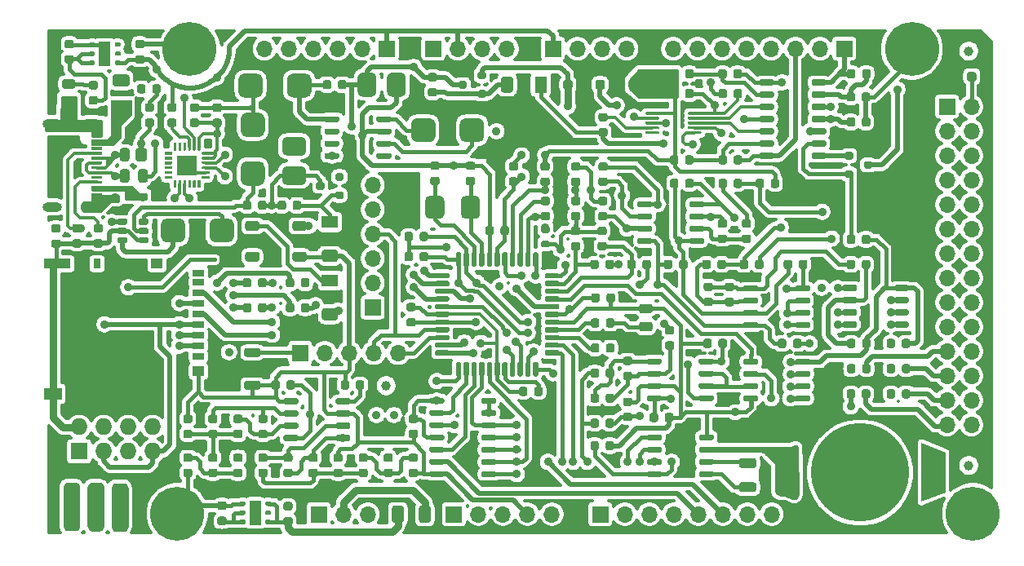
<source format=gbr>
G04 #@! TF.GenerationSoftware,KiCad,Pcbnew,5.1.6-c6e7f7d~87~ubuntu18.04.1*
G04 #@! TF.CreationDate,2020-10-25T15:07:58+02:00*
G04 #@! TF.ProjectId,PSLab,50534c61-622e-46b6-9963-61645f706362,v6.1*
G04 #@! TF.SameCoordinates,Original*
G04 #@! TF.FileFunction,Copper,L1,Top*
G04 #@! TF.FilePolarity,Positive*
%FSLAX46Y46*%
G04 Gerber Fmt 4.6, Leading zero omitted, Abs format (unit mm)*
G04 Created by KiCad (PCBNEW 5.1.6-c6e7f7d~87~ubuntu18.04.1) date 2020-10-25 15:07:58*
%MOMM*%
%LPD*%
G01*
G04 APERTURE LIST*
G04 #@! TA.AperFunction,ComponentPad*
%ADD10O,2.100000X1.000000*%
G04 #@! TD*
G04 #@! TA.AperFunction,ComponentPad*
%ADD11O,2.000000X1.000000*%
G04 #@! TD*
G04 #@! TA.AperFunction,SMDPad,CuDef*
%ADD12R,2.000000X2.000000*%
G04 #@! TD*
G04 #@! TA.AperFunction,ComponentPad*
%ADD13R,1.700000X1.700000*%
G04 #@! TD*
G04 #@! TA.AperFunction,ComponentPad*
%ADD14O,1.700000X1.700000*%
G04 #@! TD*
G04 #@! TA.AperFunction,SMDPad,CuDef*
%ADD15C,1.000000*%
G04 #@! TD*
G04 #@! TA.AperFunction,SMDPad,CuDef*
%ADD16C,0.100000*%
G04 #@! TD*
G04 #@! TA.AperFunction,SMDPad,CuDef*
%ADD17C,10.200000*%
G04 #@! TD*
G04 #@! TA.AperFunction,ComponentPad*
%ADD18R,1.400000X1.400000*%
G04 #@! TD*
G04 #@! TA.AperFunction,ComponentPad*
%ADD19C,1.400000*%
G04 #@! TD*
G04 #@! TA.AperFunction,ComponentPad*
%ADD20R,1.727200X1.727200*%
G04 #@! TD*
G04 #@! TA.AperFunction,ComponentPad*
%ADD21O,1.727200X1.727200*%
G04 #@! TD*
G04 #@! TA.AperFunction,SMDPad,CuDef*
%ADD22R,1.250000X2.500000*%
G04 #@! TD*
G04 #@! TA.AperFunction,ComponentPad*
%ADD23C,5.600000*%
G04 #@! TD*
G04 #@! TA.AperFunction,SMDPad,CuDef*
%ADD24R,1.700000X1.300000*%
G04 #@! TD*
G04 #@! TA.AperFunction,SMDPad,CuDef*
%ADD25R,1.300000X1.700000*%
G04 #@! TD*
G04 #@! TA.AperFunction,SMDPad,CuDef*
%ADD26R,1.200000X0.700000*%
G04 #@! TD*
G04 #@! TA.AperFunction,SMDPad,CuDef*
%ADD27R,1.200000X1.000000*%
G04 #@! TD*
G04 #@! TA.AperFunction,SMDPad,CuDef*
%ADD28R,0.800000X1.000000*%
G04 #@! TD*
G04 #@! TA.AperFunction,SMDPad,CuDef*
%ADD29R,2.800000X1.000000*%
G04 #@! TD*
G04 #@! TA.AperFunction,SMDPad,CuDef*
%ADD30R,1.900000X1.300000*%
G04 #@! TD*
G04 #@! TA.AperFunction,ViaPad*
%ADD31C,0.914400*%
G04 #@! TD*
G04 #@! TA.AperFunction,Conductor*
%ADD32C,0.304800*%
G04 #@! TD*
G04 #@! TA.AperFunction,Conductor*
%ADD33C,0.762000*%
G04 #@! TD*
G04 #@! TA.AperFunction,Conductor*
%ADD34C,0.406400*%
G04 #@! TD*
G04 #@! TA.AperFunction,Conductor*
%ADD35C,0.508000*%
G04 #@! TD*
G04 #@! TA.AperFunction,Conductor*
%ADD36C,0.254000*%
G04 #@! TD*
G04 #@! TA.AperFunction,NonConductor*
%ADD37C,0.300000*%
G04 #@! TD*
G04 #@! TA.AperFunction,Conductor*
%ADD38C,0.030000*%
G04 #@! TD*
G04 APERTURE END LIST*
D10*
X95945000Y-79170000D03*
X95945000Y-70530000D03*
D11*
X91865000Y-79170000D03*
X91865000Y-70530000D03*
G04 #@! TA.AperFunction,SMDPad,CuDef*
G36*
G01*
X113325000Y-76970000D02*
X112075000Y-76970000D01*
G75*
G02*
X111450000Y-76345000I0J625000D01*
G01*
X111450000Y-75045000D01*
G75*
G02*
X112075000Y-74420000I625000J0D01*
G01*
X113325000Y-74420000D01*
G75*
G02*
X113950000Y-75045000I0J-625000D01*
G01*
X113950000Y-76345000D01*
G75*
G02*
X113325000Y-76970000I-625000J0D01*
G01*
G37*
G04 #@! TD.AperFunction*
G04 #@! TA.AperFunction,SMDPad,CuDef*
G36*
G01*
X113325000Y-71920000D02*
X112075000Y-71920000D01*
G75*
G02*
X111450000Y-71295000I0J625000D01*
G01*
X111450000Y-69995000D01*
G75*
G02*
X112075000Y-69370000I625000J0D01*
G01*
X113325000Y-69370000D01*
G75*
G02*
X113950000Y-69995000I0J-625000D01*
G01*
X113950000Y-71295000D01*
G75*
G02*
X113325000Y-71920000I-625000J0D01*
G01*
G37*
G04 #@! TD.AperFunction*
G04 #@! TA.AperFunction,SMDPad,CuDef*
G36*
G01*
X98630000Y-80872500D02*
X98630000Y-80547500D01*
G75*
G02*
X98792500Y-80385000I162500J0D01*
G01*
X99527500Y-80385000D01*
G75*
G02*
X99690000Y-80547500I0J-162500D01*
G01*
X99690000Y-80872500D01*
G75*
G02*
X99527500Y-81035000I-162500J0D01*
G01*
X98792500Y-81035000D01*
G75*
G02*
X98630000Y-80872500I0J162500D01*
G01*
G37*
G04 #@! TD.AperFunction*
G04 #@! TA.AperFunction,SMDPad,CuDef*
G36*
G01*
X98630000Y-81822500D02*
X98630000Y-81497500D01*
G75*
G02*
X98792500Y-81335000I162500J0D01*
G01*
X99527500Y-81335000D01*
G75*
G02*
X99690000Y-81497500I0J-162500D01*
G01*
X99690000Y-81822500D01*
G75*
G02*
X99527500Y-81985000I-162500J0D01*
G01*
X98792500Y-81985000D01*
G75*
G02*
X98630000Y-81822500I0J162500D01*
G01*
G37*
G04 #@! TD.AperFunction*
G04 #@! TA.AperFunction,SMDPad,CuDef*
G36*
G01*
X98630000Y-82772500D02*
X98630000Y-82447500D01*
G75*
G02*
X98792500Y-82285000I162500J0D01*
G01*
X99527500Y-82285000D01*
G75*
G02*
X99690000Y-82447500I0J-162500D01*
G01*
X99690000Y-82772500D01*
G75*
G02*
X99527500Y-82935000I-162500J0D01*
G01*
X98792500Y-82935000D01*
G75*
G02*
X98630000Y-82772500I0J162500D01*
G01*
G37*
G04 #@! TD.AperFunction*
G04 #@! TA.AperFunction,SMDPad,CuDef*
G36*
G01*
X100830000Y-82772500D02*
X100830000Y-82447500D01*
G75*
G02*
X100992500Y-82285000I162500J0D01*
G01*
X101727500Y-82285000D01*
G75*
G02*
X101890000Y-82447500I0J-162500D01*
G01*
X101890000Y-82772500D01*
G75*
G02*
X101727500Y-82935000I-162500J0D01*
G01*
X100992500Y-82935000D01*
G75*
G02*
X100830000Y-82772500I0J162500D01*
G01*
G37*
G04 #@! TD.AperFunction*
G04 #@! TA.AperFunction,SMDPad,CuDef*
G36*
G01*
X100830000Y-80872500D02*
X100830000Y-80547500D01*
G75*
G02*
X100992500Y-80385000I162500J0D01*
G01*
X101727500Y-80385000D01*
G75*
G02*
X101890000Y-80547500I0J-162500D01*
G01*
X101890000Y-80872500D01*
G75*
G02*
X101727500Y-81035000I-162500J0D01*
G01*
X100992500Y-81035000D01*
G75*
G02*
X100830000Y-80872500I0J162500D01*
G01*
G37*
G04 #@! TD.AperFunction*
G04 #@! TA.AperFunction,SMDPad,CuDef*
G36*
G01*
X100830000Y-81822500D02*
X100830000Y-81497500D01*
G75*
G02*
X100992500Y-81335000I162500J0D01*
G01*
X101727500Y-81335000D01*
G75*
G02*
X101890000Y-81497500I0J-162500D01*
G01*
X101890000Y-81822500D01*
G75*
G02*
X101727500Y-81985000I-162500J0D01*
G01*
X100992500Y-81985000D01*
G75*
G02*
X100830000Y-81822500I0J162500D01*
G01*
G37*
G04 #@! TD.AperFunction*
G04 #@! TA.AperFunction,SMDPad,CuDef*
G36*
G01*
X179255000Y-87725000D02*
X179255000Y-87425000D01*
G75*
G02*
X179405000Y-87275000I150000J0D01*
G01*
X180655000Y-87275000D01*
G75*
G02*
X180805000Y-87425000I0J-150000D01*
G01*
X180805000Y-87725000D01*
G75*
G02*
X180655000Y-87875000I-150000J0D01*
G01*
X179405000Y-87875000D01*
G75*
G02*
X179255000Y-87725000I0J150000D01*
G01*
G37*
G04 #@! TD.AperFunction*
G04 #@! TA.AperFunction,SMDPad,CuDef*
G36*
G01*
X179255000Y-88995000D02*
X179255000Y-88695000D01*
G75*
G02*
X179405000Y-88545000I150000J0D01*
G01*
X180655000Y-88545000D01*
G75*
G02*
X180805000Y-88695000I0J-150000D01*
G01*
X180805000Y-88995000D01*
G75*
G02*
X180655000Y-89145000I-150000J0D01*
G01*
X179405000Y-89145000D01*
G75*
G02*
X179255000Y-88995000I0J150000D01*
G01*
G37*
G04 #@! TD.AperFunction*
G04 #@! TA.AperFunction,SMDPad,CuDef*
G36*
G01*
X179255000Y-90265000D02*
X179255000Y-89965000D01*
G75*
G02*
X179405000Y-89815000I150000J0D01*
G01*
X180655000Y-89815000D01*
G75*
G02*
X180805000Y-89965000I0J-150000D01*
G01*
X180805000Y-90265000D01*
G75*
G02*
X180655000Y-90415000I-150000J0D01*
G01*
X179405000Y-90415000D01*
G75*
G02*
X179255000Y-90265000I0J150000D01*
G01*
G37*
G04 #@! TD.AperFunction*
G04 #@! TA.AperFunction,SMDPad,CuDef*
G36*
G01*
X179255000Y-91535000D02*
X179255000Y-91235000D01*
G75*
G02*
X179405000Y-91085000I150000J0D01*
G01*
X180655000Y-91085000D01*
G75*
G02*
X180805000Y-91235000I0J-150000D01*
G01*
X180805000Y-91535000D01*
G75*
G02*
X180655000Y-91685000I-150000J0D01*
G01*
X179405000Y-91685000D01*
G75*
G02*
X179255000Y-91535000I0J150000D01*
G01*
G37*
G04 #@! TD.AperFunction*
G04 #@! TA.AperFunction,SMDPad,CuDef*
G36*
G01*
X173855000Y-91535000D02*
X173855000Y-91235000D01*
G75*
G02*
X174005000Y-91085000I150000J0D01*
G01*
X175255000Y-91085000D01*
G75*
G02*
X175405000Y-91235000I0J-150000D01*
G01*
X175405000Y-91535000D01*
G75*
G02*
X175255000Y-91685000I-150000J0D01*
G01*
X174005000Y-91685000D01*
G75*
G02*
X173855000Y-91535000I0J150000D01*
G01*
G37*
G04 #@! TD.AperFunction*
G04 #@! TA.AperFunction,SMDPad,CuDef*
G36*
G01*
X173855000Y-90265000D02*
X173855000Y-89965000D01*
G75*
G02*
X174005000Y-89815000I150000J0D01*
G01*
X175255000Y-89815000D01*
G75*
G02*
X175405000Y-89965000I0J-150000D01*
G01*
X175405000Y-90265000D01*
G75*
G02*
X175255000Y-90415000I-150000J0D01*
G01*
X174005000Y-90415000D01*
G75*
G02*
X173855000Y-90265000I0J150000D01*
G01*
G37*
G04 #@! TD.AperFunction*
G04 #@! TA.AperFunction,SMDPad,CuDef*
G36*
G01*
X173855000Y-88995000D02*
X173855000Y-88695000D01*
G75*
G02*
X174005000Y-88545000I150000J0D01*
G01*
X175255000Y-88545000D01*
G75*
G02*
X175405000Y-88695000I0J-150000D01*
G01*
X175405000Y-88995000D01*
G75*
G02*
X175255000Y-89145000I-150000J0D01*
G01*
X174005000Y-89145000D01*
G75*
G02*
X173855000Y-88995000I0J150000D01*
G01*
G37*
G04 #@! TD.AperFunction*
G04 #@! TA.AperFunction,SMDPad,CuDef*
G36*
G01*
X173855000Y-87725000D02*
X173855000Y-87425000D01*
G75*
G02*
X174005000Y-87275000I150000J0D01*
G01*
X175255000Y-87275000D01*
G75*
G02*
X175405000Y-87425000I0J-150000D01*
G01*
X175405000Y-87725000D01*
G75*
G02*
X175255000Y-87875000I-150000J0D01*
G01*
X174005000Y-87875000D01*
G75*
G02*
X173855000Y-87725000I0J150000D01*
G01*
G37*
G04 #@! TD.AperFunction*
G04 #@! TA.AperFunction,SMDPad,CuDef*
G36*
G01*
X168995000Y-87775000D02*
X168995000Y-87475000D01*
G75*
G02*
X169145000Y-87325000I150000J0D01*
G01*
X170395000Y-87325000D01*
G75*
G02*
X170545000Y-87475000I0J-150000D01*
G01*
X170545000Y-87775000D01*
G75*
G02*
X170395000Y-87925000I-150000J0D01*
G01*
X169145000Y-87925000D01*
G75*
G02*
X168995000Y-87775000I0J150000D01*
G01*
G37*
G04 #@! TD.AperFunction*
G04 #@! TA.AperFunction,SMDPad,CuDef*
G36*
G01*
X168995000Y-89045000D02*
X168995000Y-88745000D01*
G75*
G02*
X169145000Y-88595000I150000J0D01*
G01*
X170395000Y-88595000D01*
G75*
G02*
X170545000Y-88745000I0J-150000D01*
G01*
X170545000Y-89045000D01*
G75*
G02*
X170395000Y-89195000I-150000J0D01*
G01*
X169145000Y-89195000D01*
G75*
G02*
X168995000Y-89045000I0J150000D01*
G01*
G37*
G04 #@! TD.AperFunction*
G04 #@! TA.AperFunction,SMDPad,CuDef*
G36*
G01*
X168995000Y-90315000D02*
X168995000Y-90015000D01*
G75*
G02*
X169145000Y-89865000I150000J0D01*
G01*
X170395000Y-89865000D01*
G75*
G02*
X170545000Y-90015000I0J-150000D01*
G01*
X170545000Y-90315000D01*
G75*
G02*
X170395000Y-90465000I-150000J0D01*
G01*
X169145000Y-90465000D01*
G75*
G02*
X168995000Y-90315000I0J150000D01*
G01*
G37*
G04 #@! TD.AperFunction*
G04 #@! TA.AperFunction,SMDPad,CuDef*
G36*
G01*
X168995000Y-91585000D02*
X168995000Y-91285000D01*
G75*
G02*
X169145000Y-91135000I150000J0D01*
G01*
X170395000Y-91135000D01*
G75*
G02*
X170545000Y-91285000I0J-150000D01*
G01*
X170545000Y-91585000D01*
G75*
G02*
X170395000Y-91735000I-150000J0D01*
G01*
X169145000Y-91735000D01*
G75*
G02*
X168995000Y-91585000I0J150000D01*
G01*
G37*
G04 #@! TD.AperFunction*
G04 #@! TA.AperFunction,SMDPad,CuDef*
G36*
G01*
X163595000Y-91585000D02*
X163595000Y-91285000D01*
G75*
G02*
X163745000Y-91135000I150000J0D01*
G01*
X164995000Y-91135000D01*
G75*
G02*
X165145000Y-91285000I0J-150000D01*
G01*
X165145000Y-91585000D01*
G75*
G02*
X164995000Y-91735000I-150000J0D01*
G01*
X163745000Y-91735000D01*
G75*
G02*
X163595000Y-91585000I0J150000D01*
G01*
G37*
G04 #@! TD.AperFunction*
G04 #@! TA.AperFunction,SMDPad,CuDef*
G36*
G01*
X163595000Y-90315000D02*
X163595000Y-90015000D01*
G75*
G02*
X163745000Y-89865000I150000J0D01*
G01*
X164995000Y-89865000D01*
G75*
G02*
X165145000Y-90015000I0J-150000D01*
G01*
X165145000Y-90315000D01*
G75*
G02*
X164995000Y-90465000I-150000J0D01*
G01*
X163745000Y-90465000D01*
G75*
G02*
X163595000Y-90315000I0J150000D01*
G01*
G37*
G04 #@! TD.AperFunction*
G04 #@! TA.AperFunction,SMDPad,CuDef*
G36*
G01*
X163595000Y-89045000D02*
X163595000Y-88745000D01*
G75*
G02*
X163745000Y-88595000I150000J0D01*
G01*
X164995000Y-88595000D01*
G75*
G02*
X165145000Y-88745000I0J-150000D01*
G01*
X165145000Y-89045000D01*
G75*
G02*
X164995000Y-89195000I-150000J0D01*
G01*
X163745000Y-89195000D01*
G75*
G02*
X163595000Y-89045000I0J150000D01*
G01*
G37*
G04 #@! TD.AperFunction*
G04 #@! TA.AperFunction,SMDPad,CuDef*
G36*
G01*
X163595000Y-87775000D02*
X163595000Y-87475000D01*
G75*
G02*
X163745000Y-87325000I150000J0D01*
G01*
X164995000Y-87325000D01*
G75*
G02*
X165145000Y-87475000I0J-150000D01*
G01*
X165145000Y-87775000D01*
G75*
G02*
X164995000Y-87925000I-150000J0D01*
G01*
X163745000Y-87925000D01*
G75*
G02*
X163595000Y-87775000I0J150000D01*
G01*
G37*
G04 #@! TD.AperFunction*
G04 #@! TA.AperFunction,SMDPad,CuDef*
G36*
G01*
X152585000Y-79045000D02*
X152585000Y-78745000D01*
G75*
G02*
X152735000Y-78595000I150000J0D01*
G01*
X153985000Y-78595000D01*
G75*
G02*
X154135000Y-78745000I0J-150000D01*
G01*
X154135000Y-79045000D01*
G75*
G02*
X153985000Y-79195000I-150000J0D01*
G01*
X152735000Y-79195000D01*
G75*
G02*
X152585000Y-79045000I0J150000D01*
G01*
G37*
G04 #@! TD.AperFunction*
G04 #@! TA.AperFunction,SMDPad,CuDef*
G36*
G01*
X152585000Y-80315000D02*
X152585000Y-80015000D01*
G75*
G02*
X152735000Y-79865000I150000J0D01*
G01*
X153985000Y-79865000D01*
G75*
G02*
X154135000Y-80015000I0J-150000D01*
G01*
X154135000Y-80315000D01*
G75*
G02*
X153985000Y-80465000I-150000J0D01*
G01*
X152735000Y-80465000D01*
G75*
G02*
X152585000Y-80315000I0J150000D01*
G01*
G37*
G04 #@! TD.AperFunction*
G04 #@! TA.AperFunction,SMDPad,CuDef*
G36*
G01*
X152585000Y-81585000D02*
X152585000Y-81285000D01*
G75*
G02*
X152735000Y-81135000I150000J0D01*
G01*
X153985000Y-81135000D01*
G75*
G02*
X154135000Y-81285000I0J-150000D01*
G01*
X154135000Y-81585000D01*
G75*
G02*
X153985000Y-81735000I-150000J0D01*
G01*
X152735000Y-81735000D01*
G75*
G02*
X152585000Y-81585000I0J150000D01*
G01*
G37*
G04 #@! TD.AperFunction*
G04 #@! TA.AperFunction,SMDPad,CuDef*
G36*
G01*
X152585000Y-82855000D02*
X152585000Y-82555000D01*
G75*
G02*
X152735000Y-82405000I150000J0D01*
G01*
X153985000Y-82405000D01*
G75*
G02*
X154135000Y-82555000I0J-150000D01*
G01*
X154135000Y-82855000D01*
G75*
G02*
X153985000Y-83005000I-150000J0D01*
G01*
X152735000Y-83005000D01*
G75*
G02*
X152585000Y-82855000I0J150000D01*
G01*
G37*
G04 #@! TD.AperFunction*
G04 #@! TA.AperFunction,SMDPad,CuDef*
G36*
G01*
X157985000Y-82855000D02*
X157985000Y-82555000D01*
G75*
G02*
X158135000Y-82405000I150000J0D01*
G01*
X159385000Y-82405000D01*
G75*
G02*
X159535000Y-82555000I0J-150000D01*
G01*
X159535000Y-82855000D01*
G75*
G02*
X159385000Y-83005000I-150000J0D01*
G01*
X158135000Y-83005000D01*
G75*
G02*
X157985000Y-82855000I0J150000D01*
G01*
G37*
G04 #@! TD.AperFunction*
G04 #@! TA.AperFunction,SMDPad,CuDef*
G36*
G01*
X157985000Y-81585000D02*
X157985000Y-81285000D01*
G75*
G02*
X158135000Y-81135000I150000J0D01*
G01*
X159385000Y-81135000D01*
G75*
G02*
X159535000Y-81285000I0J-150000D01*
G01*
X159535000Y-81585000D01*
G75*
G02*
X159385000Y-81735000I-150000J0D01*
G01*
X158135000Y-81735000D01*
G75*
G02*
X157985000Y-81585000I0J150000D01*
G01*
G37*
G04 #@! TD.AperFunction*
G04 #@! TA.AperFunction,SMDPad,CuDef*
G36*
G01*
X157985000Y-80315000D02*
X157985000Y-80015000D01*
G75*
G02*
X158135000Y-79865000I150000J0D01*
G01*
X159385000Y-79865000D01*
G75*
G02*
X159535000Y-80015000I0J-150000D01*
G01*
X159535000Y-80315000D01*
G75*
G02*
X159385000Y-80465000I-150000J0D01*
G01*
X158135000Y-80465000D01*
G75*
G02*
X157985000Y-80315000I0J150000D01*
G01*
G37*
G04 #@! TD.AperFunction*
G04 #@! TA.AperFunction,SMDPad,CuDef*
G36*
G01*
X157985000Y-79045000D02*
X157985000Y-78745000D01*
G75*
G02*
X158135000Y-78595000I150000J0D01*
G01*
X159385000Y-78595000D01*
G75*
G02*
X159535000Y-78745000I0J-150000D01*
G01*
X159535000Y-79045000D01*
G75*
G02*
X159385000Y-79195000I-150000J0D01*
G01*
X158135000Y-79195000D01*
G75*
G02*
X157985000Y-79045000I0J150000D01*
G01*
G37*
G04 #@! TD.AperFunction*
G04 #@! TA.AperFunction,SMDPad,CuDef*
G36*
G01*
X127095000Y-73715000D02*
X127095000Y-74015000D01*
G75*
G02*
X126945000Y-74165000I-150000J0D01*
G01*
X125695000Y-74165000D01*
G75*
G02*
X125545000Y-74015000I0J150000D01*
G01*
X125545000Y-73715000D01*
G75*
G02*
X125695000Y-73565000I150000J0D01*
G01*
X126945000Y-73565000D01*
G75*
G02*
X127095000Y-73715000I0J-150000D01*
G01*
G37*
G04 #@! TD.AperFunction*
G04 #@! TA.AperFunction,SMDPad,CuDef*
G36*
G01*
X127095000Y-72445000D02*
X127095000Y-72745000D01*
G75*
G02*
X126945000Y-72895000I-150000J0D01*
G01*
X125695000Y-72895000D01*
G75*
G02*
X125545000Y-72745000I0J150000D01*
G01*
X125545000Y-72445000D01*
G75*
G02*
X125695000Y-72295000I150000J0D01*
G01*
X126945000Y-72295000D01*
G75*
G02*
X127095000Y-72445000I0J-150000D01*
G01*
G37*
G04 #@! TD.AperFunction*
G04 #@! TA.AperFunction,SMDPad,CuDef*
G36*
G01*
X127095000Y-71175000D02*
X127095000Y-71475000D01*
G75*
G02*
X126945000Y-71625000I-150000J0D01*
G01*
X125695000Y-71625000D01*
G75*
G02*
X125545000Y-71475000I0J150000D01*
G01*
X125545000Y-71175000D01*
G75*
G02*
X125695000Y-71025000I150000J0D01*
G01*
X126945000Y-71025000D01*
G75*
G02*
X127095000Y-71175000I0J-150000D01*
G01*
G37*
G04 #@! TD.AperFunction*
G04 #@! TA.AperFunction,SMDPad,CuDef*
G36*
G01*
X127095000Y-69905000D02*
X127095000Y-70205000D01*
G75*
G02*
X126945000Y-70355000I-150000J0D01*
G01*
X125695000Y-70355000D01*
G75*
G02*
X125545000Y-70205000I0J150000D01*
G01*
X125545000Y-69905000D01*
G75*
G02*
X125695000Y-69755000I150000J0D01*
G01*
X126945000Y-69755000D01*
G75*
G02*
X127095000Y-69905000I0J-150000D01*
G01*
G37*
G04 #@! TD.AperFunction*
G04 #@! TA.AperFunction,SMDPad,CuDef*
G36*
G01*
X121695000Y-69905000D02*
X121695000Y-70205000D01*
G75*
G02*
X121545000Y-70355000I-150000J0D01*
G01*
X120295000Y-70355000D01*
G75*
G02*
X120145000Y-70205000I0J150000D01*
G01*
X120145000Y-69905000D01*
G75*
G02*
X120295000Y-69755000I150000J0D01*
G01*
X121545000Y-69755000D01*
G75*
G02*
X121695000Y-69905000I0J-150000D01*
G01*
G37*
G04 #@! TD.AperFunction*
G04 #@! TA.AperFunction,SMDPad,CuDef*
G36*
G01*
X121695000Y-71175000D02*
X121695000Y-71475000D01*
G75*
G02*
X121545000Y-71625000I-150000J0D01*
G01*
X120295000Y-71625000D01*
G75*
G02*
X120145000Y-71475000I0J150000D01*
G01*
X120145000Y-71175000D01*
G75*
G02*
X120295000Y-71025000I150000J0D01*
G01*
X121545000Y-71025000D01*
G75*
G02*
X121695000Y-71175000I0J-150000D01*
G01*
G37*
G04 #@! TD.AperFunction*
G04 #@! TA.AperFunction,SMDPad,CuDef*
G36*
G01*
X121695000Y-72445000D02*
X121695000Y-72745000D01*
G75*
G02*
X121545000Y-72895000I-150000J0D01*
G01*
X120295000Y-72895000D01*
G75*
G02*
X120145000Y-72745000I0J150000D01*
G01*
X120145000Y-72445000D01*
G75*
G02*
X120295000Y-72295000I150000J0D01*
G01*
X121545000Y-72295000D01*
G75*
G02*
X121695000Y-72445000I0J-150000D01*
G01*
G37*
G04 #@! TD.AperFunction*
G04 #@! TA.AperFunction,SMDPad,CuDef*
G36*
G01*
X121695000Y-73715000D02*
X121695000Y-74015000D01*
G75*
G02*
X121545000Y-74165000I-150000J0D01*
G01*
X120295000Y-74165000D01*
G75*
G02*
X120145000Y-74015000I0J150000D01*
G01*
X120145000Y-73715000D01*
G75*
G02*
X120295000Y-73565000I150000J0D01*
G01*
X121545000Y-73565000D01*
G75*
G02*
X121695000Y-73715000I0J-150000D01*
G01*
G37*
G04 #@! TD.AperFunction*
G04 #@! TA.AperFunction,SMDPad,CuDef*
G36*
G01*
X122835000Y-103005000D02*
X122835000Y-103305000D01*
G75*
G02*
X122685000Y-103455000I-150000J0D01*
G01*
X121435000Y-103455000D01*
G75*
G02*
X121285000Y-103305000I0J150000D01*
G01*
X121285000Y-103005000D01*
G75*
G02*
X121435000Y-102855000I150000J0D01*
G01*
X122685000Y-102855000D01*
G75*
G02*
X122835000Y-103005000I0J-150000D01*
G01*
G37*
G04 #@! TD.AperFunction*
G04 #@! TA.AperFunction,SMDPad,CuDef*
G36*
G01*
X122835000Y-101735000D02*
X122835000Y-102035000D01*
G75*
G02*
X122685000Y-102185000I-150000J0D01*
G01*
X121435000Y-102185000D01*
G75*
G02*
X121285000Y-102035000I0J150000D01*
G01*
X121285000Y-101735000D01*
G75*
G02*
X121435000Y-101585000I150000J0D01*
G01*
X122685000Y-101585000D01*
G75*
G02*
X122835000Y-101735000I0J-150000D01*
G01*
G37*
G04 #@! TD.AperFunction*
G04 #@! TA.AperFunction,SMDPad,CuDef*
G36*
G01*
X122835000Y-100465000D02*
X122835000Y-100765000D01*
G75*
G02*
X122685000Y-100915000I-150000J0D01*
G01*
X121435000Y-100915000D01*
G75*
G02*
X121285000Y-100765000I0J150000D01*
G01*
X121285000Y-100465000D01*
G75*
G02*
X121435000Y-100315000I150000J0D01*
G01*
X122685000Y-100315000D01*
G75*
G02*
X122835000Y-100465000I0J-150000D01*
G01*
G37*
G04 #@! TD.AperFunction*
G04 #@! TA.AperFunction,SMDPad,CuDef*
G36*
G01*
X122835000Y-99195000D02*
X122835000Y-99495000D01*
G75*
G02*
X122685000Y-99645000I-150000J0D01*
G01*
X121435000Y-99645000D01*
G75*
G02*
X121285000Y-99495000I0J150000D01*
G01*
X121285000Y-99195000D01*
G75*
G02*
X121435000Y-99045000I150000J0D01*
G01*
X122685000Y-99045000D01*
G75*
G02*
X122835000Y-99195000I0J-150000D01*
G01*
G37*
G04 #@! TD.AperFunction*
G04 #@! TA.AperFunction,SMDPad,CuDef*
G36*
G01*
X117435000Y-99195000D02*
X117435000Y-99495000D01*
G75*
G02*
X117285000Y-99645000I-150000J0D01*
G01*
X116035000Y-99645000D01*
G75*
G02*
X115885000Y-99495000I0J150000D01*
G01*
X115885000Y-99195000D01*
G75*
G02*
X116035000Y-99045000I150000J0D01*
G01*
X117285000Y-99045000D01*
G75*
G02*
X117435000Y-99195000I0J-150000D01*
G01*
G37*
G04 #@! TD.AperFunction*
G04 #@! TA.AperFunction,SMDPad,CuDef*
G36*
G01*
X117435000Y-100465000D02*
X117435000Y-100765000D01*
G75*
G02*
X117285000Y-100915000I-150000J0D01*
G01*
X116035000Y-100915000D01*
G75*
G02*
X115885000Y-100765000I0J150000D01*
G01*
X115885000Y-100465000D01*
G75*
G02*
X116035000Y-100315000I150000J0D01*
G01*
X117285000Y-100315000D01*
G75*
G02*
X117435000Y-100465000I0J-150000D01*
G01*
G37*
G04 #@! TD.AperFunction*
G04 #@! TA.AperFunction,SMDPad,CuDef*
G36*
G01*
X117435000Y-101735000D02*
X117435000Y-102035000D01*
G75*
G02*
X117285000Y-102185000I-150000J0D01*
G01*
X116035000Y-102185000D01*
G75*
G02*
X115885000Y-102035000I0J150000D01*
G01*
X115885000Y-101735000D01*
G75*
G02*
X116035000Y-101585000I150000J0D01*
G01*
X117285000Y-101585000D01*
G75*
G02*
X117435000Y-101735000I0J-150000D01*
G01*
G37*
G04 #@! TD.AperFunction*
G04 #@! TA.AperFunction,SMDPad,CuDef*
G36*
G01*
X117435000Y-103005000D02*
X117435000Y-103305000D01*
G75*
G02*
X117285000Y-103455000I-150000J0D01*
G01*
X116035000Y-103455000D01*
G75*
G02*
X115885000Y-103305000I0J150000D01*
G01*
X115885000Y-103005000D01*
G75*
G02*
X116035000Y-102855000I150000J0D01*
G01*
X117285000Y-102855000D01*
G75*
G02*
X117435000Y-103005000I0J-150000D01*
G01*
G37*
G04 #@! TD.AperFunction*
G04 #@! TA.AperFunction,SMDPad,CuDef*
G36*
G01*
X134197500Y-96770000D02*
X133922500Y-96770000D01*
G75*
G02*
X133785000Y-96632500I0J137500D01*
G01*
X133785000Y-95407500D01*
G75*
G02*
X133922500Y-95270000I137500J0D01*
G01*
X134197500Y-95270000D01*
G75*
G02*
X134335000Y-95407500I0J-137500D01*
G01*
X134335000Y-96632500D01*
G75*
G02*
X134197500Y-96770000I-137500J0D01*
G01*
G37*
G04 #@! TD.AperFunction*
G04 #@! TA.AperFunction,SMDPad,CuDef*
G36*
G01*
X134997500Y-96770000D02*
X134722500Y-96770000D01*
G75*
G02*
X134585000Y-96632500I0J137500D01*
G01*
X134585000Y-95407500D01*
G75*
G02*
X134722500Y-95270000I137500J0D01*
G01*
X134997500Y-95270000D01*
G75*
G02*
X135135000Y-95407500I0J-137500D01*
G01*
X135135000Y-96632500D01*
G75*
G02*
X134997500Y-96770000I-137500J0D01*
G01*
G37*
G04 #@! TD.AperFunction*
G04 #@! TA.AperFunction,SMDPad,CuDef*
G36*
G01*
X135797500Y-96770000D02*
X135522500Y-96770000D01*
G75*
G02*
X135385000Y-96632500I0J137500D01*
G01*
X135385000Y-95407500D01*
G75*
G02*
X135522500Y-95270000I137500J0D01*
G01*
X135797500Y-95270000D01*
G75*
G02*
X135935000Y-95407500I0J-137500D01*
G01*
X135935000Y-96632500D01*
G75*
G02*
X135797500Y-96770000I-137500J0D01*
G01*
G37*
G04 #@! TD.AperFunction*
G04 #@! TA.AperFunction,SMDPad,CuDef*
G36*
G01*
X136597500Y-96770000D02*
X136322500Y-96770000D01*
G75*
G02*
X136185000Y-96632500I0J137500D01*
G01*
X136185000Y-95407500D01*
G75*
G02*
X136322500Y-95270000I137500J0D01*
G01*
X136597500Y-95270000D01*
G75*
G02*
X136735000Y-95407500I0J-137500D01*
G01*
X136735000Y-96632500D01*
G75*
G02*
X136597500Y-96770000I-137500J0D01*
G01*
G37*
G04 #@! TD.AperFunction*
G04 #@! TA.AperFunction,SMDPad,CuDef*
G36*
G01*
X137397500Y-96770000D02*
X137122500Y-96770000D01*
G75*
G02*
X136985000Y-96632500I0J137500D01*
G01*
X136985000Y-95407500D01*
G75*
G02*
X137122500Y-95270000I137500J0D01*
G01*
X137397500Y-95270000D01*
G75*
G02*
X137535000Y-95407500I0J-137500D01*
G01*
X137535000Y-96632500D01*
G75*
G02*
X137397500Y-96770000I-137500J0D01*
G01*
G37*
G04 #@! TD.AperFunction*
G04 #@! TA.AperFunction,SMDPad,CuDef*
G36*
G01*
X138197500Y-96770000D02*
X137922500Y-96770000D01*
G75*
G02*
X137785000Y-96632500I0J137500D01*
G01*
X137785000Y-95407500D01*
G75*
G02*
X137922500Y-95270000I137500J0D01*
G01*
X138197500Y-95270000D01*
G75*
G02*
X138335000Y-95407500I0J-137500D01*
G01*
X138335000Y-96632500D01*
G75*
G02*
X138197500Y-96770000I-137500J0D01*
G01*
G37*
G04 #@! TD.AperFunction*
G04 #@! TA.AperFunction,SMDPad,CuDef*
G36*
G01*
X138997500Y-96770000D02*
X138722500Y-96770000D01*
G75*
G02*
X138585000Y-96632500I0J137500D01*
G01*
X138585000Y-95407500D01*
G75*
G02*
X138722500Y-95270000I137500J0D01*
G01*
X138997500Y-95270000D01*
G75*
G02*
X139135000Y-95407500I0J-137500D01*
G01*
X139135000Y-96632500D01*
G75*
G02*
X138997500Y-96770000I-137500J0D01*
G01*
G37*
G04 #@! TD.AperFunction*
G04 #@! TA.AperFunction,SMDPad,CuDef*
G36*
G01*
X139797500Y-96770000D02*
X139522500Y-96770000D01*
G75*
G02*
X139385000Y-96632500I0J137500D01*
G01*
X139385000Y-95407500D01*
G75*
G02*
X139522500Y-95270000I137500J0D01*
G01*
X139797500Y-95270000D01*
G75*
G02*
X139935000Y-95407500I0J-137500D01*
G01*
X139935000Y-96632500D01*
G75*
G02*
X139797500Y-96770000I-137500J0D01*
G01*
G37*
G04 #@! TD.AperFunction*
G04 #@! TA.AperFunction,SMDPad,CuDef*
G36*
G01*
X140597500Y-96770000D02*
X140322500Y-96770000D01*
G75*
G02*
X140185000Y-96632500I0J137500D01*
G01*
X140185000Y-95407500D01*
G75*
G02*
X140322500Y-95270000I137500J0D01*
G01*
X140597500Y-95270000D01*
G75*
G02*
X140735000Y-95407500I0J-137500D01*
G01*
X140735000Y-96632500D01*
G75*
G02*
X140597500Y-96770000I-137500J0D01*
G01*
G37*
G04 #@! TD.AperFunction*
G04 #@! TA.AperFunction,SMDPad,CuDef*
G36*
G01*
X141397500Y-96770000D02*
X141122500Y-96770000D01*
G75*
G02*
X140985000Y-96632500I0J137500D01*
G01*
X140985000Y-95407500D01*
G75*
G02*
X141122500Y-95270000I137500J0D01*
G01*
X141397500Y-95270000D01*
G75*
G02*
X141535000Y-95407500I0J-137500D01*
G01*
X141535000Y-96632500D01*
G75*
G02*
X141397500Y-96770000I-137500J0D01*
G01*
G37*
G04 #@! TD.AperFunction*
G04 #@! TA.AperFunction,SMDPad,CuDef*
G36*
G01*
X142197500Y-96770000D02*
X141922500Y-96770000D01*
G75*
G02*
X141785000Y-96632500I0J137500D01*
G01*
X141785000Y-95407500D01*
G75*
G02*
X141922500Y-95270000I137500J0D01*
G01*
X142197500Y-95270000D01*
G75*
G02*
X142335000Y-95407500I0J-137500D01*
G01*
X142335000Y-96632500D01*
G75*
G02*
X142197500Y-96770000I-137500J0D01*
G01*
G37*
G04 #@! TD.AperFunction*
G04 #@! TA.AperFunction,SMDPad,CuDef*
G36*
G01*
X144510000Y-94182500D02*
X144510000Y-94457500D01*
G75*
G02*
X144372500Y-94595000I-137500J0D01*
G01*
X143147500Y-94595000D01*
G75*
G02*
X143010000Y-94457500I0J137500D01*
G01*
X143010000Y-94182500D01*
G75*
G02*
X143147500Y-94045000I137500J0D01*
G01*
X144372500Y-94045000D01*
G75*
G02*
X144510000Y-94182500I0J-137500D01*
G01*
G37*
G04 #@! TD.AperFunction*
G04 #@! TA.AperFunction,SMDPad,CuDef*
G36*
G01*
X144510000Y-93382500D02*
X144510000Y-93657500D01*
G75*
G02*
X144372500Y-93795000I-137500J0D01*
G01*
X143147500Y-93795000D01*
G75*
G02*
X143010000Y-93657500I0J137500D01*
G01*
X143010000Y-93382500D01*
G75*
G02*
X143147500Y-93245000I137500J0D01*
G01*
X144372500Y-93245000D01*
G75*
G02*
X144510000Y-93382500I0J-137500D01*
G01*
G37*
G04 #@! TD.AperFunction*
G04 #@! TA.AperFunction,SMDPad,CuDef*
G36*
G01*
X144510000Y-92582500D02*
X144510000Y-92857500D01*
G75*
G02*
X144372500Y-92995000I-137500J0D01*
G01*
X143147500Y-92995000D01*
G75*
G02*
X143010000Y-92857500I0J137500D01*
G01*
X143010000Y-92582500D01*
G75*
G02*
X143147500Y-92445000I137500J0D01*
G01*
X144372500Y-92445000D01*
G75*
G02*
X144510000Y-92582500I0J-137500D01*
G01*
G37*
G04 #@! TD.AperFunction*
G04 #@! TA.AperFunction,SMDPad,CuDef*
G36*
G01*
X144510000Y-91782500D02*
X144510000Y-92057500D01*
G75*
G02*
X144372500Y-92195000I-137500J0D01*
G01*
X143147500Y-92195000D01*
G75*
G02*
X143010000Y-92057500I0J137500D01*
G01*
X143010000Y-91782500D01*
G75*
G02*
X143147500Y-91645000I137500J0D01*
G01*
X144372500Y-91645000D01*
G75*
G02*
X144510000Y-91782500I0J-137500D01*
G01*
G37*
G04 #@! TD.AperFunction*
G04 #@! TA.AperFunction,SMDPad,CuDef*
G36*
G01*
X144510000Y-90982500D02*
X144510000Y-91257500D01*
G75*
G02*
X144372500Y-91395000I-137500J0D01*
G01*
X143147500Y-91395000D01*
G75*
G02*
X143010000Y-91257500I0J137500D01*
G01*
X143010000Y-90982500D01*
G75*
G02*
X143147500Y-90845000I137500J0D01*
G01*
X144372500Y-90845000D01*
G75*
G02*
X144510000Y-90982500I0J-137500D01*
G01*
G37*
G04 #@! TD.AperFunction*
G04 #@! TA.AperFunction,SMDPad,CuDef*
G36*
G01*
X144510000Y-90182500D02*
X144510000Y-90457500D01*
G75*
G02*
X144372500Y-90595000I-137500J0D01*
G01*
X143147500Y-90595000D01*
G75*
G02*
X143010000Y-90457500I0J137500D01*
G01*
X143010000Y-90182500D01*
G75*
G02*
X143147500Y-90045000I137500J0D01*
G01*
X144372500Y-90045000D01*
G75*
G02*
X144510000Y-90182500I0J-137500D01*
G01*
G37*
G04 #@! TD.AperFunction*
G04 #@! TA.AperFunction,SMDPad,CuDef*
G36*
G01*
X144510000Y-89382500D02*
X144510000Y-89657500D01*
G75*
G02*
X144372500Y-89795000I-137500J0D01*
G01*
X143147500Y-89795000D01*
G75*
G02*
X143010000Y-89657500I0J137500D01*
G01*
X143010000Y-89382500D01*
G75*
G02*
X143147500Y-89245000I137500J0D01*
G01*
X144372500Y-89245000D01*
G75*
G02*
X144510000Y-89382500I0J-137500D01*
G01*
G37*
G04 #@! TD.AperFunction*
G04 #@! TA.AperFunction,SMDPad,CuDef*
G36*
G01*
X144510000Y-88582500D02*
X144510000Y-88857500D01*
G75*
G02*
X144372500Y-88995000I-137500J0D01*
G01*
X143147500Y-88995000D01*
G75*
G02*
X143010000Y-88857500I0J137500D01*
G01*
X143010000Y-88582500D01*
G75*
G02*
X143147500Y-88445000I137500J0D01*
G01*
X144372500Y-88445000D01*
G75*
G02*
X144510000Y-88582500I0J-137500D01*
G01*
G37*
G04 #@! TD.AperFunction*
G04 #@! TA.AperFunction,SMDPad,CuDef*
G36*
G01*
X144510000Y-87782500D02*
X144510000Y-88057500D01*
G75*
G02*
X144372500Y-88195000I-137500J0D01*
G01*
X143147500Y-88195000D01*
G75*
G02*
X143010000Y-88057500I0J137500D01*
G01*
X143010000Y-87782500D01*
G75*
G02*
X143147500Y-87645000I137500J0D01*
G01*
X144372500Y-87645000D01*
G75*
G02*
X144510000Y-87782500I0J-137500D01*
G01*
G37*
G04 #@! TD.AperFunction*
G04 #@! TA.AperFunction,SMDPad,CuDef*
G36*
G01*
X144510000Y-86982500D02*
X144510000Y-87257500D01*
G75*
G02*
X144372500Y-87395000I-137500J0D01*
G01*
X143147500Y-87395000D01*
G75*
G02*
X143010000Y-87257500I0J137500D01*
G01*
X143010000Y-86982500D01*
G75*
G02*
X143147500Y-86845000I137500J0D01*
G01*
X144372500Y-86845000D01*
G75*
G02*
X144510000Y-86982500I0J-137500D01*
G01*
G37*
G04 #@! TD.AperFunction*
G04 #@! TA.AperFunction,SMDPad,CuDef*
G36*
G01*
X144510000Y-86182500D02*
X144510000Y-86457500D01*
G75*
G02*
X144372500Y-86595000I-137500J0D01*
G01*
X143147500Y-86595000D01*
G75*
G02*
X143010000Y-86457500I0J137500D01*
G01*
X143010000Y-86182500D01*
G75*
G02*
X143147500Y-86045000I137500J0D01*
G01*
X144372500Y-86045000D01*
G75*
G02*
X144510000Y-86182500I0J-137500D01*
G01*
G37*
G04 #@! TD.AperFunction*
G04 #@! TA.AperFunction,SMDPad,CuDef*
G36*
G01*
X142197500Y-85370000D02*
X141922500Y-85370000D01*
G75*
G02*
X141785000Y-85232500I0J137500D01*
G01*
X141785000Y-84007500D01*
G75*
G02*
X141922500Y-83870000I137500J0D01*
G01*
X142197500Y-83870000D01*
G75*
G02*
X142335000Y-84007500I0J-137500D01*
G01*
X142335000Y-85232500D01*
G75*
G02*
X142197500Y-85370000I-137500J0D01*
G01*
G37*
G04 #@! TD.AperFunction*
G04 #@! TA.AperFunction,SMDPad,CuDef*
G36*
G01*
X141397500Y-85370000D02*
X141122500Y-85370000D01*
G75*
G02*
X140985000Y-85232500I0J137500D01*
G01*
X140985000Y-84007500D01*
G75*
G02*
X141122500Y-83870000I137500J0D01*
G01*
X141397500Y-83870000D01*
G75*
G02*
X141535000Y-84007500I0J-137500D01*
G01*
X141535000Y-85232500D01*
G75*
G02*
X141397500Y-85370000I-137500J0D01*
G01*
G37*
G04 #@! TD.AperFunction*
G04 #@! TA.AperFunction,SMDPad,CuDef*
G36*
G01*
X140597500Y-85370000D02*
X140322500Y-85370000D01*
G75*
G02*
X140185000Y-85232500I0J137500D01*
G01*
X140185000Y-84007500D01*
G75*
G02*
X140322500Y-83870000I137500J0D01*
G01*
X140597500Y-83870000D01*
G75*
G02*
X140735000Y-84007500I0J-137500D01*
G01*
X140735000Y-85232500D01*
G75*
G02*
X140597500Y-85370000I-137500J0D01*
G01*
G37*
G04 #@! TD.AperFunction*
G04 #@! TA.AperFunction,SMDPad,CuDef*
G36*
G01*
X139797500Y-85370000D02*
X139522500Y-85370000D01*
G75*
G02*
X139385000Y-85232500I0J137500D01*
G01*
X139385000Y-84007500D01*
G75*
G02*
X139522500Y-83870000I137500J0D01*
G01*
X139797500Y-83870000D01*
G75*
G02*
X139935000Y-84007500I0J-137500D01*
G01*
X139935000Y-85232500D01*
G75*
G02*
X139797500Y-85370000I-137500J0D01*
G01*
G37*
G04 #@! TD.AperFunction*
G04 #@! TA.AperFunction,SMDPad,CuDef*
G36*
G01*
X138997500Y-85370000D02*
X138722500Y-85370000D01*
G75*
G02*
X138585000Y-85232500I0J137500D01*
G01*
X138585000Y-84007500D01*
G75*
G02*
X138722500Y-83870000I137500J0D01*
G01*
X138997500Y-83870000D01*
G75*
G02*
X139135000Y-84007500I0J-137500D01*
G01*
X139135000Y-85232500D01*
G75*
G02*
X138997500Y-85370000I-137500J0D01*
G01*
G37*
G04 #@! TD.AperFunction*
G04 #@! TA.AperFunction,SMDPad,CuDef*
G36*
G01*
X138197500Y-85370000D02*
X137922500Y-85370000D01*
G75*
G02*
X137785000Y-85232500I0J137500D01*
G01*
X137785000Y-84007500D01*
G75*
G02*
X137922500Y-83870000I137500J0D01*
G01*
X138197500Y-83870000D01*
G75*
G02*
X138335000Y-84007500I0J-137500D01*
G01*
X138335000Y-85232500D01*
G75*
G02*
X138197500Y-85370000I-137500J0D01*
G01*
G37*
G04 #@! TD.AperFunction*
G04 #@! TA.AperFunction,SMDPad,CuDef*
G36*
G01*
X137397500Y-85370000D02*
X137122500Y-85370000D01*
G75*
G02*
X136985000Y-85232500I0J137500D01*
G01*
X136985000Y-84007500D01*
G75*
G02*
X137122500Y-83870000I137500J0D01*
G01*
X137397500Y-83870000D01*
G75*
G02*
X137535000Y-84007500I0J-137500D01*
G01*
X137535000Y-85232500D01*
G75*
G02*
X137397500Y-85370000I-137500J0D01*
G01*
G37*
G04 #@! TD.AperFunction*
G04 #@! TA.AperFunction,SMDPad,CuDef*
G36*
G01*
X136597500Y-85370000D02*
X136322500Y-85370000D01*
G75*
G02*
X136185000Y-85232500I0J137500D01*
G01*
X136185000Y-84007500D01*
G75*
G02*
X136322500Y-83870000I137500J0D01*
G01*
X136597500Y-83870000D01*
G75*
G02*
X136735000Y-84007500I0J-137500D01*
G01*
X136735000Y-85232500D01*
G75*
G02*
X136597500Y-85370000I-137500J0D01*
G01*
G37*
G04 #@! TD.AperFunction*
G04 #@! TA.AperFunction,SMDPad,CuDef*
G36*
G01*
X135797500Y-85370000D02*
X135522500Y-85370000D01*
G75*
G02*
X135385000Y-85232500I0J137500D01*
G01*
X135385000Y-84007500D01*
G75*
G02*
X135522500Y-83870000I137500J0D01*
G01*
X135797500Y-83870000D01*
G75*
G02*
X135935000Y-84007500I0J-137500D01*
G01*
X135935000Y-85232500D01*
G75*
G02*
X135797500Y-85370000I-137500J0D01*
G01*
G37*
G04 #@! TD.AperFunction*
G04 #@! TA.AperFunction,SMDPad,CuDef*
G36*
G01*
X134997500Y-85370000D02*
X134722500Y-85370000D01*
G75*
G02*
X134585000Y-85232500I0J137500D01*
G01*
X134585000Y-84007500D01*
G75*
G02*
X134722500Y-83870000I137500J0D01*
G01*
X134997500Y-83870000D01*
G75*
G02*
X135135000Y-84007500I0J-137500D01*
G01*
X135135000Y-85232500D01*
G75*
G02*
X134997500Y-85370000I-137500J0D01*
G01*
G37*
G04 #@! TD.AperFunction*
G04 #@! TA.AperFunction,SMDPad,CuDef*
G36*
G01*
X134197500Y-85370000D02*
X133922500Y-85370000D01*
G75*
G02*
X133785000Y-85232500I0J137500D01*
G01*
X133785000Y-84007500D01*
G75*
G02*
X133922500Y-83870000I137500J0D01*
G01*
X134197500Y-83870000D01*
G75*
G02*
X134335000Y-84007500I0J-137500D01*
G01*
X134335000Y-85232500D01*
G75*
G02*
X134197500Y-85370000I-137500J0D01*
G01*
G37*
G04 #@! TD.AperFunction*
G04 #@! TA.AperFunction,SMDPad,CuDef*
G36*
G01*
X133110000Y-86182500D02*
X133110000Y-86457500D01*
G75*
G02*
X132972500Y-86595000I-137500J0D01*
G01*
X131747500Y-86595000D01*
G75*
G02*
X131610000Y-86457500I0J137500D01*
G01*
X131610000Y-86182500D01*
G75*
G02*
X131747500Y-86045000I137500J0D01*
G01*
X132972500Y-86045000D01*
G75*
G02*
X133110000Y-86182500I0J-137500D01*
G01*
G37*
G04 #@! TD.AperFunction*
G04 #@! TA.AperFunction,SMDPad,CuDef*
G36*
G01*
X133110000Y-86982500D02*
X133110000Y-87257500D01*
G75*
G02*
X132972500Y-87395000I-137500J0D01*
G01*
X131747500Y-87395000D01*
G75*
G02*
X131610000Y-87257500I0J137500D01*
G01*
X131610000Y-86982500D01*
G75*
G02*
X131747500Y-86845000I137500J0D01*
G01*
X132972500Y-86845000D01*
G75*
G02*
X133110000Y-86982500I0J-137500D01*
G01*
G37*
G04 #@! TD.AperFunction*
G04 #@! TA.AperFunction,SMDPad,CuDef*
G36*
G01*
X133110000Y-87782500D02*
X133110000Y-88057500D01*
G75*
G02*
X132972500Y-88195000I-137500J0D01*
G01*
X131747500Y-88195000D01*
G75*
G02*
X131610000Y-88057500I0J137500D01*
G01*
X131610000Y-87782500D01*
G75*
G02*
X131747500Y-87645000I137500J0D01*
G01*
X132972500Y-87645000D01*
G75*
G02*
X133110000Y-87782500I0J-137500D01*
G01*
G37*
G04 #@! TD.AperFunction*
G04 #@! TA.AperFunction,SMDPad,CuDef*
G36*
G01*
X133110000Y-88582500D02*
X133110000Y-88857500D01*
G75*
G02*
X132972500Y-88995000I-137500J0D01*
G01*
X131747500Y-88995000D01*
G75*
G02*
X131610000Y-88857500I0J137500D01*
G01*
X131610000Y-88582500D01*
G75*
G02*
X131747500Y-88445000I137500J0D01*
G01*
X132972500Y-88445000D01*
G75*
G02*
X133110000Y-88582500I0J-137500D01*
G01*
G37*
G04 #@! TD.AperFunction*
G04 #@! TA.AperFunction,SMDPad,CuDef*
G36*
G01*
X133110000Y-89382500D02*
X133110000Y-89657500D01*
G75*
G02*
X132972500Y-89795000I-137500J0D01*
G01*
X131747500Y-89795000D01*
G75*
G02*
X131610000Y-89657500I0J137500D01*
G01*
X131610000Y-89382500D01*
G75*
G02*
X131747500Y-89245000I137500J0D01*
G01*
X132972500Y-89245000D01*
G75*
G02*
X133110000Y-89382500I0J-137500D01*
G01*
G37*
G04 #@! TD.AperFunction*
G04 #@! TA.AperFunction,SMDPad,CuDef*
G36*
G01*
X133110000Y-90182500D02*
X133110000Y-90457500D01*
G75*
G02*
X132972500Y-90595000I-137500J0D01*
G01*
X131747500Y-90595000D01*
G75*
G02*
X131610000Y-90457500I0J137500D01*
G01*
X131610000Y-90182500D01*
G75*
G02*
X131747500Y-90045000I137500J0D01*
G01*
X132972500Y-90045000D01*
G75*
G02*
X133110000Y-90182500I0J-137500D01*
G01*
G37*
G04 #@! TD.AperFunction*
G04 #@! TA.AperFunction,SMDPad,CuDef*
G36*
G01*
X133110000Y-90982500D02*
X133110000Y-91257500D01*
G75*
G02*
X132972500Y-91395000I-137500J0D01*
G01*
X131747500Y-91395000D01*
G75*
G02*
X131610000Y-91257500I0J137500D01*
G01*
X131610000Y-90982500D01*
G75*
G02*
X131747500Y-90845000I137500J0D01*
G01*
X132972500Y-90845000D01*
G75*
G02*
X133110000Y-90982500I0J-137500D01*
G01*
G37*
G04 #@! TD.AperFunction*
G04 #@! TA.AperFunction,SMDPad,CuDef*
G36*
G01*
X133110000Y-91782500D02*
X133110000Y-92057500D01*
G75*
G02*
X132972500Y-92195000I-137500J0D01*
G01*
X131747500Y-92195000D01*
G75*
G02*
X131610000Y-92057500I0J137500D01*
G01*
X131610000Y-91782500D01*
G75*
G02*
X131747500Y-91645000I137500J0D01*
G01*
X132972500Y-91645000D01*
G75*
G02*
X133110000Y-91782500I0J-137500D01*
G01*
G37*
G04 #@! TD.AperFunction*
G04 #@! TA.AperFunction,SMDPad,CuDef*
G36*
G01*
X133110000Y-92582500D02*
X133110000Y-92857500D01*
G75*
G02*
X132972500Y-92995000I-137500J0D01*
G01*
X131747500Y-92995000D01*
G75*
G02*
X131610000Y-92857500I0J137500D01*
G01*
X131610000Y-92582500D01*
G75*
G02*
X131747500Y-92445000I137500J0D01*
G01*
X132972500Y-92445000D01*
G75*
G02*
X133110000Y-92582500I0J-137500D01*
G01*
G37*
G04 #@! TD.AperFunction*
G04 #@! TA.AperFunction,SMDPad,CuDef*
G36*
G01*
X133110000Y-93382500D02*
X133110000Y-93657500D01*
G75*
G02*
X132972500Y-93795000I-137500J0D01*
G01*
X131747500Y-93795000D01*
G75*
G02*
X131610000Y-93657500I0J137500D01*
G01*
X131610000Y-93382500D01*
G75*
G02*
X131747500Y-93245000I137500J0D01*
G01*
X132972500Y-93245000D01*
G75*
G02*
X133110000Y-93382500I0J-137500D01*
G01*
G37*
G04 #@! TD.AperFunction*
G04 #@! TA.AperFunction,SMDPad,CuDef*
G36*
G01*
X133110000Y-94182500D02*
X133110000Y-94457500D01*
G75*
G02*
X132972500Y-94595000I-137500J0D01*
G01*
X131747500Y-94595000D01*
G75*
G02*
X131610000Y-94457500I0J137500D01*
G01*
X131610000Y-94182500D01*
G75*
G02*
X131747500Y-94045000I137500J0D01*
G01*
X132972500Y-94045000D01*
G75*
G02*
X133110000Y-94182500I0J-137500D01*
G01*
G37*
G04 #@! TD.AperFunction*
G04 #@! TA.AperFunction,SMDPad,CuDef*
G36*
G01*
X136425000Y-99440000D02*
X136425000Y-99140000D01*
G75*
G02*
X136575000Y-98990000I150000J0D01*
G01*
X137825000Y-98990000D01*
G75*
G02*
X137975000Y-99140000I0J-150000D01*
G01*
X137975000Y-99440000D01*
G75*
G02*
X137825000Y-99590000I-150000J0D01*
G01*
X136575000Y-99590000D01*
G75*
G02*
X136425000Y-99440000I0J150000D01*
G01*
G37*
G04 #@! TD.AperFunction*
G04 #@! TA.AperFunction,SMDPad,CuDef*
G36*
G01*
X136425000Y-100710000D02*
X136425000Y-100410000D01*
G75*
G02*
X136575000Y-100260000I150000J0D01*
G01*
X137825000Y-100260000D01*
G75*
G02*
X137975000Y-100410000I0J-150000D01*
G01*
X137975000Y-100710000D01*
G75*
G02*
X137825000Y-100860000I-150000J0D01*
G01*
X136575000Y-100860000D01*
G75*
G02*
X136425000Y-100710000I0J150000D01*
G01*
G37*
G04 #@! TD.AperFunction*
G04 #@! TA.AperFunction,SMDPad,CuDef*
G36*
G01*
X136425000Y-101980000D02*
X136425000Y-101680000D01*
G75*
G02*
X136575000Y-101530000I150000J0D01*
G01*
X137825000Y-101530000D01*
G75*
G02*
X137975000Y-101680000I0J-150000D01*
G01*
X137975000Y-101980000D01*
G75*
G02*
X137825000Y-102130000I-150000J0D01*
G01*
X136575000Y-102130000D01*
G75*
G02*
X136425000Y-101980000I0J150000D01*
G01*
G37*
G04 #@! TD.AperFunction*
G04 #@! TA.AperFunction,SMDPad,CuDef*
G36*
G01*
X136425000Y-103250000D02*
X136425000Y-102950000D01*
G75*
G02*
X136575000Y-102800000I150000J0D01*
G01*
X137825000Y-102800000D01*
G75*
G02*
X137975000Y-102950000I0J-150000D01*
G01*
X137975000Y-103250000D01*
G75*
G02*
X137825000Y-103400000I-150000J0D01*
G01*
X136575000Y-103400000D01*
G75*
G02*
X136425000Y-103250000I0J150000D01*
G01*
G37*
G04 #@! TD.AperFunction*
G04 #@! TA.AperFunction,SMDPad,CuDef*
G36*
G01*
X136425000Y-104520000D02*
X136425000Y-104220000D01*
G75*
G02*
X136575000Y-104070000I150000J0D01*
G01*
X137825000Y-104070000D01*
G75*
G02*
X137975000Y-104220000I0J-150000D01*
G01*
X137975000Y-104520000D01*
G75*
G02*
X137825000Y-104670000I-150000J0D01*
G01*
X136575000Y-104670000D01*
G75*
G02*
X136425000Y-104520000I0J150000D01*
G01*
G37*
G04 #@! TD.AperFunction*
G04 #@! TA.AperFunction,SMDPad,CuDef*
G36*
G01*
X136425000Y-105790000D02*
X136425000Y-105490000D01*
G75*
G02*
X136575000Y-105340000I150000J0D01*
G01*
X137825000Y-105340000D01*
G75*
G02*
X137975000Y-105490000I0J-150000D01*
G01*
X137975000Y-105790000D01*
G75*
G02*
X137825000Y-105940000I-150000J0D01*
G01*
X136575000Y-105940000D01*
G75*
G02*
X136425000Y-105790000I0J150000D01*
G01*
G37*
G04 #@! TD.AperFunction*
G04 #@! TA.AperFunction,SMDPad,CuDef*
G36*
G01*
X136425000Y-107060000D02*
X136425000Y-106760000D01*
G75*
G02*
X136575000Y-106610000I150000J0D01*
G01*
X137825000Y-106610000D01*
G75*
G02*
X137975000Y-106760000I0J-150000D01*
G01*
X137975000Y-107060000D01*
G75*
G02*
X137825000Y-107210000I-150000J0D01*
G01*
X136575000Y-107210000D01*
G75*
G02*
X136425000Y-107060000I0J150000D01*
G01*
G37*
G04 #@! TD.AperFunction*
G04 #@! TA.AperFunction,SMDPad,CuDef*
G36*
G01*
X131025000Y-107060000D02*
X131025000Y-106760000D01*
G75*
G02*
X131175000Y-106610000I150000J0D01*
G01*
X132425000Y-106610000D01*
G75*
G02*
X132575000Y-106760000I0J-150000D01*
G01*
X132575000Y-107060000D01*
G75*
G02*
X132425000Y-107210000I-150000J0D01*
G01*
X131175000Y-107210000D01*
G75*
G02*
X131025000Y-107060000I0J150000D01*
G01*
G37*
G04 #@! TD.AperFunction*
G04 #@! TA.AperFunction,SMDPad,CuDef*
G36*
G01*
X131025000Y-105790000D02*
X131025000Y-105490000D01*
G75*
G02*
X131175000Y-105340000I150000J0D01*
G01*
X132425000Y-105340000D01*
G75*
G02*
X132575000Y-105490000I0J-150000D01*
G01*
X132575000Y-105790000D01*
G75*
G02*
X132425000Y-105940000I-150000J0D01*
G01*
X131175000Y-105940000D01*
G75*
G02*
X131025000Y-105790000I0J150000D01*
G01*
G37*
G04 #@! TD.AperFunction*
G04 #@! TA.AperFunction,SMDPad,CuDef*
G36*
G01*
X131025000Y-104520000D02*
X131025000Y-104220000D01*
G75*
G02*
X131175000Y-104070000I150000J0D01*
G01*
X132425000Y-104070000D01*
G75*
G02*
X132575000Y-104220000I0J-150000D01*
G01*
X132575000Y-104520000D01*
G75*
G02*
X132425000Y-104670000I-150000J0D01*
G01*
X131175000Y-104670000D01*
G75*
G02*
X131025000Y-104520000I0J150000D01*
G01*
G37*
G04 #@! TD.AperFunction*
G04 #@! TA.AperFunction,SMDPad,CuDef*
G36*
G01*
X131025000Y-103250000D02*
X131025000Y-102950000D01*
G75*
G02*
X131175000Y-102800000I150000J0D01*
G01*
X132425000Y-102800000D01*
G75*
G02*
X132575000Y-102950000I0J-150000D01*
G01*
X132575000Y-103250000D01*
G75*
G02*
X132425000Y-103400000I-150000J0D01*
G01*
X131175000Y-103400000D01*
G75*
G02*
X131025000Y-103250000I0J150000D01*
G01*
G37*
G04 #@! TD.AperFunction*
G04 #@! TA.AperFunction,SMDPad,CuDef*
G36*
G01*
X131025000Y-101980000D02*
X131025000Y-101680000D01*
G75*
G02*
X131175000Y-101530000I150000J0D01*
G01*
X132425000Y-101530000D01*
G75*
G02*
X132575000Y-101680000I0J-150000D01*
G01*
X132575000Y-101980000D01*
G75*
G02*
X132425000Y-102130000I-150000J0D01*
G01*
X131175000Y-102130000D01*
G75*
G02*
X131025000Y-101980000I0J150000D01*
G01*
G37*
G04 #@! TD.AperFunction*
G04 #@! TA.AperFunction,SMDPad,CuDef*
G36*
G01*
X131025000Y-100710000D02*
X131025000Y-100410000D01*
G75*
G02*
X131175000Y-100260000I150000J0D01*
G01*
X132425000Y-100260000D01*
G75*
G02*
X132575000Y-100410000I0J-150000D01*
G01*
X132575000Y-100710000D01*
G75*
G02*
X132425000Y-100860000I-150000J0D01*
G01*
X131175000Y-100860000D01*
G75*
G02*
X131025000Y-100710000I0J150000D01*
G01*
G37*
G04 #@! TD.AperFunction*
G04 #@! TA.AperFunction,SMDPad,CuDef*
G36*
G01*
X131025000Y-99440000D02*
X131025000Y-99140000D01*
G75*
G02*
X131175000Y-98990000I150000J0D01*
G01*
X132425000Y-98990000D01*
G75*
G02*
X132575000Y-99140000I0J-150000D01*
G01*
X132575000Y-99440000D01*
G75*
G02*
X132425000Y-99590000I-150000J0D01*
G01*
X131175000Y-99590000D01*
G75*
G02*
X131025000Y-99440000I0J150000D01*
G01*
G37*
G04 #@! TD.AperFunction*
G04 #@! TA.AperFunction,SMDPad,CuDef*
G36*
G01*
X165275000Y-66390000D02*
X165275000Y-66090000D01*
G75*
G02*
X165425000Y-65940000I150000J0D01*
G01*
X166675000Y-65940000D01*
G75*
G02*
X166825000Y-66090000I0J-150000D01*
G01*
X166825000Y-66390000D01*
G75*
G02*
X166675000Y-66540000I-150000J0D01*
G01*
X165425000Y-66540000D01*
G75*
G02*
X165275000Y-66390000I0J150000D01*
G01*
G37*
G04 #@! TD.AperFunction*
G04 #@! TA.AperFunction,SMDPad,CuDef*
G36*
G01*
X165275000Y-67660000D02*
X165275000Y-67360000D01*
G75*
G02*
X165425000Y-67210000I150000J0D01*
G01*
X166675000Y-67210000D01*
G75*
G02*
X166825000Y-67360000I0J-150000D01*
G01*
X166825000Y-67660000D01*
G75*
G02*
X166675000Y-67810000I-150000J0D01*
G01*
X165425000Y-67810000D01*
G75*
G02*
X165275000Y-67660000I0J150000D01*
G01*
G37*
G04 #@! TD.AperFunction*
G04 #@! TA.AperFunction,SMDPad,CuDef*
G36*
G01*
X165275000Y-68930000D02*
X165275000Y-68630000D01*
G75*
G02*
X165425000Y-68480000I150000J0D01*
G01*
X166675000Y-68480000D01*
G75*
G02*
X166825000Y-68630000I0J-150000D01*
G01*
X166825000Y-68930000D01*
G75*
G02*
X166675000Y-69080000I-150000J0D01*
G01*
X165425000Y-69080000D01*
G75*
G02*
X165275000Y-68930000I0J150000D01*
G01*
G37*
G04 #@! TD.AperFunction*
G04 #@! TA.AperFunction,SMDPad,CuDef*
G36*
G01*
X165275000Y-70200000D02*
X165275000Y-69900000D01*
G75*
G02*
X165425000Y-69750000I150000J0D01*
G01*
X166675000Y-69750000D01*
G75*
G02*
X166825000Y-69900000I0J-150000D01*
G01*
X166825000Y-70200000D01*
G75*
G02*
X166675000Y-70350000I-150000J0D01*
G01*
X165425000Y-70350000D01*
G75*
G02*
X165275000Y-70200000I0J150000D01*
G01*
G37*
G04 #@! TD.AperFunction*
G04 #@! TA.AperFunction,SMDPad,CuDef*
G36*
G01*
X165275000Y-71470000D02*
X165275000Y-71170000D01*
G75*
G02*
X165425000Y-71020000I150000J0D01*
G01*
X166675000Y-71020000D01*
G75*
G02*
X166825000Y-71170000I0J-150000D01*
G01*
X166825000Y-71470000D01*
G75*
G02*
X166675000Y-71620000I-150000J0D01*
G01*
X165425000Y-71620000D01*
G75*
G02*
X165275000Y-71470000I0J150000D01*
G01*
G37*
G04 #@! TD.AperFunction*
G04 #@! TA.AperFunction,SMDPad,CuDef*
G36*
G01*
X165275000Y-72740000D02*
X165275000Y-72440000D01*
G75*
G02*
X165425000Y-72290000I150000J0D01*
G01*
X166675000Y-72290000D01*
G75*
G02*
X166825000Y-72440000I0J-150000D01*
G01*
X166825000Y-72740000D01*
G75*
G02*
X166675000Y-72890000I-150000J0D01*
G01*
X165425000Y-72890000D01*
G75*
G02*
X165275000Y-72740000I0J150000D01*
G01*
G37*
G04 #@! TD.AperFunction*
G04 #@! TA.AperFunction,SMDPad,CuDef*
G36*
G01*
X165275000Y-74010000D02*
X165275000Y-73710000D01*
G75*
G02*
X165425000Y-73560000I150000J0D01*
G01*
X166675000Y-73560000D01*
G75*
G02*
X166825000Y-73710000I0J-150000D01*
G01*
X166825000Y-74010000D01*
G75*
G02*
X166675000Y-74160000I-150000J0D01*
G01*
X165425000Y-74160000D01*
G75*
G02*
X165275000Y-74010000I0J150000D01*
G01*
G37*
G04 #@! TD.AperFunction*
G04 #@! TA.AperFunction,SMDPad,CuDef*
G36*
G01*
X170675000Y-74010000D02*
X170675000Y-73710000D01*
G75*
G02*
X170825000Y-73560000I150000J0D01*
G01*
X172075000Y-73560000D01*
G75*
G02*
X172225000Y-73710000I0J-150000D01*
G01*
X172225000Y-74010000D01*
G75*
G02*
X172075000Y-74160000I-150000J0D01*
G01*
X170825000Y-74160000D01*
G75*
G02*
X170675000Y-74010000I0J150000D01*
G01*
G37*
G04 #@! TD.AperFunction*
G04 #@! TA.AperFunction,SMDPad,CuDef*
G36*
G01*
X170675000Y-72740000D02*
X170675000Y-72440000D01*
G75*
G02*
X170825000Y-72290000I150000J0D01*
G01*
X172075000Y-72290000D01*
G75*
G02*
X172225000Y-72440000I0J-150000D01*
G01*
X172225000Y-72740000D01*
G75*
G02*
X172075000Y-72890000I-150000J0D01*
G01*
X170825000Y-72890000D01*
G75*
G02*
X170675000Y-72740000I0J150000D01*
G01*
G37*
G04 #@! TD.AperFunction*
G04 #@! TA.AperFunction,SMDPad,CuDef*
G36*
G01*
X170675000Y-71470000D02*
X170675000Y-71170000D01*
G75*
G02*
X170825000Y-71020000I150000J0D01*
G01*
X172075000Y-71020000D01*
G75*
G02*
X172225000Y-71170000I0J-150000D01*
G01*
X172225000Y-71470000D01*
G75*
G02*
X172075000Y-71620000I-150000J0D01*
G01*
X170825000Y-71620000D01*
G75*
G02*
X170675000Y-71470000I0J150000D01*
G01*
G37*
G04 #@! TD.AperFunction*
G04 #@! TA.AperFunction,SMDPad,CuDef*
G36*
G01*
X170675000Y-70200000D02*
X170675000Y-69900000D01*
G75*
G02*
X170825000Y-69750000I150000J0D01*
G01*
X172075000Y-69750000D01*
G75*
G02*
X172225000Y-69900000I0J-150000D01*
G01*
X172225000Y-70200000D01*
G75*
G02*
X172075000Y-70350000I-150000J0D01*
G01*
X170825000Y-70350000D01*
G75*
G02*
X170675000Y-70200000I0J150000D01*
G01*
G37*
G04 #@! TD.AperFunction*
G04 #@! TA.AperFunction,SMDPad,CuDef*
G36*
G01*
X170675000Y-68930000D02*
X170675000Y-68630000D01*
G75*
G02*
X170825000Y-68480000I150000J0D01*
G01*
X172075000Y-68480000D01*
G75*
G02*
X172225000Y-68630000I0J-150000D01*
G01*
X172225000Y-68930000D01*
G75*
G02*
X172075000Y-69080000I-150000J0D01*
G01*
X170825000Y-69080000D01*
G75*
G02*
X170675000Y-68930000I0J150000D01*
G01*
G37*
G04 #@! TD.AperFunction*
G04 #@! TA.AperFunction,SMDPad,CuDef*
G36*
G01*
X170675000Y-67660000D02*
X170675000Y-67360000D01*
G75*
G02*
X170825000Y-67210000I150000J0D01*
G01*
X172075000Y-67210000D01*
G75*
G02*
X172225000Y-67360000I0J-150000D01*
G01*
X172225000Y-67660000D01*
G75*
G02*
X172075000Y-67810000I-150000J0D01*
G01*
X170825000Y-67810000D01*
G75*
G02*
X170675000Y-67660000I0J150000D01*
G01*
G37*
G04 #@! TD.AperFunction*
G04 #@! TA.AperFunction,SMDPad,CuDef*
G36*
G01*
X170675000Y-66390000D02*
X170675000Y-66090000D01*
G75*
G02*
X170825000Y-65940000I150000J0D01*
G01*
X172075000Y-65940000D01*
G75*
G02*
X172225000Y-66090000I0J-150000D01*
G01*
X172225000Y-66390000D01*
G75*
G02*
X172075000Y-66540000I-150000J0D01*
G01*
X170825000Y-66540000D01*
G75*
G02*
X170675000Y-66390000I0J150000D01*
G01*
G37*
G04 #@! TD.AperFunction*
G04 #@! TA.AperFunction,SMDPad,CuDef*
G36*
G01*
X160545000Y-106755000D02*
X160545000Y-107055000D01*
G75*
G02*
X160395000Y-107205000I-150000J0D01*
G01*
X159145000Y-107205000D01*
G75*
G02*
X158995000Y-107055000I0J150000D01*
G01*
X158995000Y-106755000D01*
G75*
G02*
X159145000Y-106605000I150000J0D01*
G01*
X160395000Y-106605000D01*
G75*
G02*
X160545000Y-106755000I0J-150000D01*
G01*
G37*
G04 #@! TD.AperFunction*
G04 #@! TA.AperFunction,SMDPad,CuDef*
G36*
G01*
X160545000Y-105485000D02*
X160545000Y-105785000D01*
G75*
G02*
X160395000Y-105935000I-150000J0D01*
G01*
X159145000Y-105935000D01*
G75*
G02*
X158995000Y-105785000I0J150000D01*
G01*
X158995000Y-105485000D01*
G75*
G02*
X159145000Y-105335000I150000J0D01*
G01*
X160395000Y-105335000D01*
G75*
G02*
X160545000Y-105485000I0J-150000D01*
G01*
G37*
G04 #@! TD.AperFunction*
G04 #@! TA.AperFunction,SMDPad,CuDef*
G36*
G01*
X160545000Y-104215000D02*
X160545000Y-104515000D01*
G75*
G02*
X160395000Y-104665000I-150000J0D01*
G01*
X159145000Y-104665000D01*
G75*
G02*
X158995000Y-104515000I0J150000D01*
G01*
X158995000Y-104215000D01*
G75*
G02*
X159145000Y-104065000I150000J0D01*
G01*
X160395000Y-104065000D01*
G75*
G02*
X160545000Y-104215000I0J-150000D01*
G01*
G37*
G04 #@! TD.AperFunction*
G04 #@! TA.AperFunction,SMDPad,CuDef*
G36*
G01*
X160545000Y-102945000D02*
X160545000Y-103245000D01*
G75*
G02*
X160395000Y-103395000I-150000J0D01*
G01*
X159145000Y-103395000D01*
G75*
G02*
X158995000Y-103245000I0J150000D01*
G01*
X158995000Y-102945000D01*
G75*
G02*
X159145000Y-102795000I150000J0D01*
G01*
X160395000Y-102795000D01*
G75*
G02*
X160545000Y-102945000I0J-150000D01*
G01*
G37*
G04 #@! TD.AperFunction*
G04 #@! TA.AperFunction,SMDPad,CuDef*
G36*
G01*
X155145000Y-102945000D02*
X155145000Y-103245000D01*
G75*
G02*
X154995000Y-103395000I-150000J0D01*
G01*
X153745000Y-103395000D01*
G75*
G02*
X153595000Y-103245000I0J150000D01*
G01*
X153595000Y-102945000D01*
G75*
G02*
X153745000Y-102795000I150000J0D01*
G01*
X154995000Y-102795000D01*
G75*
G02*
X155145000Y-102945000I0J-150000D01*
G01*
G37*
G04 #@! TD.AperFunction*
G04 #@! TA.AperFunction,SMDPad,CuDef*
G36*
G01*
X155145000Y-104215000D02*
X155145000Y-104515000D01*
G75*
G02*
X154995000Y-104665000I-150000J0D01*
G01*
X153745000Y-104665000D01*
G75*
G02*
X153595000Y-104515000I0J150000D01*
G01*
X153595000Y-104215000D01*
G75*
G02*
X153745000Y-104065000I150000J0D01*
G01*
X154995000Y-104065000D01*
G75*
G02*
X155145000Y-104215000I0J-150000D01*
G01*
G37*
G04 #@! TD.AperFunction*
G04 #@! TA.AperFunction,SMDPad,CuDef*
G36*
G01*
X155145000Y-105485000D02*
X155145000Y-105785000D01*
G75*
G02*
X154995000Y-105935000I-150000J0D01*
G01*
X153745000Y-105935000D01*
G75*
G02*
X153595000Y-105785000I0J150000D01*
G01*
X153595000Y-105485000D01*
G75*
G02*
X153745000Y-105335000I150000J0D01*
G01*
X154995000Y-105335000D01*
G75*
G02*
X155145000Y-105485000I0J-150000D01*
G01*
G37*
G04 #@! TD.AperFunction*
G04 #@! TA.AperFunction,SMDPad,CuDef*
G36*
G01*
X155145000Y-106755000D02*
X155145000Y-107055000D01*
G75*
G02*
X154995000Y-107205000I-150000J0D01*
G01*
X153745000Y-107205000D01*
G75*
G02*
X153595000Y-107055000I0J150000D01*
G01*
X153595000Y-106755000D01*
G75*
G02*
X153745000Y-106605000I150000J0D01*
G01*
X154995000Y-106605000D01*
G75*
G02*
X155145000Y-106755000I0J-150000D01*
G01*
G37*
G04 #@! TD.AperFunction*
G04 #@! TA.AperFunction,SMDPad,CuDef*
G36*
G01*
X158975000Y-95365000D02*
X158975000Y-95065000D01*
G75*
G02*
X159125000Y-94915000I150000J0D01*
G01*
X160375000Y-94915000D01*
G75*
G02*
X160525000Y-95065000I0J-150000D01*
G01*
X160525000Y-95365000D01*
G75*
G02*
X160375000Y-95515000I-150000J0D01*
G01*
X159125000Y-95515000D01*
G75*
G02*
X158975000Y-95365000I0J150000D01*
G01*
G37*
G04 #@! TD.AperFunction*
G04 #@! TA.AperFunction,SMDPad,CuDef*
G36*
G01*
X158975000Y-96635000D02*
X158975000Y-96335000D01*
G75*
G02*
X159125000Y-96185000I150000J0D01*
G01*
X160375000Y-96185000D01*
G75*
G02*
X160525000Y-96335000I0J-150000D01*
G01*
X160525000Y-96635000D01*
G75*
G02*
X160375000Y-96785000I-150000J0D01*
G01*
X159125000Y-96785000D01*
G75*
G02*
X158975000Y-96635000I0J150000D01*
G01*
G37*
G04 #@! TD.AperFunction*
G04 #@! TA.AperFunction,SMDPad,CuDef*
G36*
G01*
X158975000Y-97905000D02*
X158975000Y-97605000D01*
G75*
G02*
X159125000Y-97455000I150000J0D01*
G01*
X160375000Y-97455000D01*
G75*
G02*
X160525000Y-97605000I0J-150000D01*
G01*
X160525000Y-97905000D01*
G75*
G02*
X160375000Y-98055000I-150000J0D01*
G01*
X159125000Y-98055000D01*
G75*
G02*
X158975000Y-97905000I0J150000D01*
G01*
G37*
G04 #@! TD.AperFunction*
G04 #@! TA.AperFunction,SMDPad,CuDef*
G36*
G01*
X158975000Y-99175000D02*
X158975000Y-98875000D01*
G75*
G02*
X159125000Y-98725000I150000J0D01*
G01*
X160375000Y-98725000D01*
G75*
G02*
X160525000Y-98875000I0J-150000D01*
G01*
X160525000Y-99175000D01*
G75*
G02*
X160375000Y-99325000I-150000J0D01*
G01*
X159125000Y-99325000D01*
G75*
G02*
X158975000Y-99175000I0J150000D01*
G01*
G37*
G04 #@! TD.AperFunction*
G04 #@! TA.AperFunction,SMDPad,CuDef*
G36*
G01*
X153575000Y-99175000D02*
X153575000Y-98875000D01*
G75*
G02*
X153725000Y-98725000I150000J0D01*
G01*
X154975000Y-98725000D01*
G75*
G02*
X155125000Y-98875000I0J-150000D01*
G01*
X155125000Y-99175000D01*
G75*
G02*
X154975000Y-99325000I-150000J0D01*
G01*
X153725000Y-99325000D01*
G75*
G02*
X153575000Y-99175000I0J150000D01*
G01*
G37*
G04 #@! TD.AperFunction*
G04 #@! TA.AperFunction,SMDPad,CuDef*
G36*
G01*
X153575000Y-97905000D02*
X153575000Y-97605000D01*
G75*
G02*
X153725000Y-97455000I150000J0D01*
G01*
X154975000Y-97455000D01*
G75*
G02*
X155125000Y-97605000I0J-150000D01*
G01*
X155125000Y-97905000D01*
G75*
G02*
X154975000Y-98055000I-150000J0D01*
G01*
X153725000Y-98055000D01*
G75*
G02*
X153575000Y-97905000I0J150000D01*
G01*
G37*
G04 #@! TD.AperFunction*
G04 #@! TA.AperFunction,SMDPad,CuDef*
G36*
G01*
X153575000Y-96635000D02*
X153575000Y-96335000D01*
G75*
G02*
X153725000Y-96185000I150000J0D01*
G01*
X154975000Y-96185000D01*
G75*
G02*
X155125000Y-96335000I0J-150000D01*
G01*
X155125000Y-96635000D01*
G75*
G02*
X154975000Y-96785000I-150000J0D01*
G01*
X153725000Y-96785000D01*
G75*
G02*
X153575000Y-96635000I0J150000D01*
G01*
G37*
G04 #@! TD.AperFunction*
G04 #@! TA.AperFunction,SMDPad,CuDef*
G36*
G01*
X153575000Y-95365000D02*
X153575000Y-95065000D01*
G75*
G02*
X153725000Y-94915000I150000J0D01*
G01*
X154975000Y-94915000D01*
G75*
G02*
X155125000Y-95065000I0J-150000D01*
G01*
X155125000Y-95365000D01*
G75*
G02*
X154975000Y-95515000I-150000J0D01*
G01*
X153725000Y-95515000D01*
G75*
G02*
X153575000Y-95365000I0J150000D01*
G01*
G37*
G04 #@! TD.AperFunction*
G04 #@! TA.AperFunction,SMDPad,CuDef*
G36*
G01*
X163605000Y-95405000D02*
X163605000Y-95105000D01*
G75*
G02*
X163755000Y-94955000I150000J0D01*
G01*
X165005000Y-94955000D01*
G75*
G02*
X165155000Y-95105000I0J-150000D01*
G01*
X165155000Y-95405000D01*
G75*
G02*
X165005000Y-95555000I-150000J0D01*
G01*
X163755000Y-95555000D01*
G75*
G02*
X163605000Y-95405000I0J150000D01*
G01*
G37*
G04 #@! TD.AperFunction*
G04 #@! TA.AperFunction,SMDPad,CuDef*
G36*
G01*
X163605000Y-96675000D02*
X163605000Y-96375000D01*
G75*
G02*
X163755000Y-96225000I150000J0D01*
G01*
X165005000Y-96225000D01*
G75*
G02*
X165155000Y-96375000I0J-150000D01*
G01*
X165155000Y-96675000D01*
G75*
G02*
X165005000Y-96825000I-150000J0D01*
G01*
X163755000Y-96825000D01*
G75*
G02*
X163605000Y-96675000I0J150000D01*
G01*
G37*
G04 #@! TD.AperFunction*
G04 #@! TA.AperFunction,SMDPad,CuDef*
G36*
G01*
X163605000Y-97945000D02*
X163605000Y-97645000D01*
G75*
G02*
X163755000Y-97495000I150000J0D01*
G01*
X165005000Y-97495000D01*
G75*
G02*
X165155000Y-97645000I0J-150000D01*
G01*
X165155000Y-97945000D01*
G75*
G02*
X165005000Y-98095000I-150000J0D01*
G01*
X163755000Y-98095000D01*
G75*
G02*
X163605000Y-97945000I0J150000D01*
G01*
G37*
G04 #@! TD.AperFunction*
G04 #@! TA.AperFunction,SMDPad,CuDef*
G36*
G01*
X163605000Y-99215000D02*
X163605000Y-98915000D01*
G75*
G02*
X163755000Y-98765000I150000J0D01*
G01*
X165005000Y-98765000D01*
G75*
G02*
X165155000Y-98915000I0J-150000D01*
G01*
X165155000Y-99215000D01*
G75*
G02*
X165005000Y-99365000I-150000J0D01*
G01*
X163755000Y-99365000D01*
G75*
G02*
X163605000Y-99215000I0J150000D01*
G01*
G37*
G04 #@! TD.AperFunction*
G04 #@! TA.AperFunction,SMDPad,CuDef*
G36*
G01*
X169005000Y-99215000D02*
X169005000Y-98915000D01*
G75*
G02*
X169155000Y-98765000I150000J0D01*
G01*
X170405000Y-98765000D01*
G75*
G02*
X170555000Y-98915000I0J-150000D01*
G01*
X170555000Y-99215000D01*
G75*
G02*
X170405000Y-99365000I-150000J0D01*
G01*
X169155000Y-99365000D01*
G75*
G02*
X169005000Y-99215000I0J150000D01*
G01*
G37*
G04 #@! TD.AperFunction*
G04 #@! TA.AperFunction,SMDPad,CuDef*
G36*
G01*
X169005000Y-97945000D02*
X169005000Y-97645000D01*
G75*
G02*
X169155000Y-97495000I150000J0D01*
G01*
X170405000Y-97495000D01*
G75*
G02*
X170555000Y-97645000I0J-150000D01*
G01*
X170555000Y-97945000D01*
G75*
G02*
X170405000Y-98095000I-150000J0D01*
G01*
X169155000Y-98095000D01*
G75*
G02*
X169005000Y-97945000I0J150000D01*
G01*
G37*
G04 #@! TD.AperFunction*
G04 #@! TA.AperFunction,SMDPad,CuDef*
G36*
G01*
X169005000Y-96675000D02*
X169005000Y-96375000D01*
G75*
G02*
X169155000Y-96225000I150000J0D01*
G01*
X170405000Y-96225000D01*
G75*
G02*
X170555000Y-96375000I0J-150000D01*
G01*
X170555000Y-96675000D01*
G75*
G02*
X170405000Y-96825000I-150000J0D01*
G01*
X169155000Y-96825000D01*
G75*
G02*
X169005000Y-96675000I0J150000D01*
G01*
G37*
G04 #@! TD.AperFunction*
G04 #@! TA.AperFunction,SMDPad,CuDef*
G36*
G01*
X169005000Y-95405000D02*
X169005000Y-95105000D01*
G75*
G02*
X169155000Y-94955000I150000J0D01*
G01*
X170405000Y-94955000D01*
G75*
G02*
X170555000Y-95105000I0J-150000D01*
G01*
X170555000Y-95405000D01*
G75*
G02*
X170405000Y-95555000I-150000J0D01*
G01*
X169155000Y-95555000D01*
G75*
G02*
X169005000Y-95405000I0J150000D01*
G01*
G37*
G04 #@! TD.AperFunction*
D12*
X105890000Y-74850000D03*
G04 #@! TA.AperFunction,SMDPad,CuDef*
G36*
G01*
X107290000Y-76450000D02*
X107290000Y-77125000D01*
G75*
G02*
X107215000Y-77200000I-75000J0D01*
G01*
X107065000Y-77200000D01*
G75*
G02*
X106990000Y-77125000I0J75000D01*
G01*
X106990000Y-76450000D01*
G75*
G02*
X107065000Y-76375000I75000J0D01*
G01*
X107215000Y-76375000D01*
G75*
G02*
X107290000Y-76450000I0J-75000D01*
G01*
G37*
G04 #@! TD.AperFunction*
G04 #@! TA.AperFunction,SMDPad,CuDef*
G36*
G01*
X106790000Y-76450000D02*
X106790000Y-77125000D01*
G75*
G02*
X106715000Y-77200000I-75000J0D01*
G01*
X106565000Y-77200000D01*
G75*
G02*
X106490000Y-77125000I0J75000D01*
G01*
X106490000Y-76450000D01*
G75*
G02*
X106565000Y-76375000I75000J0D01*
G01*
X106715000Y-76375000D01*
G75*
G02*
X106790000Y-76450000I0J-75000D01*
G01*
G37*
G04 #@! TD.AperFunction*
G04 #@! TA.AperFunction,SMDPad,CuDef*
G36*
G01*
X106290000Y-76450000D02*
X106290000Y-77125000D01*
G75*
G02*
X106215000Y-77200000I-75000J0D01*
G01*
X106065000Y-77200000D01*
G75*
G02*
X105990000Y-77125000I0J75000D01*
G01*
X105990000Y-76450000D01*
G75*
G02*
X106065000Y-76375000I75000J0D01*
G01*
X106215000Y-76375000D01*
G75*
G02*
X106290000Y-76450000I0J-75000D01*
G01*
G37*
G04 #@! TD.AperFunction*
G04 #@! TA.AperFunction,SMDPad,CuDef*
G36*
G01*
X105790000Y-76450000D02*
X105790000Y-77125000D01*
G75*
G02*
X105715000Y-77200000I-75000J0D01*
G01*
X105565000Y-77200000D01*
G75*
G02*
X105490000Y-77125000I0J75000D01*
G01*
X105490000Y-76450000D01*
G75*
G02*
X105565000Y-76375000I75000J0D01*
G01*
X105715000Y-76375000D01*
G75*
G02*
X105790000Y-76450000I0J-75000D01*
G01*
G37*
G04 #@! TD.AperFunction*
G04 #@! TA.AperFunction,SMDPad,CuDef*
G36*
G01*
X105290000Y-76450000D02*
X105290000Y-77125000D01*
G75*
G02*
X105215000Y-77200000I-75000J0D01*
G01*
X105065000Y-77200000D01*
G75*
G02*
X104990000Y-77125000I0J75000D01*
G01*
X104990000Y-76450000D01*
G75*
G02*
X105065000Y-76375000I75000J0D01*
G01*
X105215000Y-76375000D01*
G75*
G02*
X105290000Y-76450000I0J-75000D01*
G01*
G37*
G04 #@! TD.AperFunction*
G04 #@! TA.AperFunction,SMDPad,CuDef*
G36*
G01*
X104790000Y-76450000D02*
X104790000Y-77125000D01*
G75*
G02*
X104715000Y-77200000I-75000J0D01*
G01*
X104565000Y-77200000D01*
G75*
G02*
X104490000Y-77125000I0J75000D01*
G01*
X104490000Y-76450000D01*
G75*
G02*
X104565000Y-76375000I75000J0D01*
G01*
X104715000Y-76375000D01*
G75*
G02*
X104790000Y-76450000I0J-75000D01*
G01*
G37*
G04 #@! TD.AperFunction*
G04 #@! TA.AperFunction,SMDPad,CuDef*
G36*
G01*
X104365000Y-76025000D02*
X104365000Y-76175000D01*
G75*
G02*
X104290000Y-76250000I-75000J0D01*
G01*
X103615000Y-76250000D01*
G75*
G02*
X103540000Y-76175000I0J75000D01*
G01*
X103540000Y-76025000D01*
G75*
G02*
X103615000Y-75950000I75000J0D01*
G01*
X104290000Y-75950000D01*
G75*
G02*
X104365000Y-76025000I0J-75000D01*
G01*
G37*
G04 #@! TD.AperFunction*
G04 #@! TA.AperFunction,SMDPad,CuDef*
G36*
G01*
X104365000Y-75525000D02*
X104365000Y-75675000D01*
G75*
G02*
X104290000Y-75750000I-75000J0D01*
G01*
X103615000Y-75750000D01*
G75*
G02*
X103540000Y-75675000I0J75000D01*
G01*
X103540000Y-75525000D01*
G75*
G02*
X103615000Y-75450000I75000J0D01*
G01*
X104290000Y-75450000D01*
G75*
G02*
X104365000Y-75525000I0J-75000D01*
G01*
G37*
G04 #@! TD.AperFunction*
G04 #@! TA.AperFunction,SMDPad,CuDef*
G36*
G01*
X104365000Y-75025000D02*
X104365000Y-75175000D01*
G75*
G02*
X104290000Y-75250000I-75000J0D01*
G01*
X103615000Y-75250000D01*
G75*
G02*
X103540000Y-75175000I0J75000D01*
G01*
X103540000Y-75025000D01*
G75*
G02*
X103615000Y-74950000I75000J0D01*
G01*
X104290000Y-74950000D01*
G75*
G02*
X104365000Y-75025000I0J-75000D01*
G01*
G37*
G04 #@! TD.AperFunction*
G04 #@! TA.AperFunction,SMDPad,CuDef*
G36*
G01*
X104365000Y-74525000D02*
X104365000Y-74675000D01*
G75*
G02*
X104290000Y-74750000I-75000J0D01*
G01*
X103615000Y-74750000D01*
G75*
G02*
X103540000Y-74675000I0J75000D01*
G01*
X103540000Y-74525000D01*
G75*
G02*
X103615000Y-74450000I75000J0D01*
G01*
X104290000Y-74450000D01*
G75*
G02*
X104365000Y-74525000I0J-75000D01*
G01*
G37*
G04 #@! TD.AperFunction*
G04 #@! TA.AperFunction,SMDPad,CuDef*
G36*
G01*
X104365000Y-74025000D02*
X104365000Y-74175000D01*
G75*
G02*
X104290000Y-74250000I-75000J0D01*
G01*
X103615000Y-74250000D01*
G75*
G02*
X103540000Y-74175000I0J75000D01*
G01*
X103540000Y-74025000D01*
G75*
G02*
X103615000Y-73950000I75000J0D01*
G01*
X104290000Y-73950000D01*
G75*
G02*
X104365000Y-74025000I0J-75000D01*
G01*
G37*
G04 #@! TD.AperFunction*
G04 #@! TA.AperFunction,SMDPad,CuDef*
G36*
G01*
X104365000Y-73525000D02*
X104365000Y-73675000D01*
G75*
G02*
X104290000Y-73750000I-75000J0D01*
G01*
X103615000Y-73750000D01*
G75*
G02*
X103540000Y-73675000I0J75000D01*
G01*
X103540000Y-73525000D01*
G75*
G02*
X103615000Y-73450000I75000J0D01*
G01*
X104290000Y-73450000D01*
G75*
G02*
X104365000Y-73525000I0J-75000D01*
G01*
G37*
G04 #@! TD.AperFunction*
G04 #@! TA.AperFunction,SMDPad,CuDef*
G36*
G01*
X104790000Y-72575000D02*
X104790000Y-73250000D01*
G75*
G02*
X104715000Y-73325000I-75000J0D01*
G01*
X104565000Y-73325000D01*
G75*
G02*
X104490000Y-73250000I0J75000D01*
G01*
X104490000Y-72575000D01*
G75*
G02*
X104565000Y-72500000I75000J0D01*
G01*
X104715000Y-72500000D01*
G75*
G02*
X104790000Y-72575000I0J-75000D01*
G01*
G37*
G04 #@! TD.AperFunction*
G04 #@! TA.AperFunction,SMDPad,CuDef*
G36*
G01*
X105290000Y-72575000D02*
X105290000Y-73250000D01*
G75*
G02*
X105215000Y-73325000I-75000J0D01*
G01*
X105065000Y-73325000D01*
G75*
G02*
X104990000Y-73250000I0J75000D01*
G01*
X104990000Y-72575000D01*
G75*
G02*
X105065000Y-72500000I75000J0D01*
G01*
X105215000Y-72500000D01*
G75*
G02*
X105290000Y-72575000I0J-75000D01*
G01*
G37*
G04 #@! TD.AperFunction*
G04 #@! TA.AperFunction,SMDPad,CuDef*
G36*
G01*
X105790000Y-72575000D02*
X105790000Y-73250000D01*
G75*
G02*
X105715000Y-73325000I-75000J0D01*
G01*
X105565000Y-73325000D01*
G75*
G02*
X105490000Y-73250000I0J75000D01*
G01*
X105490000Y-72575000D01*
G75*
G02*
X105565000Y-72500000I75000J0D01*
G01*
X105715000Y-72500000D01*
G75*
G02*
X105790000Y-72575000I0J-75000D01*
G01*
G37*
G04 #@! TD.AperFunction*
G04 #@! TA.AperFunction,SMDPad,CuDef*
G36*
G01*
X106290000Y-72575000D02*
X106290000Y-73250000D01*
G75*
G02*
X106215000Y-73325000I-75000J0D01*
G01*
X106065000Y-73325000D01*
G75*
G02*
X105990000Y-73250000I0J75000D01*
G01*
X105990000Y-72575000D01*
G75*
G02*
X106065000Y-72500000I75000J0D01*
G01*
X106215000Y-72500000D01*
G75*
G02*
X106290000Y-72575000I0J-75000D01*
G01*
G37*
G04 #@! TD.AperFunction*
G04 #@! TA.AperFunction,SMDPad,CuDef*
G36*
G01*
X106790000Y-72575000D02*
X106790000Y-73250000D01*
G75*
G02*
X106715000Y-73325000I-75000J0D01*
G01*
X106565000Y-73325000D01*
G75*
G02*
X106490000Y-73250000I0J75000D01*
G01*
X106490000Y-72575000D01*
G75*
G02*
X106565000Y-72500000I75000J0D01*
G01*
X106715000Y-72500000D01*
G75*
G02*
X106790000Y-72575000I0J-75000D01*
G01*
G37*
G04 #@! TD.AperFunction*
G04 #@! TA.AperFunction,SMDPad,CuDef*
G36*
G01*
X107290000Y-72575000D02*
X107290000Y-73250000D01*
G75*
G02*
X107215000Y-73325000I-75000J0D01*
G01*
X107065000Y-73325000D01*
G75*
G02*
X106990000Y-73250000I0J75000D01*
G01*
X106990000Y-72575000D01*
G75*
G02*
X107065000Y-72500000I75000J0D01*
G01*
X107215000Y-72500000D01*
G75*
G02*
X107290000Y-72575000I0J-75000D01*
G01*
G37*
G04 #@! TD.AperFunction*
G04 #@! TA.AperFunction,SMDPad,CuDef*
G36*
G01*
X108240000Y-73525000D02*
X108240000Y-73675000D01*
G75*
G02*
X108165000Y-73750000I-75000J0D01*
G01*
X107490000Y-73750000D01*
G75*
G02*
X107415000Y-73675000I0J75000D01*
G01*
X107415000Y-73525000D01*
G75*
G02*
X107490000Y-73450000I75000J0D01*
G01*
X108165000Y-73450000D01*
G75*
G02*
X108240000Y-73525000I0J-75000D01*
G01*
G37*
G04 #@! TD.AperFunction*
G04 #@! TA.AperFunction,SMDPad,CuDef*
G36*
G01*
X108240000Y-74025000D02*
X108240000Y-74175000D01*
G75*
G02*
X108165000Y-74250000I-75000J0D01*
G01*
X107490000Y-74250000D01*
G75*
G02*
X107415000Y-74175000I0J75000D01*
G01*
X107415000Y-74025000D01*
G75*
G02*
X107490000Y-73950000I75000J0D01*
G01*
X108165000Y-73950000D01*
G75*
G02*
X108240000Y-74025000I0J-75000D01*
G01*
G37*
G04 #@! TD.AperFunction*
G04 #@! TA.AperFunction,SMDPad,CuDef*
G36*
G01*
X108240000Y-74495000D02*
X108240000Y-74645000D01*
G75*
G02*
X108165000Y-74720000I-75000J0D01*
G01*
X107490000Y-74720000D01*
G75*
G02*
X107415000Y-74645000I0J75000D01*
G01*
X107415000Y-74495000D01*
G75*
G02*
X107490000Y-74420000I75000J0D01*
G01*
X108165000Y-74420000D01*
G75*
G02*
X108240000Y-74495000I0J-75000D01*
G01*
G37*
G04 #@! TD.AperFunction*
G04 #@! TA.AperFunction,SMDPad,CuDef*
G36*
G01*
X108240000Y-75025000D02*
X108240000Y-75175000D01*
G75*
G02*
X108165000Y-75250000I-75000J0D01*
G01*
X107490000Y-75250000D01*
G75*
G02*
X107415000Y-75175000I0J75000D01*
G01*
X107415000Y-75025000D01*
G75*
G02*
X107490000Y-74950000I75000J0D01*
G01*
X108165000Y-74950000D01*
G75*
G02*
X108240000Y-75025000I0J-75000D01*
G01*
G37*
G04 #@! TD.AperFunction*
G04 #@! TA.AperFunction,SMDPad,CuDef*
G36*
G01*
X108240000Y-75525000D02*
X108240000Y-75675000D01*
G75*
G02*
X108165000Y-75750000I-75000J0D01*
G01*
X107490000Y-75750000D01*
G75*
G02*
X107415000Y-75675000I0J75000D01*
G01*
X107415000Y-75525000D01*
G75*
G02*
X107490000Y-75450000I75000J0D01*
G01*
X108165000Y-75450000D01*
G75*
G02*
X108240000Y-75525000I0J-75000D01*
G01*
G37*
G04 #@! TD.AperFunction*
G04 #@! TA.AperFunction,SMDPad,CuDef*
G36*
G01*
X108240000Y-76025000D02*
X108240000Y-76175000D01*
G75*
G02*
X108165000Y-76250000I-75000J0D01*
G01*
X107490000Y-76250000D01*
G75*
G02*
X107415000Y-76175000I0J75000D01*
G01*
X107415000Y-76025000D01*
G75*
G02*
X107490000Y-75950000I75000J0D01*
G01*
X108165000Y-75950000D01*
G75*
G02*
X108240000Y-76025000I0J-75000D01*
G01*
G37*
G04 #@! TD.AperFunction*
G04 #@! TA.AperFunction,SMDPad,CuDef*
G36*
G01*
X153023750Y-91110000D02*
X153936250Y-91110000D01*
G75*
G02*
X154180000Y-91353750I0J-243750D01*
G01*
X154180000Y-91841250D01*
G75*
G02*
X153936250Y-92085000I-243750J0D01*
G01*
X153023750Y-92085000D01*
G75*
G02*
X152780000Y-91841250I0J243750D01*
G01*
X152780000Y-91353750D01*
G75*
G02*
X153023750Y-91110000I243750J0D01*
G01*
G37*
G04 #@! TD.AperFunction*
G04 #@! TA.AperFunction,SMDPad,CuDef*
G36*
G01*
X153023750Y-89235000D02*
X153936250Y-89235000D01*
G75*
G02*
X154180000Y-89478750I0J-243750D01*
G01*
X154180000Y-89966250D01*
G75*
G02*
X153936250Y-90210000I-243750J0D01*
G01*
X153023750Y-90210000D01*
G75*
G02*
X152780000Y-89966250I0J243750D01*
G01*
X152780000Y-89478750D01*
G75*
G02*
X153023750Y-89235000I243750J0D01*
G01*
G37*
G04 #@! TD.AperFunction*
D13*
X184736400Y-68757600D03*
D14*
X187276400Y-68757600D03*
X184736400Y-71297600D03*
X187276400Y-71297600D03*
X184736400Y-73837600D03*
X187276400Y-73837600D03*
X184736400Y-76377600D03*
X187276400Y-76377600D03*
X184736400Y-78917600D03*
X187276400Y-78917600D03*
X184736400Y-81457600D03*
X187276400Y-81457600D03*
X184736400Y-83997600D03*
X187276400Y-83997600D03*
X184736400Y-86537600D03*
X187276400Y-86537600D03*
X184736400Y-89077600D03*
X187276400Y-89077600D03*
X184736400Y-91617600D03*
X187276400Y-91617600D03*
X184736400Y-94157600D03*
X187276400Y-94157600D03*
X184736400Y-96697600D03*
X187276400Y-96697600D03*
X184736400Y-99237600D03*
X187276400Y-99237600D03*
X184736400Y-101777600D03*
X187276400Y-101777600D03*
D15*
X126550000Y-97730000D03*
D13*
X125148000Y-89611000D03*
D14*
X125148000Y-87071000D03*
X125148000Y-84531000D03*
X125148000Y-81991000D03*
X125148000Y-79451000D03*
X125148000Y-76911000D03*
D13*
X117629600Y-94335400D03*
D14*
X120169600Y-94335400D03*
X122709600Y-94335400D03*
X125249600Y-94335400D03*
X127789600Y-94335400D03*
G04 #@! TA.AperFunction,SMDPad,CuDef*
G36*
G01*
X94056250Y-68765000D02*
X93143750Y-68765000D01*
G75*
G02*
X92900000Y-68521250I0J243750D01*
G01*
X92900000Y-68033750D01*
G75*
G02*
X93143750Y-67790000I243750J0D01*
G01*
X94056250Y-67790000D01*
G75*
G02*
X94300000Y-68033750I0J-243750D01*
G01*
X94300000Y-68521250D01*
G75*
G02*
X94056250Y-68765000I-243750J0D01*
G01*
G37*
G04 #@! TD.AperFunction*
G04 #@! TA.AperFunction,SMDPad,CuDef*
G36*
G01*
X94056250Y-66890000D02*
X93143750Y-66890000D01*
G75*
G02*
X92900000Y-66646250I0J243750D01*
G01*
X92900000Y-66158750D01*
G75*
G02*
X93143750Y-65915000I243750J0D01*
G01*
X94056250Y-65915000D01*
G75*
G02*
X94300000Y-66158750I0J-243750D01*
G01*
X94300000Y-66646250D01*
G75*
G02*
X94056250Y-66890000I-243750J0D01*
G01*
G37*
G04 #@! TD.AperFunction*
G04 #@! TA.AperFunction,SMDPad,CuDef*
G36*
G01*
X144890000Y-66730000D02*
X144890000Y-66230000D01*
G75*
G02*
X145140000Y-65980000I250000J0D01*
G01*
X145640000Y-65980000D01*
G75*
G02*
X145890000Y-66230000I0J-250000D01*
G01*
X145890000Y-66730000D01*
G75*
G02*
X145640000Y-66980000I-250000J0D01*
G01*
X145140000Y-66980000D01*
G75*
G02*
X144890000Y-66730000I0J250000D01*
G01*
G37*
G04 #@! TD.AperFunction*
G04 #@! TA.AperFunction,SMDPad,CuDef*
G36*
G01*
X148240000Y-66730000D02*
X148240000Y-66230000D01*
G75*
G02*
X148490000Y-65980000I250000J0D01*
G01*
X148990000Y-65980000D01*
G75*
G02*
X149240000Y-66230000I0J-250000D01*
G01*
X149240000Y-66730000D01*
G75*
G02*
X148990000Y-66980000I-250000J0D01*
G01*
X148490000Y-66980000D01*
G75*
G02*
X148240000Y-66730000I0J250000D01*
G01*
G37*
G04 #@! TD.AperFunction*
G04 #@! TA.AperFunction,SMDPad,CuDef*
G36*
G01*
X151690000Y-66720000D02*
X151690000Y-66220000D01*
G75*
G02*
X151940000Y-65970000I250000J0D01*
G01*
X152440000Y-65970000D01*
G75*
G02*
X152690000Y-66220000I0J-250000D01*
G01*
X152690000Y-66720000D01*
G75*
G02*
X152440000Y-66970000I-250000J0D01*
G01*
X151940000Y-66970000D01*
G75*
G02*
X151690000Y-66720000I0J250000D01*
G01*
G37*
G04 #@! TD.AperFunction*
D13*
X143850000Y-62750000D03*
D14*
X146390000Y-62750000D03*
X148930000Y-62750000D03*
X151470000Y-62750000D03*
D13*
X174090000Y-62750000D03*
D14*
X171550000Y-62750000D03*
X169010000Y-62750000D03*
X166470000Y-62750000D03*
X163930000Y-62750000D03*
X161390000Y-62750000D03*
X158850000Y-62750000D03*
X156310000Y-62750000D03*
D15*
X187000000Y-63000000D03*
G04 #@! TA.AperFunction,SMDPad,CuDef*
G36*
G01*
X186801800Y-65908800D02*
X186801800Y-65408800D01*
G75*
G02*
X187051800Y-65158800I250000J0D01*
G01*
X187551800Y-65158800D01*
G75*
G02*
X187801800Y-65408800I0J-250000D01*
G01*
X187801800Y-65908800D01*
G75*
G02*
X187551800Y-66158800I-250000J0D01*
G01*
X187051800Y-66158800D01*
G75*
G02*
X186801800Y-65908800I0J250000D01*
G01*
G37*
G04 #@! TD.AperFunction*
X187000000Y-106000000D03*
G04 #@! TA.AperFunction,SMDPad,CuDef*
G36*
G01*
X166870000Y-108615000D02*
X166870000Y-104865000D01*
G75*
G02*
X167495000Y-104240000I625000J0D01*
G01*
X168745000Y-104240000D01*
G75*
G02*
X169370000Y-104865000I0J-625000D01*
G01*
X169370000Y-108615000D01*
G75*
G02*
X168745000Y-109240000I-625000J0D01*
G01*
X167495000Y-109240000D01*
G75*
G02*
X166870000Y-108615000I0J625000D01*
G01*
G37*
G04 #@! TD.AperFunction*
G04 #@! TA.AperFunction,SMDPad,CuDef*
D16*
G36*
X182070000Y-109790000D02*
G01*
X182070000Y-103690000D01*
X184570000Y-104690000D01*
X184570000Y-108790000D01*
X182070000Y-109790000D01*
G37*
G04 #@! TD.AperFunction*
D17*
X175720000Y-106740000D03*
D13*
X148770000Y-111074000D03*
D14*
X151310000Y-111074000D03*
X153850000Y-111074000D03*
X156390000Y-111074000D03*
X158930000Y-111074000D03*
X161470000Y-111074000D03*
X164010000Y-111074000D03*
X166550000Y-111074000D03*
D13*
X133580800Y-111074000D03*
D14*
X136120800Y-111074000D03*
X138660800Y-111074000D03*
X141200800Y-111074000D03*
X143740800Y-111074000D03*
D13*
X119560000Y-111074000D03*
D14*
X122100000Y-111074000D03*
X124640000Y-111074000D03*
D18*
X93906000Y-108635600D03*
D19*
X96406000Y-108635600D03*
X98906000Y-108635600D03*
X93906000Y-111935600D03*
X96406000Y-111935600D03*
X98906000Y-111935600D03*
D20*
X94693400Y-104546200D03*
D21*
X94693400Y-102006200D03*
X97233400Y-104546200D03*
X97233400Y-102006200D03*
X99773400Y-104546200D03*
X99773400Y-102006200D03*
X102313400Y-104546200D03*
X102313400Y-102006200D03*
D13*
X131430000Y-62750000D03*
D14*
X133970000Y-62750000D03*
X136510000Y-62750000D03*
X139050000Y-62750000D03*
D13*
X126630000Y-62750000D03*
D14*
X124090000Y-62750000D03*
X121550000Y-62750000D03*
X119010000Y-62750000D03*
X116470000Y-62750000D03*
X113930000Y-62750000D03*
D10*
X95945000Y-70530000D03*
X95945000Y-79170000D03*
D11*
X91865000Y-70530000D03*
X91865000Y-79170000D03*
G04 #@! TA.AperFunction,SMDPad,CuDef*
G36*
G01*
X96010000Y-77750000D02*
X97010000Y-77750000D01*
G75*
G02*
X97085000Y-77825000I0J-75000D01*
G01*
X97085000Y-77975000D01*
G75*
G02*
X97010000Y-78050000I-75000J0D01*
G01*
X96010000Y-78050000D01*
G75*
G02*
X95935000Y-77975000I0J75000D01*
G01*
X95935000Y-77825000D01*
G75*
G02*
X96010000Y-77750000I75000J0D01*
G01*
G37*
G04 #@! TD.AperFunction*
G04 #@! TA.AperFunction,SMDPad,CuDef*
G36*
G01*
X96010000Y-76950000D02*
X97010000Y-76950000D01*
G75*
G02*
X97085000Y-77025000I0J-75000D01*
G01*
X97085000Y-77175000D01*
G75*
G02*
X97010000Y-77250000I-75000J0D01*
G01*
X96010000Y-77250000D01*
G75*
G02*
X95935000Y-77175000I0J75000D01*
G01*
X95935000Y-77025000D01*
G75*
G02*
X96010000Y-76950000I75000J0D01*
G01*
G37*
G04 #@! TD.AperFunction*
G04 #@! TA.AperFunction,SMDPad,CuDef*
G36*
G01*
X96010000Y-76450000D02*
X97010000Y-76450000D01*
G75*
G02*
X97085000Y-76525000I0J-75000D01*
G01*
X97085000Y-76675000D01*
G75*
G02*
X97010000Y-76750000I-75000J0D01*
G01*
X96010000Y-76750000D01*
G75*
G02*
X95935000Y-76675000I0J75000D01*
G01*
X95935000Y-76525000D01*
G75*
G02*
X96010000Y-76450000I75000J0D01*
G01*
G37*
G04 #@! TD.AperFunction*
G04 #@! TA.AperFunction,SMDPad,CuDef*
G36*
G01*
X96010000Y-75950000D02*
X97010000Y-75950000D01*
G75*
G02*
X97085000Y-76025000I0J-75000D01*
G01*
X97085000Y-76175000D01*
G75*
G02*
X97010000Y-76250000I-75000J0D01*
G01*
X96010000Y-76250000D01*
G75*
G02*
X95935000Y-76175000I0J75000D01*
G01*
X95935000Y-76025000D01*
G75*
G02*
X96010000Y-75950000I75000J0D01*
G01*
G37*
G04 #@! TD.AperFunction*
G04 #@! TA.AperFunction,SMDPad,CuDef*
G36*
G01*
X96010000Y-75450000D02*
X97010000Y-75450000D01*
G75*
G02*
X97085000Y-75525000I0J-75000D01*
G01*
X97085000Y-75675000D01*
G75*
G02*
X97010000Y-75750000I-75000J0D01*
G01*
X96010000Y-75750000D01*
G75*
G02*
X95935000Y-75675000I0J75000D01*
G01*
X95935000Y-75525000D01*
G75*
G02*
X96010000Y-75450000I75000J0D01*
G01*
G37*
G04 #@! TD.AperFunction*
G04 #@! TA.AperFunction,SMDPad,CuDef*
G36*
G01*
X96010000Y-74950000D02*
X97010000Y-74950000D01*
G75*
G02*
X97085000Y-75025000I0J-75000D01*
G01*
X97085000Y-75175000D01*
G75*
G02*
X97010000Y-75250000I-75000J0D01*
G01*
X96010000Y-75250000D01*
G75*
G02*
X95935000Y-75175000I0J75000D01*
G01*
X95935000Y-75025000D01*
G75*
G02*
X96010000Y-74950000I75000J0D01*
G01*
G37*
G04 #@! TD.AperFunction*
G04 #@! TA.AperFunction,SMDPad,CuDef*
G36*
G01*
X96010000Y-74450000D02*
X97010000Y-74450000D01*
G75*
G02*
X97085000Y-74525000I0J-75000D01*
G01*
X97085000Y-74675000D01*
G75*
G02*
X97010000Y-74750000I-75000J0D01*
G01*
X96010000Y-74750000D01*
G75*
G02*
X95935000Y-74675000I0J75000D01*
G01*
X95935000Y-74525000D01*
G75*
G02*
X96010000Y-74450000I75000J0D01*
G01*
G37*
G04 #@! TD.AperFunction*
G04 #@! TA.AperFunction,SMDPad,CuDef*
G36*
G01*
X96010000Y-73950000D02*
X97010000Y-73950000D01*
G75*
G02*
X97085000Y-74025000I0J-75000D01*
G01*
X97085000Y-74175000D01*
G75*
G02*
X97010000Y-74250000I-75000J0D01*
G01*
X96010000Y-74250000D01*
G75*
G02*
X95935000Y-74175000I0J75000D01*
G01*
X95935000Y-74025000D01*
G75*
G02*
X96010000Y-73950000I75000J0D01*
G01*
G37*
G04 #@! TD.AperFunction*
G04 #@! TA.AperFunction,SMDPad,CuDef*
G36*
G01*
X96010000Y-73450000D02*
X97010000Y-73450000D01*
G75*
G02*
X97085000Y-73525000I0J-75000D01*
G01*
X97085000Y-73675000D01*
G75*
G02*
X97010000Y-73750000I-75000J0D01*
G01*
X96010000Y-73750000D01*
G75*
G02*
X95935000Y-73675000I0J75000D01*
G01*
X95935000Y-73525000D01*
G75*
G02*
X96010000Y-73450000I75000J0D01*
G01*
G37*
G04 #@! TD.AperFunction*
G04 #@! TA.AperFunction,SMDPad,CuDef*
G36*
G01*
X96010000Y-72950000D02*
X97010000Y-72950000D01*
G75*
G02*
X97085000Y-73025000I0J-75000D01*
G01*
X97085000Y-73175000D01*
G75*
G02*
X97010000Y-73250000I-75000J0D01*
G01*
X96010000Y-73250000D01*
G75*
G02*
X95935000Y-73175000I0J75000D01*
G01*
X95935000Y-73025000D01*
G75*
G02*
X96010000Y-72950000I75000J0D01*
G01*
G37*
G04 #@! TD.AperFunction*
G04 #@! TA.AperFunction,SMDPad,CuDef*
G36*
G01*
X96010000Y-72150000D02*
X97010000Y-72150000D01*
G75*
G02*
X97085000Y-72225000I0J-75000D01*
G01*
X97085000Y-72375000D01*
G75*
G02*
X97010000Y-72450000I-75000J0D01*
G01*
X96010000Y-72450000D01*
G75*
G02*
X95935000Y-72375000I0J75000D01*
G01*
X95935000Y-72225000D01*
G75*
G02*
X96010000Y-72150000I75000J0D01*
G01*
G37*
G04 #@! TD.AperFunction*
G04 #@! TA.AperFunction,SMDPad,CuDef*
G36*
G01*
X96010000Y-71350000D02*
X97010000Y-71350000D01*
G75*
G02*
X97085000Y-71425000I0J-75000D01*
G01*
X97085000Y-71575000D01*
G75*
G02*
X97010000Y-71650000I-75000J0D01*
G01*
X96010000Y-71650000D01*
G75*
G02*
X95935000Y-71575000I0J75000D01*
G01*
X95935000Y-71425000D01*
G75*
G02*
X96010000Y-71350000I75000J0D01*
G01*
G37*
G04 #@! TD.AperFunction*
G04 #@! TA.AperFunction,SMDPad,CuDef*
G36*
G01*
X96010000Y-71650000D02*
X97010000Y-71650000D01*
G75*
G02*
X97085000Y-71725000I0J-75000D01*
G01*
X97085000Y-71875000D01*
G75*
G02*
X97010000Y-71950000I-75000J0D01*
G01*
X96010000Y-71950000D01*
G75*
G02*
X95935000Y-71875000I0J75000D01*
G01*
X95935000Y-71725000D01*
G75*
G02*
X96010000Y-71650000I75000J0D01*
G01*
G37*
G04 #@! TD.AperFunction*
G04 #@! TA.AperFunction,SMDPad,CuDef*
G36*
G01*
X96010000Y-72450000D02*
X97010000Y-72450000D01*
G75*
G02*
X97085000Y-72525000I0J-75000D01*
G01*
X97085000Y-72675000D01*
G75*
G02*
X97010000Y-72750000I-75000J0D01*
G01*
X96010000Y-72750000D01*
G75*
G02*
X95935000Y-72675000I0J75000D01*
G01*
X95935000Y-72525000D01*
G75*
G02*
X96010000Y-72450000I75000J0D01*
G01*
G37*
G04 #@! TD.AperFunction*
G04 #@! TA.AperFunction,SMDPad,CuDef*
G36*
G01*
X96010000Y-77250000D02*
X97010000Y-77250000D01*
G75*
G02*
X97085000Y-77325000I0J-75000D01*
G01*
X97085000Y-77475000D01*
G75*
G02*
X97010000Y-77550000I-75000J0D01*
G01*
X96010000Y-77550000D01*
G75*
G02*
X95935000Y-77475000I0J75000D01*
G01*
X95935000Y-77325000D01*
G75*
G02*
X96010000Y-77250000I75000J0D01*
G01*
G37*
G04 #@! TD.AperFunction*
G04 #@! TA.AperFunction,SMDPad,CuDef*
G36*
G01*
X96010000Y-78050000D02*
X97010000Y-78050000D01*
G75*
G02*
X97085000Y-78125000I0J-75000D01*
G01*
X97085000Y-78275000D01*
G75*
G02*
X97010000Y-78350000I-75000J0D01*
G01*
X96010000Y-78350000D01*
G75*
G02*
X95935000Y-78275000I0J75000D01*
G01*
X95935000Y-78125000D01*
G75*
G02*
X96010000Y-78050000I75000J0D01*
G01*
G37*
G04 #@! TD.AperFunction*
G04 #@! TA.AperFunction,SMDPad,CuDef*
G36*
G01*
X111305000Y-110082500D02*
X111305000Y-109857500D01*
G75*
G02*
X111417500Y-109745000I112500J0D01*
G01*
X111822500Y-109745000D01*
G75*
G02*
X111935000Y-109857500I0J-112500D01*
G01*
X111935000Y-110082500D01*
G75*
G02*
X111822500Y-110195000I-112500J0D01*
G01*
X111417500Y-110195000D01*
G75*
G02*
X111305000Y-110082500I0J112500D01*
G01*
G37*
G04 #@! TD.AperFunction*
G04 #@! TA.AperFunction,SMDPad,CuDef*
G36*
G01*
X111305000Y-111032500D02*
X111305000Y-110807500D01*
G75*
G02*
X111417500Y-110695000I112500J0D01*
G01*
X111822500Y-110695000D01*
G75*
G02*
X111935000Y-110807500I0J-112500D01*
G01*
X111935000Y-111032500D01*
G75*
G02*
X111822500Y-111145000I-112500J0D01*
G01*
X111417500Y-111145000D01*
G75*
G02*
X111305000Y-111032500I0J112500D01*
G01*
G37*
G04 #@! TD.AperFunction*
G04 #@! TA.AperFunction,SMDPad,CuDef*
G36*
G01*
X111305000Y-111982500D02*
X111305000Y-111757500D01*
G75*
G02*
X111417500Y-111645000I112500J0D01*
G01*
X111822500Y-111645000D01*
G75*
G02*
X111935000Y-111757500I0J-112500D01*
G01*
X111935000Y-111982500D01*
G75*
G02*
X111822500Y-112095000I-112500J0D01*
G01*
X111417500Y-112095000D01*
G75*
G02*
X111305000Y-111982500I0J112500D01*
G01*
G37*
G04 #@! TD.AperFunction*
G04 #@! TA.AperFunction,SMDPad,CuDef*
G36*
G01*
X113985000Y-111982500D02*
X113985000Y-111757500D01*
G75*
G02*
X114097500Y-111645000I112500J0D01*
G01*
X114502500Y-111645000D01*
G75*
G02*
X114615000Y-111757500I0J-112500D01*
G01*
X114615000Y-111982500D01*
G75*
G02*
X114502500Y-112095000I-112500J0D01*
G01*
X114097500Y-112095000D01*
G75*
G02*
X113985000Y-111982500I0J112500D01*
G01*
G37*
G04 #@! TD.AperFunction*
G04 #@! TA.AperFunction,SMDPad,CuDef*
G36*
G01*
X113985000Y-111032500D02*
X113985000Y-110807500D01*
G75*
G02*
X114097500Y-110695000I112500J0D01*
G01*
X114502500Y-110695000D01*
G75*
G02*
X114615000Y-110807500I0J-112500D01*
G01*
X114615000Y-111032500D01*
G75*
G02*
X114502500Y-111145000I-112500J0D01*
G01*
X114097500Y-111145000D01*
G75*
G02*
X113985000Y-111032500I0J112500D01*
G01*
G37*
G04 #@! TD.AperFunction*
G04 #@! TA.AperFunction,SMDPad,CuDef*
G36*
G01*
X113985000Y-110082500D02*
X113985000Y-109857500D01*
G75*
G02*
X114097500Y-109745000I112500J0D01*
G01*
X114502500Y-109745000D01*
G75*
G02*
X114615000Y-109857500I0J-112500D01*
G01*
X114615000Y-110082500D01*
G75*
G02*
X114502500Y-110195000I-112500J0D01*
G01*
X114097500Y-110195000D01*
G75*
G02*
X113985000Y-110082500I0J112500D01*
G01*
G37*
G04 #@! TD.AperFunction*
D22*
X112960000Y-110920000D03*
G04 #@! TA.AperFunction,SMDPad,CuDef*
G36*
G01*
X149360000Y-91476250D02*
X149360000Y-90963750D01*
G75*
G02*
X149578750Y-90745000I218750J0D01*
G01*
X150016250Y-90745000D01*
G75*
G02*
X150235000Y-90963750I0J-218750D01*
G01*
X150235000Y-91476250D01*
G75*
G02*
X150016250Y-91695000I-218750J0D01*
G01*
X149578750Y-91695000D01*
G75*
G02*
X149360000Y-91476250I0J218750D01*
G01*
G37*
G04 #@! TD.AperFunction*
G04 #@! TA.AperFunction,SMDPad,CuDef*
G36*
G01*
X147785000Y-91476250D02*
X147785000Y-90963750D01*
G75*
G02*
X148003750Y-90745000I218750J0D01*
G01*
X148441250Y-90745000D01*
G75*
G02*
X148660000Y-90963750I0J-218750D01*
G01*
X148660000Y-91476250D01*
G75*
G02*
X148441250Y-91695000I-218750J0D01*
G01*
X148003750Y-91695000D01*
G75*
G02*
X147785000Y-91476250I0J218750D01*
G01*
G37*
G04 #@! TD.AperFunction*
G04 #@! TA.AperFunction,SMDPad,CuDef*
G36*
G01*
X111416250Y-101610000D02*
X110903750Y-101610000D01*
G75*
G02*
X110685000Y-101391250I0J218750D01*
G01*
X110685000Y-100953750D01*
G75*
G02*
X110903750Y-100735000I218750J0D01*
G01*
X111416250Y-100735000D01*
G75*
G02*
X111635000Y-100953750I0J-218750D01*
G01*
X111635000Y-101391250D01*
G75*
G02*
X111416250Y-101610000I-218750J0D01*
G01*
G37*
G04 #@! TD.AperFunction*
G04 #@! TA.AperFunction,SMDPad,CuDef*
G36*
G01*
X111416250Y-103185000D02*
X110903750Y-103185000D01*
G75*
G02*
X110685000Y-102966250I0J218750D01*
G01*
X110685000Y-102528750D01*
G75*
G02*
X110903750Y-102310000I218750J0D01*
G01*
X111416250Y-102310000D01*
G75*
G02*
X111635000Y-102528750I0J-218750D01*
G01*
X111635000Y-102966250D01*
G75*
G02*
X111416250Y-103185000I-218750J0D01*
G01*
G37*
G04 #@! TD.AperFunction*
G04 #@! TA.AperFunction,SMDPad,CuDef*
G36*
G01*
X119216250Y-105650000D02*
X118703750Y-105650000D01*
G75*
G02*
X118485000Y-105431250I0J218750D01*
G01*
X118485000Y-104993750D01*
G75*
G02*
X118703750Y-104775000I218750J0D01*
G01*
X119216250Y-104775000D01*
G75*
G02*
X119435000Y-104993750I0J-218750D01*
G01*
X119435000Y-105431250D01*
G75*
G02*
X119216250Y-105650000I-218750J0D01*
G01*
G37*
G04 #@! TD.AperFunction*
G04 #@! TA.AperFunction,SMDPad,CuDef*
G36*
G01*
X119216250Y-107225000D02*
X118703750Y-107225000D01*
G75*
G02*
X118485000Y-107006250I0J218750D01*
G01*
X118485000Y-106568750D01*
G75*
G02*
X118703750Y-106350000I218750J0D01*
G01*
X119216250Y-106350000D01*
G75*
G02*
X119435000Y-106568750I0J-218750D01*
G01*
X119435000Y-107006250D01*
G75*
G02*
X119216250Y-107225000I-218750J0D01*
G01*
G37*
G04 #@! TD.AperFunction*
G04 #@! TA.AperFunction,SMDPad,CuDef*
G36*
G01*
X140016250Y-75400000D02*
X139503750Y-75400000D01*
G75*
G02*
X139285000Y-75181250I0J218750D01*
G01*
X139285000Y-74743750D01*
G75*
G02*
X139503750Y-74525000I218750J0D01*
G01*
X140016250Y-74525000D01*
G75*
G02*
X140235000Y-74743750I0J-218750D01*
G01*
X140235000Y-75181250D01*
G75*
G02*
X140016250Y-75400000I-218750J0D01*
G01*
G37*
G04 #@! TD.AperFunction*
G04 #@! TA.AperFunction,SMDPad,CuDef*
G36*
G01*
X140016250Y-76975000D02*
X139503750Y-76975000D01*
G75*
G02*
X139285000Y-76756250I0J218750D01*
G01*
X139285000Y-76318750D01*
G75*
G02*
X139503750Y-76100000I218750J0D01*
G01*
X140016250Y-76100000D01*
G75*
G02*
X140235000Y-76318750I0J-218750D01*
G01*
X140235000Y-76756250D01*
G75*
G02*
X140016250Y-76975000I-218750J0D01*
G01*
G37*
G04 #@! TD.AperFunction*
G04 #@! TA.AperFunction,SMDPad,CuDef*
G36*
G01*
X130020000Y-84586250D02*
X130020000Y-84073750D01*
G75*
G02*
X130238750Y-83855000I218750J0D01*
G01*
X130676250Y-83855000D01*
G75*
G02*
X130895000Y-84073750I0J-218750D01*
G01*
X130895000Y-84586250D01*
G75*
G02*
X130676250Y-84805000I-218750J0D01*
G01*
X130238750Y-84805000D01*
G75*
G02*
X130020000Y-84586250I0J218750D01*
G01*
G37*
G04 #@! TD.AperFunction*
G04 #@! TA.AperFunction,SMDPad,CuDef*
G36*
G01*
X128445000Y-84586250D02*
X128445000Y-84073750D01*
G75*
G02*
X128663750Y-83855000I218750J0D01*
G01*
X129101250Y-83855000D01*
G75*
G02*
X129320000Y-84073750I0J-218750D01*
G01*
X129320000Y-84586250D01*
G75*
G02*
X129101250Y-84805000I-218750J0D01*
G01*
X128663750Y-84805000D01*
G75*
G02*
X128445000Y-84586250I0J218750D01*
G01*
G37*
G04 #@! TD.AperFunction*
G04 #@! TA.AperFunction,SMDPad,CuDef*
G36*
G01*
X130020000Y-82496250D02*
X130020000Y-81983750D01*
G75*
G02*
X130238750Y-81765000I218750J0D01*
G01*
X130676250Y-81765000D01*
G75*
G02*
X130895000Y-81983750I0J-218750D01*
G01*
X130895000Y-82496250D01*
G75*
G02*
X130676250Y-82715000I-218750J0D01*
G01*
X130238750Y-82715000D01*
G75*
G02*
X130020000Y-82496250I0J218750D01*
G01*
G37*
G04 #@! TD.AperFunction*
G04 #@! TA.AperFunction,SMDPad,CuDef*
G36*
G01*
X128445000Y-82496250D02*
X128445000Y-81983750D01*
G75*
G02*
X128663750Y-81765000I218750J0D01*
G01*
X129101250Y-81765000D01*
G75*
G02*
X129320000Y-81983750I0J-218750D01*
G01*
X129320000Y-82496250D01*
G75*
G02*
X129101250Y-82715000I-218750J0D01*
G01*
X128663750Y-82715000D01*
G75*
G02*
X128445000Y-82496250I0J218750D01*
G01*
G37*
G04 #@! TD.AperFunction*
G04 #@! TA.AperFunction,SMDPad,CuDef*
G36*
G01*
X113250000Y-79256250D02*
X113250000Y-78743750D01*
G75*
G02*
X113468750Y-78525000I218750J0D01*
G01*
X113906250Y-78525000D01*
G75*
G02*
X114125000Y-78743750I0J-218750D01*
G01*
X114125000Y-79256250D01*
G75*
G02*
X113906250Y-79475000I-218750J0D01*
G01*
X113468750Y-79475000D01*
G75*
G02*
X113250000Y-79256250I0J218750D01*
G01*
G37*
G04 #@! TD.AperFunction*
G04 #@! TA.AperFunction,SMDPad,CuDef*
G36*
G01*
X111675000Y-79256250D02*
X111675000Y-78743750D01*
G75*
G02*
X111893750Y-78525000I218750J0D01*
G01*
X112331250Y-78525000D01*
G75*
G02*
X112550000Y-78743750I0J-218750D01*
G01*
X112550000Y-79256250D01*
G75*
G02*
X112331250Y-79475000I-218750J0D01*
G01*
X111893750Y-79475000D01*
G75*
G02*
X111675000Y-79256250I0J218750D01*
G01*
G37*
G04 #@! TD.AperFunction*
G04 #@! TA.AperFunction,SMDPad,CuDef*
G36*
G01*
X115275000Y-79256250D02*
X115275000Y-78743750D01*
G75*
G02*
X115493750Y-78525000I218750J0D01*
G01*
X115931250Y-78525000D01*
G75*
G02*
X116150000Y-78743750I0J-218750D01*
G01*
X116150000Y-79256250D01*
G75*
G02*
X115931250Y-79475000I-218750J0D01*
G01*
X115493750Y-79475000D01*
G75*
G02*
X115275000Y-79256250I0J218750D01*
G01*
G37*
G04 #@! TD.AperFunction*
G04 #@! TA.AperFunction,SMDPad,CuDef*
G36*
G01*
X116850000Y-79256250D02*
X116850000Y-78743750D01*
G75*
G02*
X117068750Y-78525000I218750J0D01*
G01*
X117506250Y-78525000D01*
G75*
G02*
X117725000Y-78743750I0J-218750D01*
G01*
X117725000Y-79256250D01*
G75*
G02*
X117506250Y-79475000I-218750J0D01*
G01*
X117068750Y-79475000D01*
G75*
G02*
X116850000Y-79256250I0J218750D01*
G01*
G37*
G04 #@! TD.AperFunction*
G04 #@! TA.AperFunction,SMDPad,CuDef*
G36*
G01*
X175900000Y-98836250D02*
X175900000Y-98323750D01*
G75*
G02*
X176118750Y-98105000I218750J0D01*
G01*
X176556250Y-98105000D01*
G75*
G02*
X176775000Y-98323750I0J-218750D01*
G01*
X176775000Y-98836250D01*
G75*
G02*
X176556250Y-99055000I-218750J0D01*
G01*
X176118750Y-99055000D01*
G75*
G02*
X175900000Y-98836250I0J218750D01*
G01*
G37*
G04 #@! TD.AperFunction*
G04 #@! TA.AperFunction,SMDPad,CuDef*
G36*
G01*
X174325000Y-98836250D02*
X174325000Y-98323750D01*
G75*
G02*
X174543750Y-98105000I218750J0D01*
G01*
X174981250Y-98105000D01*
G75*
G02*
X175200000Y-98323750I0J-218750D01*
G01*
X175200000Y-98836250D01*
G75*
G02*
X174981250Y-99055000I-218750J0D01*
G01*
X174543750Y-99055000D01*
G75*
G02*
X174325000Y-98836250I0J218750D01*
G01*
G37*
G04 #@! TD.AperFunction*
G04 #@! TA.AperFunction,SMDPad,CuDef*
G36*
G01*
X180060000Y-98836250D02*
X180060000Y-98323750D01*
G75*
G02*
X180278750Y-98105000I218750J0D01*
G01*
X180716250Y-98105000D01*
G75*
G02*
X180935000Y-98323750I0J-218750D01*
G01*
X180935000Y-98836250D01*
G75*
G02*
X180716250Y-99055000I-218750J0D01*
G01*
X180278750Y-99055000D01*
G75*
G02*
X180060000Y-98836250I0J218750D01*
G01*
G37*
G04 #@! TD.AperFunction*
G04 #@! TA.AperFunction,SMDPad,CuDef*
G36*
G01*
X178485000Y-98836250D02*
X178485000Y-98323750D01*
G75*
G02*
X178703750Y-98105000I218750J0D01*
G01*
X179141250Y-98105000D01*
G75*
G02*
X179360000Y-98323750I0J-218750D01*
G01*
X179360000Y-98836250D01*
G75*
G02*
X179141250Y-99055000I-218750J0D01*
G01*
X178703750Y-99055000D01*
G75*
G02*
X178485000Y-98836250I0J218750D01*
G01*
G37*
G04 #@! TD.AperFunction*
G04 #@! TA.AperFunction,SMDPad,CuDef*
G36*
G01*
X180060000Y-96216250D02*
X180060000Y-95703750D01*
G75*
G02*
X180278750Y-95485000I218750J0D01*
G01*
X180716250Y-95485000D01*
G75*
G02*
X180935000Y-95703750I0J-218750D01*
G01*
X180935000Y-96216250D01*
G75*
G02*
X180716250Y-96435000I-218750J0D01*
G01*
X180278750Y-96435000D01*
G75*
G02*
X180060000Y-96216250I0J218750D01*
G01*
G37*
G04 #@! TD.AperFunction*
G04 #@! TA.AperFunction,SMDPad,CuDef*
G36*
G01*
X178485000Y-96216250D02*
X178485000Y-95703750D01*
G75*
G02*
X178703750Y-95485000I218750J0D01*
G01*
X179141250Y-95485000D01*
G75*
G02*
X179360000Y-95703750I0J-218750D01*
G01*
X179360000Y-96216250D01*
G75*
G02*
X179141250Y-96435000I-218750J0D01*
G01*
X178703750Y-96435000D01*
G75*
G02*
X178485000Y-96216250I0J218750D01*
G01*
G37*
G04 #@! TD.AperFunction*
G04 #@! TA.AperFunction,SMDPad,CuDef*
G36*
G01*
X175940000Y-96216250D02*
X175940000Y-95703750D01*
G75*
G02*
X176158750Y-95485000I218750J0D01*
G01*
X176596250Y-95485000D01*
G75*
G02*
X176815000Y-95703750I0J-218750D01*
G01*
X176815000Y-96216250D01*
G75*
G02*
X176596250Y-96435000I-218750J0D01*
G01*
X176158750Y-96435000D01*
G75*
G02*
X175940000Y-96216250I0J218750D01*
G01*
G37*
G04 #@! TD.AperFunction*
G04 #@! TA.AperFunction,SMDPad,CuDef*
G36*
G01*
X174365000Y-96216250D02*
X174365000Y-95703750D01*
G75*
G02*
X174583750Y-95485000I218750J0D01*
G01*
X175021250Y-95485000D01*
G75*
G02*
X175240000Y-95703750I0J-218750D01*
G01*
X175240000Y-96216250D01*
G75*
G02*
X175021250Y-96435000I-218750J0D01*
G01*
X174583750Y-96435000D01*
G75*
G02*
X174365000Y-96216250I0J218750D01*
G01*
G37*
G04 #@! TD.AperFunction*
G04 #@! TA.AperFunction,SMDPad,CuDef*
G36*
G01*
X131606250Y-66130000D02*
X131093750Y-66130000D01*
G75*
G02*
X130875000Y-65911250I0J218750D01*
G01*
X130875000Y-65473750D01*
G75*
G02*
X131093750Y-65255000I218750J0D01*
G01*
X131606250Y-65255000D01*
G75*
G02*
X131825000Y-65473750I0J-218750D01*
G01*
X131825000Y-65911250D01*
G75*
G02*
X131606250Y-66130000I-218750J0D01*
G01*
G37*
G04 #@! TD.AperFunction*
G04 #@! TA.AperFunction,SMDPad,CuDef*
G36*
G01*
X131606250Y-67705000D02*
X131093750Y-67705000D01*
G75*
G02*
X130875000Y-67486250I0J218750D01*
G01*
X130875000Y-67048750D01*
G75*
G02*
X131093750Y-66830000I218750J0D01*
G01*
X131606250Y-66830000D01*
G75*
G02*
X131825000Y-67048750I0J-218750D01*
G01*
X131825000Y-67486250D01*
G75*
G02*
X131606250Y-67705000I-218750J0D01*
G01*
G37*
G04 #@! TD.AperFunction*
G04 #@! TA.AperFunction,SMDPad,CuDef*
G36*
G01*
X143286250Y-75420000D02*
X142773750Y-75420000D01*
G75*
G02*
X142555000Y-75201250I0J218750D01*
G01*
X142555000Y-74763750D01*
G75*
G02*
X142773750Y-74545000I218750J0D01*
G01*
X143286250Y-74545000D01*
G75*
G02*
X143505000Y-74763750I0J-218750D01*
G01*
X143505000Y-75201250D01*
G75*
G02*
X143286250Y-75420000I-218750J0D01*
G01*
G37*
G04 #@! TD.AperFunction*
G04 #@! TA.AperFunction,SMDPad,CuDef*
G36*
G01*
X143286250Y-76995000D02*
X142773750Y-76995000D01*
G75*
G02*
X142555000Y-76776250I0J218750D01*
G01*
X142555000Y-76338750D01*
G75*
G02*
X142773750Y-76120000I218750J0D01*
G01*
X143286250Y-76120000D01*
G75*
G02*
X143505000Y-76338750I0J-218750D01*
G01*
X143505000Y-76776250D01*
G75*
G02*
X143286250Y-76995000I-218750J0D01*
G01*
G37*
G04 #@! TD.AperFunction*
G04 #@! TA.AperFunction,SMDPad,CuDef*
G36*
G01*
X121550000Y-66736250D02*
X121550000Y-66223750D01*
G75*
G02*
X121768750Y-66005000I218750J0D01*
G01*
X122206250Y-66005000D01*
G75*
G02*
X122425000Y-66223750I0J-218750D01*
G01*
X122425000Y-66736250D01*
G75*
G02*
X122206250Y-66955000I-218750J0D01*
G01*
X121768750Y-66955000D01*
G75*
G02*
X121550000Y-66736250I0J218750D01*
G01*
G37*
G04 #@! TD.AperFunction*
G04 #@! TA.AperFunction,SMDPad,CuDef*
G36*
G01*
X119975000Y-66736250D02*
X119975000Y-66223750D01*
G75*
G02*
X120193750Y-66005000I218750J0D01*
G01*
X120631250Y-66005000D01*
G75*
G02*
X120850000Y-66223750I0J-218750D01*
G01*
X120850000Y-66736250D01*
G75*
G02*
X120631250Y-66955000I-218750J0D01*
G01*
X120193750Y-66955000D01*
G75*
G02*
X119975000Y-66736250I0J218750D01*
G01*
G37*
G04 #@! TD.AperFunction*
G04 #@! TA.AperFunction,SMDPad,CuDef*
G36*
G01*
X149300000Y-85396250D02*
X149300000Y-84883750D01*
G75*
G02*
X149518750Y-84665000I218750J0D01*
G01*
X149956250Y-84665000D01*
G75*
G02*
X150175000Y-84883750I0J-218750D01*
G01*
X150175000Y-85396250D01*
G75*
G02*
X149956250Y-85615000I-218750J0D01*
G01*
X149518750Y-85615000D01*
G75*
G02*
X149300000Y-85396250I0J218750D01*
G01*
G37*
G04 #@! TD.AperFunction*
G04 #@! TA.AperFunction,SMDPad,CuDef*
G36*
G01*
X147725000Y-85396250D02*
X147725000Y-84883750D01*
G75*
G02*
X147943750Y-84665000I218750J0D01*
G01*
X148381250Y-84665000D01*
G75*
G02*
X148600000Y-84883750I0J-218750D01*
G01*
X148600000Y-85396250D01*
G75*
G02*
X148381250Y-85615000I-218750J0D01*
G01*
X147943750Y-85615000D01*
G75*
G02*
X147725000Y-85396250I0J218750D01*
G01*
G37*
G04 #@! TD.AperFunction*
G04 #@! TA.AperFunction,SMDPad,CuDef*
G36*
G01*
X114016250Y-105650000D02*
X113503750Y-105650000D01*
G75*
G02*
X113285000Y-105431250I0J218750D01*
G01*
X113285000Y-104993750D01*
G75*
G02*
X113503750Y-104775000I218750J0D01*
G01*
X114016250Y-104775000D01*
G75*
G02*
X114235000Y-104993750I0J-218750D01*
G01*
X114235000Y-105431250D01*
G75*
G02*
X114016250Y-105650000I-218750J0D01*
G01*
G37*
G04 #@! TD.AperFunction*
G04 #@! TA.AperFunction,SMDPad,CuDef*
G36*
G01*
X114016250Y-107225000D02*
X113503750Y-107225000D01*
G75*
G02*
X113285000Y-107006250I0J218750D01*
G01*
X113285000Y-106568750D01*
G75*
G02*
X113503750Y-106350000I218750J0D01*
G01*
X114016250Y-106350000D01*
G75*
G02*
X114235000Y-106568750I0J-218750D01*
G01*
X114235000Y-107006250D01*
G75*
G02*
X114016250Y-107225000I-218750J0D01*
G01*
G37*
G04 #@! TD.AperFunction*
G04 #@! TA.AperFunction,SMDPad,CuDef*
G36*
G01*
X146466250Y-78990000D02*
X145953750Y-78990000D01*
G75*
G02*
X145735000Y-78771250I0J218750D01*
G01*
X145735000Y-78333750D01*
G75*
G02*
X145953750Y-78115000I218750J0D01*
G01*
X146466250Y-78115000D01*
G75*
G02*
X146685000Y-78333750I0J-218750D01*
G01*
X146685000Y-78771250D01*
G75*
G02*
X146466250Y-78990000I-218750J0D01*
G01*
G37*
G04 #@! TD.AperFunction*
G04 #@! TA.AperFunction,SMDPad,CuDef*
G36*
G01*
X146466250Y-80565000D02*
X145953750Y-80565000D01*
G75*
G02*
X145735000Y-80346250I0J218750D01*
G01*
X145735000Y-79908750D01*
G75*
G02*
X145953750Y-79690000I218750J0D01*
G01*
X146466250Y-79690000D01*
G75*
G02*
X146685000Y-79908750I0J-218750D01*
G01*
X146685000Y-80346250D01*
G75*
G02*
X146466250Y-80565000I-218750J0D01*
G01*
G37*
G04 #@! TD.AperFunction*
G04 #@! TA.AperFunction,SMDPad,CuDef*
G36*
G01*
X146466250Y-75420000D02*
X145953750Y-75420000D01*
G75*
G02*
X145735000Y-75201250I0J218750D01*
G01*
X145735000Y-74763750D01*
G75*
G02*
X145953750Y-74545000I218750J0D01*
G01*
X146466250Y-74545000D01*
G75*
G02*
X146685000Y-74763750I0J-218750D01*
G01*
X146685000Y-75201250D01*
G75*
G02*
X146466250Y-75420000I-218750J0D01*
G01*
G37*
G04 #@! TD.AperFunction*
G04 #@! TA.AperFunction,SMDPad,CuDef*
G36*
G01*
X146466250Y-76995000D02*
X145953750Y-76995000D01*
G75*
G02*
X145735000Y-76776250I0J218750D01*
G01*
X145735000Y-76338750D01*
G75*
G02*
X145953750Y-76120000I218750J0D01*
G01*
X146466250Y-76120000D01*
G75*
G02*
X146685000Y-76338750I0J-218750D01*
G01*
X146685000Y-76776250D01*
G75*
G02*
X146466250Y-76995000I-218750J0D01*
G01*
G37*
G04 #@! TD.AperFunction*
G04 #@! TA.AperFunction,SMDPad,CuDef*
G36*
G01*
X157570000Y-65606250D02*
X157570000Y-65093750D01*
G75*
G02*
X157788750Y-64875000I218750J0D01*
G01*
X158226250Y-64875000D01*
G75*
G02*
X158445000Y-65093750I0J-218750D01*
G01*
X158445000Y-65606250D01*
G75*
G02*
X158226250Y-65825000I-218750J0D01*
G01*
X157788750Y-65825000D01*
G75*
G02*
X157570000Y-65606250I0J218750D01*
G01*
G37*
G04 #@! TD.AperFunction*
G04 #@! TA.AperFunction,SMDPad,CuDef*
G36*
G01*
X155995000Y-65606250D02*
X155995000Y-65093750D01*
G75*
G02*
X156213750Y-64875000I218750J0D01*
G01*
X156651250Y-64875000D01*
G75*
G02*
X156870000Y-65093750I0J-218750D01*
G01*
X156870000Y-65606250D01*
G75*
G02*
X156651250Y-65825000I-218750J0D01*
G01*
X156213750Y-65825000D01*
G75*
G02*
X155995000Y-65606250I0J218750D01*
G01*
G37*
G04 #@! TD.AperFunction*
G04 #@! TA.AperFunction,SMDPad,CuDef*
G36*
G01*
X162580000Y-65606250D02*
X162580000Y-65093750D01*
G75*
G02*
X162798750Y-64875000I218750J0D01*
G01*
X163236250Y-64875000D01*
G75*
G02*
X163455000Y-65093750I0J-218750D01*
G01*
X163455000Y-65606250D01*
G75*
G02*
X163236250Y-65825000I-218750J0D01*
G01*
X162798750Y-65825000D01*
G75*
G02*
X162580000Y-65606250I0J218750D01*
G01*
G37*
G04 #@! TD.AperFunction*
G04 #@! TA.AperFunction,SMDPad,CuDef*
G36*
G01*
X161005000Y-65606250D02*
X161005000Y-65093750D01*
G75*
G02*
X161223750Y-64875000I218750J0D01*
G01*
X161661250Y-64875000D01*
G75*
G02*
X161880000Y-65093750I0J-218750D01*
G01*
X161880000Y-65606250D01*
G75*
G02*
X161661250Y-65825000I-218750J0D01*
G01*
X161223750Y-65825000D01*
G75*
G02*
X161005000Y-65606250I0J218750D01*
G01*
G37*
G04 #@! TD.AperFunction*
G04 #@! TA.AperFunction,SMDPad,CuDef*
G36*
G01*
X162416250Y-87910000D02*
X161903750Y-87910000D01*
G75*
G02*
X161685000Y-87691250I0J218750D01*
G01*
X161685000Y-87253750D01*
G75*
G02*
X161903750Y-87035000I218750J0D01*
G01*
X162416250Y-87035000D01*
G75*
G02*
X162635000Y-87253750I0J-218750D01*
G01*
X162635000Y-87691250D01*
G75*
G02*
X162416250Y-87910000I-218750J0D01*
G01*
G37*
G04 #@! TD.AperFunction*
G04 #@! TA.AperFunction,SMDPad,CuDef*
G36*
G01*
X162416250Y-89485000D02*
X161903750Y-89485000D01*
G75*
G02*
X161685000Y-89266250I0J218750D01*
G01*
X161685000Y-88828750D01*
G75*
G02*
X161903750Y-88610000I218750J0D01*
G01*
X162416250Y-88610000D01*
G75*
G02*
X162635000Y-88828750I0J-218750D01*
G01*
X162635000Y-89266250D01*
G75*
G02*
X162416250Y-89485000I-218750J0D01*
G01*
G37*
G04 #@! TD.AperFunction*
G04 #@! TA.AperFunction,SMDPad,CuDef*
G36*
G01*
X175940000Y-93596250D02*
X175940000Y-93083750D01*
G75*
G02*
X176158750Y-92865000I218750J0D01*
G01*
X176596250Y-92865000D01*
G75*
G02*
X176815000Y-93083750I0J-218750D01*
G01*
X176815000Y-93596250D01*
G75*
G02*
X176596250Y-93815000I-218750J0D01*
G01*
X176158750Y-93815000D01*
G75*
G02*
X175940000Y-93596250I0J218750D01*
G01*
G37*
G04 #@! TD.AperFunction*
G04 #@! TA.AperFunction,SMDPad,CuDef*
G36*
G01*
X174365000Y-93596250D02*
X174365000Y-93083750D01*
G75*
G02*
X174583750Y-92865000I218750J0D01*
G01*
X175021250Y-92865000D01*
G75*
G02*
X175240000Y-93083750I0J-218750D01*
G01*
X175240000Y-93596250D01*
G75*
G02*
X175021250Y-93815000I-218750J0D01*
G01*
X174583750Y-93815000D01*
G75*
G02*
X174365000Y-93596250I0J218750D01*
G01*
G37*
G04 #@! TD.AperFunction*
G04 #@! TA.AperFunction,SMDPad,CuDef*
G36*
G01*
X175900000Y-85396250D02*
X175900000Y-84883750D01*
G75*
G02*
X176118750Y-84665000I218750J0D01*
G01*
X176556250Y-84665000D01*
G75*
G02*
X176775000Y-84883750I0J-218750D01*
G01*
X176775000Y-85396250D01*
G75*
G02*
X176556250Y-85615000I-218750J0D01*
G01*
X176118750Y-85615000D01*
G75*
G02*
X175900000Y-85396250I0J218750D01*
G01*
G37*
G04 #@! TD.AperFunction*
G04 #@! TA.AperFunction,SMDPad,CuDef*
G36*
G01*
X174325000Y-85396250D02*
X174325000Y-84883750D01*
G75*
G02*
X174543750Y-84665000I218750J0D01*
G01*
X174981250Y-84665000D01*
G75*
G02*
X175200000Y-84883750I0J-218750D01*
G01*
X175200000Y-85396250D01*
G75*
G02*
X174981250Y-85615000I-218750J0D01*
G01*
X174543750Y-85615000D01*
G75*
G02*
X174325000Y-85396250I0J218750D01*
G01*
G37*
G04 #@! TD.AperFunction*
G04 #@! TA.AperFunction,SMDPad,CuDef*
G36*
G01*
X160920000Y-85396250D02*
X160920000Y-84883750D01*
G75*
G02*
X161138750Y-84665000I218750J0D01*
G01*
X161576250Y-84665000D01*
G75*
G02*
X161795000Y-84883750I0J-218750D01*
G01*
X161795000Y-85396250D01*
G75*
G02*
X161576250Y-85615000I-218750J0D01*
G01*
X161138750Y-85615000D01*
G75*
G02*
X160920000Y-85396250I0J218750D01*
G01*
G37*
G04 #@! TD.AperFunction*
G04 #@! TA.AperFunction,SMDPad,CuDef*
G36*
G01*
X159345000Y-85396250D02*
X159345000Y-84883750D01*
G75*
G02*
X159563750Y-84665000I218750J0D01*
G01*
X160001250Y-84665000D01*
G75*
G02*
X160220000Y-84883750I0J-218750D01*
G01*
X160220000Y-85396250D01*
G75*
G02*
X160001250Y-85615000I-218750J0D01*
G01*
X159563750Y-85615000D01*
G75*
G02*
X159345000Y-85396250I0J218750D01*
G01*
G37*
G04 #@! TD.AperFunction*
G04 #@! TA.AperFunction,SMDPad,CuDef*
G36*
G01*
X175890000Y-68006250D02*
X175890000Y-67493750D01*
G75*
G02*
X176108750Y-67275000I218750J0D01*
G01*
X176546250Y-67275000D01*
G75*
G02*
X176765000Y-67493750I0J-218750D01*
G01*
X176765000Y-68006250D01*
G75*
G02*
X176546250Y-68225000I-218750J0D01*
G01*
X176108750Y-68225000D01*
G75*
G02*
X175890000Y-68006250I0J218750D01*
G01*
G37*
G04 #@! TD.AperFunction*
G04 #@! TA.AperFunction,SMDPad,CuDef*
G36*
G01*
X174315000Y-68006250D02*
X174315000Y-67493750D01*
G75*
G02*
X174533750Y-67275000I218750J0D01*
G01*
X174971250Y-67275000D01*
G75*
G02*
X175190000Y-67493750I0J-218750D01*
G01*
X175190000Y-68006250D01*
G75*
G02*
X174971250Y-68225000I-218750J0D01*
G01*
X174533750Y-68225000D01*
G75*
G02*
X174315000Y-68006250I0J218750D01*
G01*
G37*
G04 #@! TD.AperFunction*
G04 #@! TA.AperFunction,SMDPad,CuDef*
G36*
G01*
X175940000Y-65606250D02*
X175940000Y-65093750D01*
G75*
G02*
X176158750Y-64875000I218750J0D01*
G01*
X176596250Y-64875000D01*
G75*
G02*
X176815000Y-65093750I0J-218750D01*
G01*
X176815000Y-65606250D01*
G75*
G02*
X176596250Y-65825000I-218750J0D01*
G01*
X176158750Y-65825000D01*
G75*
G02*
X175940000Y-65606250I0J218750D01*
G01*
G37*
G04 #@! TD.AperFunction*
G04 #@! TA.AperFunction,SMDPad,CuDef*
G36*
G01*
X174365000Y-65606250D02*
X174365000Y-65093750D01*
G75*
G02*
X174583750Y-64875000I218750J0D01*
G01*
X175021250Y-64875000D01*
G75*
G02*
X175240000Y-65093750I0J-218750D01*
G01*
X175240000Y-65606250D01*
G75*
G02*
X175021250Y-65825000I-218750J0D01*
G01*
X174583750Y-65825000D01*
G75*
G02*
X174365000Y-65606250I0J218750D01*
G01*
G37*
G04 #@! TD.AperFunction*
G04 #@! TA.AperFunction,SMDPad,CuDef*
G36*
G01*
X149306250Y-70290000D02*
X148793750Y-70290000D01*
G75*
G02*
X148575000Y-70071250I0J218750D01*
G01*
X148575000Y-69633750D01*
G75*
G02*
X148793750Y-69415000I218750J0D01*
G01*
X149306250Y-69415000D01*
G75*
G02*
X149525000Y-69633750I0J-218750D01*
G01*
X149525000Y-70071250D01*
G75*
G02*
X149306250Y-70290000I-218750J0D01*
G01*
G37*
G04 #@! TD.AperFunction*
G04 #@! TA.AperFunction,SMDPad,CuDef*
G36*
G01*
X149306250Y-71865000D02*
X148793750Y-71865000D01*
G75*
G02*
X148575000Y-71646250I0J218750D01*
G01*
X148575000Y-71208750D01*
G75*
G02*
X148793750Y-70990000I218750J0D01*
G01*
X149306250Y-70990000D01*
G75*
G02*
X149525000Y-71208750I0J-218750D01*
G01*
X149525000Y-71646250D01*
G75*
G02*
X149306250Y-71865000I-218750J0D01*
G01*
G37*
G04 #@! TD.AperFunction*
G04 #@! TA.AperFunction,SMDPad,CuDef*
G36*
G01*
X149330000Y-96676250D02*
X149330000Y-96163750D01*
G75*
G02*
X149548750Y-95945000I218750J0D01*
G01*
X149986250Y-95945000D01*
G75*
G02*
X150205000Y-96163750I0J-218750D01*
G01*
X150205000Y-96676250D01*
G75*
G02*
X149986250Y-96895000I-218750J0D01*
G01*
X149548750Y-96895000D01*
G75*
G02*
X149330000Y-96676250I0J218750D01*
G01*
G37*
G04 #@! TD.AperFunction*
G04 #@! TA.AperFunction,SMDPad,CuDef*
G36*
G01*
X147755000Y-96676250D02*
X147755000Y-96163750D01*
G75*
G02*
X147973750Y-95945000I218750J0D01*
G01*
X148411250Y-95945000D01*
G75*
G02*
X148630000Y-96163750I0J-218750D01*
G01*
X148630000Y-96676250D01*
G75*
G02*
X148411250Y-96895000I-218750J0D01*
G01*
X147973750Y-96895000D01*
G75*
G02*
X147755000Y-96676250I0J218750D01*
G01*
G37*
G04 #@! TD.AperFunction*
G04 #@! TA.AperFunction,SMDPad,CuDef*
G36*
G01*
X149310000Y-101876250D02*
X149310000Y-101363750D01*
G75*
G02*
X149528750Y-101145000I218750J0D01*
G01*
X149966250Y-101145000D01*
G75*
G02*
X150185000Y-101363750I0J-218750D01*
G01*
X150185000Y-101876250D01*
G75*
G02*
X149966250Y-102095000I-218750J0D01*
G01*
X149528750Y-102095000D01*
G75*
G02*
X149310000Y-101876250I0J218750D01*
G01*
G37*
G04 #@! TD.AperFunction*
G04 #@! TA.AperFunction,SMDPad,CuDef*
G36*
G01*
X147735000Y-101876250D02*
X147735000Y-101363750D01*
G75*
G02*
X147953750Y-101145000I218750J0D01*
G01*
X148391250Y-101145000D01*
G75*
G02*
X148610000Y-101363750I0J-218750D01*
G01*
X148610000Y-101876250D01*
G75*
G02*
X148391250Y-102095000I-218750J0D01*
G01*
X147953750Y-102095000D01*
G75*
G02*
X147735000Y-101876250I0J218750D01*
G01*
G37*
G04 #@! TD.AperFunction*
G04 #@! TA.AperFunction,SMDPad,CuDef*
G36*
G01*
X149330000Y-99276250D02*
X149330000Y-98763750D01*
G75*
G02*
X149548750Y-98545000I218750J0D01*
G01*
X149986250Y-98545000D01*
G75*
G02*
X150205000Y-98763750I0J-218750D01*
G01*
X150205000Y-99276250D01*
G75*
G02*
X149986250Y-99495000I-218750J0D01*
G01*
X149548750Y-99495000D01*
G75*
G02*
X149330000Y-99276250I0J218750D01*
G01*
G37*
G04 #@! TD.AperFunction*
G04 #@! TA.AperFunction,SMDPad,CuDef*
G36*
G01*
X147755000Y-99276250D02*
X147755000Y-98763750D01*
G75*
G02*
X147973750Y-98545000I218750J0D01*
G01*
X148411250Y-98545000D01*
G75*
G02*
X148630000Y-98763750I0J-218750D01*
G01*
X148630000Y-99276250D01*
G75*
G02*
X148411250Y-99495000I-218750J0D01*
G01*
X147973750Y-99495000D01*
G75*
G02*
X147755000Y-99276250I0J218750D01*
G01*
G37*
G04 #@! TD.AperFunction*
G04 #@! TA.AperFunction,SMDPad,CuDef*
G36*
G01*
X146456250Y-82110000D02*
X145943750Y-82110000D01*
G75*
G02*
X145725000Y-81891250I0J218750D01*
G01*
X145725000Y-81453750D01*
G75*
G02*
X145943750Y-81235000I218750J0D01*
G01*
X146456250Y-81235000D01*
G75*
G02*
X146675000Y-81453750I0J-218750D01*
G01*
X146675000Y-81891250D01*
G75*
G02*
X146456250Y-82110000I-218750J0D01*
G01*
G37*
G04 #@! TD.AperFunction*
G04 #@! TA.AperFunction,SMDPad,CuDef*
G36*
G01*
X146456250Y-83685000D02*
X145943750Y-83685000D01*
G75*
G02*
X145725000Y-83466250I0J218750D01*
G01*
X145725000Y-83028750D01*
G75*
G02*
X145943750Y-82810000I218750J0D01*
G01*
X146456250Y-82810000D01*
G75*
G02*
X146675000Y-83028750I0J-218750D01*
G01*
X146675000Y-83466250D01*
G75*
G02*
X146456250Y-83685000I-218750J0D01*
G01*
G37*
G04 #@! TD.AperFunction*
G04 #@! TA.AperFunction,SMDPad,CuDef*
G36*
G01*
X149206250Y-82110000D02*
X148693750Y-82110000D01*
G75*
G02*
X148475000Y-81891250I0J218750D01*
G01*
X148475000Y-81453750D01*
G75*
G02*
X148693750Y-81235000I218750J0D01*
G01*
X149206250Y-81235000D01*
G75*
G02*
X149425000Y-81453750I0J-218750D01*
G01*
X149425000Y-81891250D01*
G75*
G02*
X149206250Y-82110000I-218750J0D01*
G01*
G37*
G04 #@! TD.AperFunction*
G04 #@! TA.AperFunction,SMDPad,CuDef*
G36*
G01*
X149206250Y-83685000D02*
X148693750Y-83685000D01*
G75*
G02*
X148475000Y-83466250I0J218750D01*
G01*
X148475000Y-83028750D01*
G75*
G02*
X148693750Y-82810000I218750J0D01*
G01*
X149206250Y-82810000D01*
G75*
G02*
X149425000Y-83028750I0J-218750D01*
G01*
X149425000Y-83466250D01*
G75*
G02*
X149206250Y-83685000I-218750J0D01*
G01*
G37*
G04 #@! TD.AperFunction*
G04 #@! TA.AperFunction,SMDPad,CuDef*
G36*
G01*
X153140000Y-85396250D02*
X153140000Y-84883750D01*
G75*
G02*
X153358750Y-84665000I218750J0D01*
G01*
X153796250Y-84665000D01*
G75*
G02*
X154015000Y-84883750I0J-218750D01*
G01*
X154015000Y-85396250D01*
G75*
G02*
X153796250Y-85615000I-218750J0D01*
G01*
X153358750Y-85615000D01*
G75*
G02*
X153140000Y-85396250I0J218750D01*
G01*
G37*
G04 #@! TD.AperFunction*
G04 #@! TA.AperFunction,SMDPad,CuDef*
G36*
G01*
X151565000Y-85396250D02*
X151565000Y-84883750D01*
G75*
G02*
X151783750Y-84665000I218750J0D01*
G01*
X152221250Y-84665000D01*
G75*
G02*
X152440000Y-84883750I0J-218750D01*
G01*
X152440000Y-85396250D01*
G75*
G02*
X152221250Y-85615000I-218750J0D01*
G01*
X151783750Y-85615000D01*
G75*
G02*
X151565000Y-85396250I0J218750D01*
G01*
G37*
G04 #@! TD.AperFunction*
G04 #@! TA.AperFunction,SMDPad,CuDef*
G36*
G01*
X156216250Y-92420000D02*
X155703750Y-92420000D01*
G75*
G02*
X155485000Y-92201250I0J218750D01*
G01*
X155485000Y-91763750D01*
G75*
G02*
X155703750Y-91545000I218750J0D01*
G01*
X156216250Y-91545000D01*
G75*
G02*
X156435000Y-91763750I0J-218750D01*
G01*
X156435000Y-92201250D01*
G75*
G02*
X156216250Y-92420000I-218750J0D01*
G01*
G37*
G04 #@! TD.AperFunction*
G04 #@! TA.AperFunction,SMDPad,CuDef*
G36*
G01*
X156216250Y-93995000D02*
X155703750Y-93995000D01*
G75*
G02*
X155485000Y-93776250I0J218750D01*
G01*
X155485000Y-93338750D01*
G75*
G02*
X155703750Y-93120000I218750J0D01*
G01*
X156216250Y-93120000D01*
G75*
G02*
X156435000Y-93338750I0J-218750D01*
G01*
X156435000Y-93776250D01*
G75*
G02*
X156216250Y-93995000I-218750J0D01*
G01*
G37*
G04 #@! TD.AperFunction*
G04 #@! TA.AperFunction,SMDPad,CuDef*
G36*
G01*
X157570000Y-74546250D02*
X157570000Y-74033750D01*
G75*
G02*
X157788750Y-73815000I218750J0D01*
G01*
X158226250Y-73815000D01*
G75*
G02*
X158445000Y-74033750I0J-218750D01*
G01*
X158445000Y-74546250D01*
G75*
G02*
X158226250Y-74765000I-218750J0D01*
G01*
X157788750Y-74765000D01*
G75*
G02*
X157570000Y-74546250I0J218750D01*
G01*
G37*
G04 #@! TD.AperFunction*
G04 #@! TA.AperFunction,SMDPad,CuDef*
G36*
G01*
X155995000Y-74546250D02*
X155995000Y-74033750D01*
G75*
G02*
X156213750Y-73815000I218750J0D01*
G01*
X156651250Y-73815000D01*
G75*
G02*
X156870000Y-74033750I0J-218750D01*
G01*
X156870000Y-74546250D01*
G75*
G02*
X156651250Y-74765000I-218750J0D01*
G01*
X156213750Y-74765000D01*
G75*
G02*
X155995000Y-74546250I0J218750D01*
G01*
G37*
G04 #@! TD.AperFunction*
G04 #@! TA.AperFunction,SMDPad,CuDef*
G36*
G01*
X175900000Y-82796250D02*
X175900000Y-82283750D01*
G75*
G02*
X176118750Y-82065000I218750J0D01*
G01*
X176556250Y-82065000D01*
G75*
G02*
X176775000Y-82283750I0J-218750D01*
G01*
X176775000Y-82796250D01*
G75*
G02*
X176556250Y-83015000I-218750J0D01*
G01*
X176118750Y-83015000D01*
G75*
G02*
X175900000Y-82796250I0J218750D01*
G01*
G37*
G04 #@! TD.AperFunction*
G04 #@! TA.AperFunction,SMDPad,CuDef*
G36*
G01*
X174325000Y-82796250D02*
X174325000Y-82283750D01*
G75*
G02*
X174543750Y-82065000I218750J0D01*
G01*
X174981250Y-82065000D01*
G75*
G02*
X175200000Y-82283750I0J-218750D01*
G01*
X175200000Y-82796250D01*
G75*
G02*
X174981250Y-83015000I-218750J0D01*
G01*
X174543750Y-83015000D01*
G75*
G02*
X174325000Y-82796250I0J218750D01*
G01*
G37*
G04 #@! TD.AperFunction*
G04 #@! TA.AperFunction,SMDPad,CuDef*
G36*
G01*
X162600000Y-74546250D02*
X162600000Y-74033750D01*
G75*
G02*
X162818750Y-73815000I218750J0D01*
G01*
X163256250Y-73815000D01*
G75*
G02*
X163475000Y-74033750I0J-218750D01*
G01*
X163475000Y-74546250D01*
G75*
G02*
X163256250Y-74765000I-218750J0D01*
G01*
X162818750Y-74765000D01*
G75*
G02*
X162600000Y-74546250I0J218750D01*
G01*
G37*
G04 #@! TD.AperFunction*
G04 #@! TA.AperFunction,SMDPad,CuDef*
G36*
G01*
X161025000Y-74546250D02*
X161025000Y-74033750D01*
G75*
G02*
X161243750Y-73815000I218750J0D01*
G01*
X161681250Y-73815000D01*
G75*
G02*
X161900000Y-74033750I0J-218750D01*
G01*
X161900000Y-74546250D01*
G75*
G02*
X161681250Y-74765000I-218750J0D01*
G01*
X161243750Y-74765000D01*
G75*
G02*
X161025000Y-74546250I0J218750D01*
G01*
G37*
G04 #@! TD.AperFunction*
G04 #@! TA.AperFunction,SMDPad,CuDef*
G36*
G01*
X149306250Y-75420000D02*
X148793750Y-75420000D01*
G75*
G02*
X148575000Y-75201250I0J218750D01*
G01*
X148575000Y-74763750D01*
G75*
G02*
X148793750Y-74545000I218750J0D01*
G01*
X149306250Y-74545000D01*
G75*
G02*
X149525000Y-74763750I0J-218750D01*
G01*
X149525000Y-75201250D01*
G75*
G02*
X149306250Y-75420000I-218750J0D01*
G01*
G37*
G04 #@! TD.AperFunction*
G04 #@! TA.AperFunction,SMDPad,CuDef*
G36*
G01*
X149306250Y-76995000D02*
X148793750Y-76995000D01*
G75*
G02*
X148575000Y-76776250I0J218750D01*
G01*
X148575000Y-76338750D01*
G75*
G02*
X148793750Y-76120000I218750J0D01*
G01*
X149306250Y-76120000D01*
G75*
G02*
X149525000Y-76338750I0J-218750D01*
G01*
X149525000Y-76776250D01*
G75*
G02*
X149306250Y-76995000I-218750J0D01*
G01*
G37*
G04 #@! TD.AperFunction*
G04 #@! TA.AperFunction,SMDPad,CuDef*
G36*
G01*
X166450000Y-76986250D02*
X166450000Y-76473750D01*
G75*
G02*
X166668750Y-76255000I218750J0D01*
G01*
X167106250Y-76255000D01*
G75*
G02*
X167325000Y-76473750I0J-218750D01*
G01*
X167325000Y-76986250D01*
G75*
G02*
X167106250Y-77205000I-218750J0D01*
G01*
X166668750Y-77205000D01*
G75*
G02*
X166450000Y-76986250I0J218750D01*
G01*
G37*
G04 #@! TD.AperFunction*
G04 #@! TA.AperFunction,SMDPad,CuDef*
G36*
G01*
X164875000Y-76986250D02*
X164875000Y-76473750D01*
G75*
G02*
X165093750Y-76255000I218750J0D01*
G01*
X165531250Y-76255000D01*
G75*
G02*
X165750000Y-76473750I0J-218750D01*
G01*
X165750000Y-76986250D01*
G75*
G02*
X165531250Y-77205000I-218750J0D01*
G01*
X165093750Y-77205000D01*
G75*
G02*
X164875000Y-76986250I0J218750D01*
G01*
G37*
G04 #@! TD.AperFunction*
G04 #@! TA.AperFunction,SMDPad,CuDef*
G36*
G01*
X129616250Y-105650000D02*
X129103750Y-105650000D01*
G75*
G02*
X128885000Y-105431250I0J218750D01*
G01*
X128885000Y-104993750D01*
G75*
G02*
X129103750Y-104775000I218750J0D01*
G01*
X129616250Y-104775000D01*
G75*
G02*
X129835000Y-104993750I0J-218750D01*
G01*
X129835000Y-105431250D01*
G75*
G02*
X129616250Y-105650000I-218750J0D01*
G01*
G37*
G04 #@! TD.AperFunction*
G04 #@! TA.AperFunction,SMDPad,CuDef*
G36*
G01*
X129616250Y-107225000D02*
X129103750Y-107225000D01*
G75*
G02*
X128885000Y-107006250I0J218750D01*
G01*
X128885000Y-106568750D01*
G75*
G02*
X129103750Y-106350000I218750J0D01*
G01*
X129616250Y-106350000D01*
G75*
G02*
X129835000Y-106568750I0J-218750D01*
G01*
X129835000Y-107006250D01*
G75*
G02*
X129616250Y-107225000I-218750J0D01*
G01*
G37*
G04 #@! TD.AperFunction*
G04 #@! TA.AperFunction,SMDPad,CuDef*
G36*
G01*
X108816250Y-101610000D02*
X108303750Y-101610000D01*
G75*
G02*
X108085000Y-101391250I0J218750D01*
G01*
X108085000Y-100953750D01*
G75*
G02*
X108303750Y-100735000I218750J0D01*
G01*
X108816250Y-100735000D01*
G75*
G02*
X109035000Y-100953750I0J-218750D01*
G01*
X109035000Y-101391250D01*
G75*
G02*
X108816250Y-101610000I-218750J0D01*
G01*
G37*
G04 #@! TD.AperFunction*
G04 #@! TA.AperFunction,SMDPad,CuDef*
G36*
G01*
X108816250Y-103185000D02*
X108303750Y-103185000D01*
G75*
G02*
X108085000Y-102966250I0J218750D01*
G01*
X108085000Y-102528750D01*
G75*
G02*
X108303750Y-102310000I218750J0D01*
G01*
X108816250Y-102310000D01*
G75*
G02*
X109035000Y-102528750I0J-218750D01*
G01*
X109035000Y-102966250D01*
G75*
G02*
X108816250Y-103185000I-218750J0D01*
G01*
G37*
G04 #@! TD.AperFunction*
G04 #@! TA.AperFunction,SMDPad,CuDef*
G36*
G01*
X108816250Y-105650000D02*
X108303750Y-105650000D01*
G75*
G02*
X108085000Y-105431250I0J218750D01*
G01*
X108085000Y-104993750D01*
G75*
G02*
X108303750Y-104775000I218750J0D01*
G01*
X108816250Y-104775000D01*
G75*
G02*
X109035000Y-104993750I0J-218750D01*
G01*
X109035000Y-105431250D01*
G75*
G02*
X108816250Y-105650000I-218750J0D01*
G01*
G37*
G04 #@! TD.AperFunction*
G04 #@! TA.AperFunction,SMDPad,CuDef*
G36*
G01*
X108816250Y-107225000D02*
X108303750Y-107225000D01*
G75*
G02*
X108085000Y-107006250I0J218750D01*
G01*
X108085000Y-106568750D01*
G75*
G02*
X108303750Y-106350000I218750J0D01*
G01*
X108816250Y-106350000D01*
G75*
G02*
X109035000Y-106568750I0J-218750D01*
G01*
X109035000Y-107006250D01*
G75*
G02*
X108816250Y-107225000I-218750J0D01*
G01*
G37*
G04 #@! TD.AperFunction*
G04 #@! TA.AperFunction,SMDPad,CuDef*
G36*
G01*
X124416250Y-105650000D02*
X123903750Y-105650000D01*
G75*
G02*
X123685000Y-105431250I0J218750D01*
G01*
X123685000Y-104993750D01*
G75*
G02*
X123903750Y-104775000I218750J0D01*
G01*
X124416250Y-104775000D01*
G75*
G02*
X124635000Y-104993750I0J-218750D01*
G01*
X124635000Y-105431250D01*
G75*
G02*
X124416250Y-105650000I-218750J0D01*
G01*
G37*
G04 #@! TD.AperFunction*
G04 #@! TA.AperFunction,SMDPad,CuDef*
G36*
G01*
X124416250Y-107225000D02*
X123903750Y-107225000D01*
G75*
G02*
X123685000Y-107006250I0J218750D01*
G01*
X123685000Y-106568750D01*
G75*
G02*
X123903750Y-106350000I218750J0D01*
G01*
X124416250Y-106350000D01*
G75*
G02*
X124635000Y-106568750I0J-218750D01*
G01*
X124635000Y-107006250D01*
G75*
G02*
X124416250Y-107225000I-218750J0D01*
G01*
G37*
G04 #@! TD.AperFunction*
G04 #@! TA.AperFunction,SMDPad,CuDef*
G36*
G01*
X149276250Y-78990000D02*
X148763750Y-78990000D01*
G75*
G02*
X148545000Y-78771250I0J218750D01*
G01*
X148545000Y-78333750D01*
G75*
G02*
X148763750Y-78115000I218750J0D01*
G01*
X149276250Y-78115000D01*
G75*
G02*
X149495000Y-78333750I0J-218750D01*
G01*
X149495000Y-78771250D01*
G75*
G02*
X149276250Y-78990000I-218750J0D01*
G01*
G37*
G04 #@! TD.AperFunction*
G04 #@! TA.AperFunction,SMDPad,CuDef*
G36*
G01*
X149276250Y-80565000D02*
X148763750Y-80565000D01*
G75*
G02*
X148545000Y-80346250I0J218750D01*
G01*
X148545000Y-79908750D01*
G75*
G02*
X148763750Y-79690000I218750J0D01*
G01*
X149276250Y-79690000D01*
G75*
G02*
X149495000Y-79908750I0J-218750D01*
G01*
X149495000Y-80346250D01*
G75*
G02*
X149276250Y-80565000I-218750J0D01*
G01*
G37*
G04 #@! TD.AperFunction*
G04 #@! TA.AperFunction,SMDPad,CuDef*
G36*
G01*
X161686250Y-81330000D02*
X161173750Y-81330000D01*
G75*
G02*
X160955000Y-81111250I0J218750D01*
G01*
X160955000Y-80673750D01*
G75*
G02*
X161173750Y-80455000I218750J0D01*
G01*
X161686250Y-80455000D01*
G75*
G02*
X161905000Y-80673750I0J-218750D01*
G01*
X161905000Y-81111250D01*
G75*
G02*
X161686250Y-81330000I-218750J0D01*
G01*
G37*
G04 #@! TD.AperFunction*
G04 #@! TA.AperFunction,SMDPad,CuDef*
G36*
G01*
X161686250Y-82905000D02*
X161173750Y-82905000D01*
G75*
G02*
X160955000Y-82686250I0J218750D01*
G01*
X160955000Y-82248750D01*
G75*
G02*
X161173750Y-82030000I218750J0D01*
G01*
X161686250Y-82030000D01*
G75*
G02*
X161905000Y-82248750I0J-218750D01*
G01*
X161905000Y-82686250D01*
G75*
G02*
X161686250Y-82905000I-218750J0D01*
G01*
G37*
G04 #@! TD.AperFunction*
G04 #@! TA.AperFunction,SMDPad,CuDef*
G36*
G01*
X164186250Y-81330000D02*
X163673750Y-81330000D01*
G75*
G02*
X163455000Y-81111250I0J218750D01*
G01*
X163455000Y-80673750D01*
G75*
G02*
X163673750Y-80455000I218750J0D01*
G01*
X164186250Y-80455000D01*
G75*
G02*
X164405000Y-80673750I0J-218750D01*
G01*
X164405000Y-81111250D01*
G75*
G02*
X164186250Y-81330000I-218750J0D01*
G01*
G37*
G04 #@! TD.AperFunction*
G04 #@! TA.AperFunction,SMDPad,CuDef*
G36*
G01*
X164186250Y-82905000D02*
X163673750Y-82905000D01*
G75*
G02*
X163455000Y-82686250I0J218750D01*
G01*
X163455000Y-82248750D01*
G75*
G02*
X163673750Y-82030000I218750J0D01*
G01*
X164186250Y-82030000D01*
G75*
G02*
X164405000Y-82248750I0J-218750D01*
G01*
X164405000Y-82686250D01*
G75*
G02*
X164186250Y-82905000I-218750J0D01*
G01*
G37*
G04 #@! TD.AperFunction*
G04 #@! TA.AperFunction,SMDPad,CuDef*
G36*
G01*
X149360000Y-94076250D02*
X149360000Y-93563750D01*
G75*
G02*
X149578750Y-93345000I218750J0D01*
G01*
X150016250Y-93345000D01*
G75*
G02*
X150235000Y-93563750I0J-218750D01*
G01*
X150235000Y-94076250D01*
G75*
G02*
X150016250Y-94295000I-218750J0D01*
G01*
X149578750Y-94295000D01*
G75*
G02*
X149360000Y-94076250I0J218750D01*
G01*
G37*
G04 #@! TD.AperFunction*
G04 #@! TA.AperFunction,SMDPad,CuDef*
G36*
G01*
X147785000Y-94076250D02*
X147785000Y-93563750D01*
G75*
G02*
X148003750Y-93345000I218750J0D01*
G01*
X148441250Y-93345000D01*
G75*
G02*
X148660000Y-93563750I0J-218750D01*
G01*
X148660000Y-94076250D01*
G75*
G02*
X148441250Y-94295000I-218750J0D01*
G01*
X148003750Y-94295000D01*
G75*
G02*
X147785000Y-94076250I0J218750D01*
G01*
G37*
G04 #@! TD.AperFunction*
G04 #@! TA.AperFunction,SMDPad,CuDef*
G36*
G01*
X96396250Y-66970000D02*
X95883750Y-66970000D01*
G75*
G02*
X95665000Y-66751250I0J218750D01*
G01*
X95665000Y-66313750D01*
G75*
G02*
X95883750Y-66095000I218750J0D01*
G01*
X96396250Y-66095000D01*
G75*
G02*
X96615000Y-66313750I0J-218750D01*
G01*
X96615000Y-66751250D01*
G75*
G02*
X96396250Y-66970000I-218750J0D01*
G01*
G37*
G04 #@! TD.AperFunction*
G04 #@! TA.AperFunction,SMDPad,CuDef*
G36*
G01*
X96396250Y-68545000D02*
X95883750Y-68545000D01*
G75*
G02*
X95665000Y-68326250I0J218750D01*
G01*
X95665000Y-67888750D01*
G75*
G02*
X95883750Y-67670000I218750J0D01*
G01*
X96396250Y-67670000D01*
G75*
G02*
X96615000Y-67888750I0J-218750D01*
G01*
X96615000Y-68326250D01*
G75*
G02*
X96396250Y-68545000I-218750J0D01*
G01*
G37*
G04 #@! TD.AperFunction*
G04 #@! TA.AperFunction,SMDPad,CuDef*
G36*
G01*
X113250000Y-87296250D02*
X113250000Y-86783750D01*
G75*
G02*
X113468750Y-86565000I218750J0D01*
G01*
X113906250Y-86565000D01*
G75*
G02*
X114125000Y-86783750I0J-218750D01*
G01*
X114125000Y-87296250D01*
G75*
G02*
X113906250Y-87515000I-218750J0D01*
G01*
X113468750Y-87515000D01*
G75*
G02*
X113250000Y-87296250I0J218750D01*
G01*
G37*
G04 #@! TD.AperFunction*
G04 #@! TA.AperFunction,SMDPad,CuDef*
G36*
G01*
X111675000Y-87296250D02*
X111675000Y-86783750D01*
G75*
G02*
X111893750Y-86565000I218750J0D01*
G01*
X112331250Y-86565000D01*
G75*
G02*
X112550000Y-86783750I0J-218750D01*
G01*
X112550000Y-87296250D01*
G75*
G02*
X112331250Y-87515000I-218750J0D01*
G01*
X111893750Y-87515000D01*
G75*
G02*
X111675000Y-87296250I0J218750D01*
G01*
G37*
G04 #@! TD.AperFunction*
G04 #@! TA.AperFunction,SMDPad,CuDef*
G36*
G01*
X113250000Y-89896250D02*
X113250000Y-89383750D01*
G75*
G02*
X113468750Y-89165000I218750J0D01*
G01*
X113906250Y-89165000D01*
G75*
G02*
X114125000Y-89383750I0J-218750D01*
G01*
X114125000Y-89896250D01*
G75*
G02*
X113906250Y-90115000I-218750J0D01*
G01*
X113468750Y-90115000D01*
G75*
G02*
X113250000Y-89896250I0J218750D01*
G01*
G37*
G04 #@! TD.AperFunction*
G04 #@! TA.AperFunction,SMDPad,CuDef*
G36*
G01*
X111675000Y-89896250D02*
X111675000Y-89383750D01*
G75*
G02*
X111893750Y-89165000I218750J0D01*
G01*
X112331250Y-89165000D01*
G75*
G02*
X112550000Y-89383750I0J-218750D01*
G01*
X112550000Y-89896250D01*
G75*
G02*
X112331250Y-90115000I-218750J0D01*
G01*
X111893750Y-90115000D01*
G75*
G02*
X111675000Y-89896250I0J218750D01*
G01*
G37*
G04 #@! TD.AperFunction*
G04 #@! TA.AperFunction,SMDPad,CuDef*
G36*
G01*
X117700000Y-87296250D02*
X117700000Y-86783750D01*
G75*
G02*
X117918750Y-86565000I218750J0D01*
G01*
X118356250Y-86565000D01*
G75*
G02*
X118575000Y-86783750I0J-218750D01*
G01*
X118575000Y-87296250D01*
G75*
G02*
X118356250Y-87515000I-218750J0D01*
G01*
X117918750Y-87515000D01*
G75*
G02*
X117700000Y-87296250I0J218750D01*
G01*
G37*
G04 #@! TD.AperFunction*
G04 #@! TA.AperFunction,SMDPad,CuDef*
G36*
G01*
X116125000Y-87296250D02*
X116125000Y-86783750D01*
G75*
G02*
X116343750Y-86565000I218750J0D01*
G01*
X116781250Y-86565000D01*
G75*
G02*
X117000000Y-86783750I0J-218750D01*
G01*
X117000000Y-87296250D01*
G75*
G02*
X116781250Y-87515000I-218750J0D01*
G01*
X116343750Y-87515000D01*
G75*
G02*
X116125000Y-87296250I0J218750D01*
G01*
G37*
G04 #@! TD.AperFunction*
G04 #@! TA.AperFunction,SMDPad,CuDef*
G36*
G01*
X117700000Y-89896250D02*
X117700000Y-89383750D01*
G75*
G02*
X117918750Y-89165000I218750J0D01*
G01*
X118356250Y-89165000D01*
G75*
G02*
X118575000Y-89383750I0J-218750D01*
G01*
X118575000Y-89896250D01*
G75*
G02*
X118356250Y-90115000I-218750J0D01*
G01*
X117918750Y-90115000D01*
G75*
G02*
X117700000Y-89896250I0J218750D01*
G01*
G37*
G04 #@! TD.AperFunction*
G04 #@! TA.AperFunction,SMDPad,CuDef*
G36*
G01*
X116125000Y-89896250D02*
X116125000Y-89383750D01*
G75*
G02*
X116343750Y-89165000I218750J0D01*
G01*
X116781250Y-89165000D01*
G75*
G02*
X117000000Y-89383750I0J-218750D01*
G01*
X117000000Y-89896250D01*
G75*
G02*
X116781250Y-90115000I-218750J0D01*
G01*
X116343750Y-90115000D01*
G75*
G02*
X116125000Y-89896250I0J218750D01*
G01*
G37*
G04 #@! TD.AperFunction*
G04 #@! TA.AperFunction,SMDPad,CuDef*
G36*
G01*
X106216250Y-105650000D02*
X105703750Y-105650000D01*
G75*
G02*
X105485000Y-105431250I0J218750D01*
G01*
X105485000Y-104993750D01*
G75*
G02*
X105703750Y-104775000I218750J0D01*
G01*
X106216250Y-104775000D01*
G75*
G02*
X106435000Y-104993750I0J-218750D01*
G01*
X106435000Y-105431250D01*
G75*
G02*
X106216250Y-105650000I-218750J0D01*
G01*
G37*
G04 #@! TD.AperFunction*
G04 #@! TA.AperFunction,SMDPad,CuDef*
G36*
G01*
X106216250Y-107225000D02*
X105703750Y-107225000D01*
G75*
G02*
X105485000Y-107006250I0J218750D01*
G01*
X105485000Y-106568750D01*
G75*
G02*
X105703750Y-106350000I218750J0D01*
G01*
X106216250Y-106350000D01*
G75*
G02*
X106435000Y-106568750I0J-218750D01*
G01*
X106435000Y-107006250D01*
G75*
G02*
X106216250Y-107225000I-218750J0D01*
G01*
G37*
G04 #@! TD.AperFunction*
G04 #@! TA.AperFunction,SMDPad,CuDef*
G36*
G01*
X143326250Y-78990000D02*
X142813750Y-78990000D01*
G75*
G02*
X142595000Y-78771250I0J218750D01*
G01*
X142595000Y-78333750D01*
G75*
G02*
X142813750Y-78115000I218750J0D01*
G01*
X143326250Y-78115000D01*
G75*
G02*
X143545000Y-78333750I0J-218750D01*
G01*
X143545000Y-78771250D01*
G75*
G02*
X143326250Y-78990000I-218750J0D01*
G01*
G37*
G04 #@! TD.AperFunction*
G04 #@! TA.AperFunction,SMDPad,CuDef*
G36*
G01*
X143326250Y-80565000D02*
X142813750Y-80565000D01*
G75*
G02*
X142595000Y-80346250I0J218750D01*
G01*
X142595000Y-79908750D01*
G75*
G02*
X142813750Y-79690000I218750J0D01*
G01*
X143326250Y-79690000D01*
G75*
G02*
X143545000Y-79908750I0J-218750D01*
G01*
X143545000Y-80346250D01*
G75*
G02*
X143326250Y-80565000I-218750J0D01*
G01*
G37*
G04 #@! TD.AperFunction*
G04 #@! TA.AperFunction,SMDPad,CuDef*
G36*
G01*
X104576250Y-69290000D02*
X104063750Y-69290000D01*
G75*
G02*
X103845000Y-69071250I0J218750D01*
G01*
X103845000Y-68633750D01*
G75*
G02*
X104063750Y-68415000I218750J0D01*
G01*
X104576250Y-68415000D01*
G75*
G02*
X104795000Y-68633750I0J-218750D01*
G01*
X104795000Y-69071250D01*
G75*
G02*
X104576250Y-69290000I-218750J0D01*
G01*
G37*
G04 #@! TD.AperFunction*
G04 #@! TA.AperFunction,SMDPad,CuDef*
G36*
G01*
X104576250Y-70865000D02*
X104063750Y-70865000D01*
G75*
G02*
X103845000Y-70646250I0J218750D01*
G01*
X103845000Y-70208750D01*
G75*
G02*
X104063750Y-69990000I218750J0D01*
G01*
X104576250Y-69990000D01*
G75*
G02*
X104795000Y-70208750I0J-218750D01*
G01*
X104795000Y-70646250D01*
G75*
G02*
X104576250Y-70865000I-218750J0D01*
G01*
G37*
G04 #@! TD.AperFunction*
X97350000Y-63260000D03*
G04 #@! TA.AperFunction,SMDPad,CuDef*
G36*
G01*
X96325000Y-64097500D02*
X96325000Y-64322500D01*
G75*
G02*
X96212500Y-64435000I-112500J0D01*
G01*
X95807500Y-64435000D01*
G75*
G02*
X95695000Y-64322500I0J112500D01*
G01*
X95695000Y-64097500D01*
G75*
G02*
X95807500Y-63985000I112500J0D01*
G01*
X96212500Y-63985000D01*
G75*
G02*
X96325000Y-64097500I0J-112500D01*
G01*
G37*
G04 #@! TD.AperFunction*
G04 #@! TA.AperFunction,SMDPad,CuDef*
G36*
G01*
X96325000Y-63147500D02*
X96325000Y-63372500D01*
G75*
G02*
X96212500Y-63485000I-112500J0D01*
G01*
X95807500Y-63485000D01*
G75*
G02*
X95695000Y-63372500I0J112500D01*
G01*
X95695000Y-63147500D01*
G75*
G02*
X95807500Y-63035000I112500J0D01*
G01*
X96212500Y-63035000D01*
G75*
G02*
X96325000Y-63147500I0J-112500D01*
G01*
G37*
G04 #@! TD.AperFunction*
G04 #@! TA.AperFunction,SMDPad,CuDef*
G36*
G01*
X96325000Y-62197500D02*
X96325000Y-62422500D01*
G75*
G02*
X96212500Y-62535000I-112500J0D01*
G01*
X95807500Y-62535000D01*
G75*
G02*
X95695000Y-62422500I0J112500D01*
G01*
X95695000Y-62197500D01*
G75*
G02*
X95807500Y-62085000I112500J0D01*
G01*
X96212500Y-62085000D01*
G75*
G02*
X96325000Y-62197500I0J-112500D01*
G01*
G37*
G04 #@! TD.AperFunction*
G04 #@! TA.AperFunction,SMDPad,CuDef*
G36*
G01*
X99005000Y-62197500D02*
X99005000Y-62422500D01*
G75*
G02*
X98892500Y-62535000I-112500J0D01*
G01*
X98487500Y-62535000D01*
G75*
G02*
X98375000Y-62422500I0J112500D01*
G01*
X98375000Y-62197500D01*
G75*
G02*
X98487500Y-62085000I112500J0D01*
G01*
X98892500Y-62085000D01*
G75*
G02*
X99005000Y-62197500I0J-112500D01*
G01*
G37*
G04 #@! TD.AperFunction*
G04 #@! TA.AperFunction,SMDPad,CuDef*
G36*
G01*
X99005000Y-63147500D02*
X99005000Y-63372500D01*
G75*
G02*
X98892500Y-63485000I-112500J0D01*
G01*
X98487500Y-63485000D01*
G75*
G02*
X98375000Y-63372500I0J112500D01*
G01*
X98375000Y-63147500D01*
G75*
G02*
X98487500Y-63035000I112500J0D01*
G01*
X98892500Y-63035000D01*
G75*
G02*
X99005000Y-63147500I0J-112500D01*
G01*
G37*
G04 #@! TD.AperFunction*
G04 #@! TA.AperFunction,SMDPad,CuDef*
G36*
G01*
X99005000Y-64097500D02*
X99005000Y-64322500D01*
G75*
G02*
X98892500Y-64435000I-112500J0D01*
G01*
X98487500Y-64435000D01*
G75*
G02*
X98375000Y-64322500I0J112500D01*
G01*
X98375000Y-64097500D01*
G75*
G02*
X98487500Y-63985000I112500J0D01*
G01*
X98892500Y-63985000D01*
G75*
G02*
X99005000Y-64097500I0J-112500D01*
G01*
G37*
G04 #@! TD.AperFunction*
G04 #@! TA.AperFunction,SMDPad,CuDef*
G36*
G01*
X110760000Y-80985000D02*
X110760000Y-82235000D01*
G75*
G02*
X110135000Y-82860000I-625000J0D01*
G01*
X108835000Y-82860000D01*
G75*
G02*
X108210000Y-82235000I0J625000D01*
G01*
X108210000Y-80985000D01*
G75*
G02*
X108835000Y-80360000I625000J0D01*
G01*
X110135000Y-80360000D01*
G75*
G02*
X110760000Y-80985000I0J-625000D01*
G01*
G37*
G04 #@! TD.AperFunction*
G04 #@! TA.AperFunction,SMDPad,CuDef*
G36*
G01*
X105710000Y-80985000D02*
X105710000Y-82235000D01*
G75*
G02*
X105085000Y-82860000I-625000J0D01*
G01*
X103785000Y-82860000D01*
G75*
G02*
X103160000Y-82235000I0J625000D01*
G01*
X103160000Y-80985000D01*
G75*
G02*
X103785000Y-80360000I625000J0D01*
G01*
X105085000Y-80360000D01*
G75*
G02*
X105710000Y-80985000I0J-625000D01*
G01*
G37*
G04 #@! TD.AperFunction*
G04 #@! TA.AperFunction,SMDPad,CuDef*
G36*
G01*
X136720000Y-70575000D02*
X136720000Y-71825000D01*
G75*
G02*
X136095000Y-72450000I-625000J0D01*
G01*
X134795000Y-72450000D01*
G75*
G02*
X134170000Y-71825000I0J625000D01*
G01*
X134170000Y-70575000D01*
G75*
G02*
X134795000Y-69950000I625000J0D01*
G01*
X136095000Y-69950000D01*
G75*
G02*
X136720000Y-70575000I0J-625000D01*
G01*
G37*
G04 #@! TD.AperFunction*
G04 #@! TA.AperFunction,SMDPad,CuDef*
G36*
G01*
X131670000Y-70575000D02*
X131670000Y-71825000D01*
G75*
G02*
X131045000Y-72450000I-625000J0D01*
G01*
X129745000Y-72450000D01*
G75*
G02*
X129120000Y-71825000I0J625000D01*
G01*
X129120000Y-70575000D01*
G75*
G02*
X129745000Y-69950000I625000J0D01*
G01*
X131045000Y-69950000D01*
G75*
G02*
X131670000Y-70575000I0J-625000D01*
G01*
G37*
G04 #@! TD.AperFunction*
G04 #@! TA.AperFunction,SMDPad,CuDef*
G36*
G01*
X111190000Y-67195000D02*
X111190000Y-65945000D01*
G75*
G02*
X111815000Y-65320000I625000J0D01*
G01*
X113115000Y-65320000D01*
G75*
G02*
X113740000Y-65945000I0J-625000D01*
G01*
X113740000Y-67195000D01*
G75*
G02*
X113115000Y-67820000I-625000J0D01*
G01*
X111815000Y-67820000D01*
G75*
G02*
X111190000Y-67195000I0J625000D01*
G01*
G37*
G04 #@! TD.AperFunction*
G04 #@! TA.AperFunction,SMDPad,CuDef*
G36*
G01*
X116240000Y-67195000D02*
X116240000Y-65945000D01*
G75*
G02*
X116865000Y-65320000I625000J0D01*
G01*
X118165000Y-65320000D01*
G75*
G02*
X118790000Y-65945000I0J-625000D01*
G01*
X118790000Y-67195000D01*
G75*
G02*
X118165000Y-67820000I-625000J0D01*
G01*
X116865000Y-67820000D01*
G75*
G02*
X116240000Y-67195000I0J625000D01*
G01*
G37*
G04 #@! TD.AperFunction*
G04 #@! TA.AperFunction,SMDPad,CuDef*
G36*
G01*
X174110000Y-74060000D02*
X174110000Y-73660000D01*
G75*
G02*
X174310000Y-73460000I200000J0D01*
G01*
X174810000Y-73460000D01*
G75*
G02*
X175010000Y-73660000I0J-200000D01*
G01*
X175010000Y-74060000D01*
G75*
G02*
X174810000Y-74260000I-200000J0D01*
G01*
X174310000Y-74260000D01*
G75*
G02*
X174110000Y-74060000I0J200000D01*
G01*
G37*
G04 #@! TD.AperFunction*
G04 #@! TA.AperFunction,SMDPad,CuDef*
G36*
G01*
X174110000Y-75960000D02*
X174110000Y-75560000D01*
G75*
G02*
X174310000Y-75360000I200000J0D01*
G01*
X174810000Y-75360000D01*
G75*
G02*
X175010000Y-75560000I0J-200000D01*
G01*
X175010000Y-75960000D01*
G75*
G02*
X174810000Y-76160000I-200000J0D01*
G01*
X174310000Y-76160000D01*
G75*
G02*
X174110000Y-75960000I0J200000D01*
G01*
G37*
G04 #@! TD.AperFunction*
G04 #@! TA.AperFunction,SMDPad,CuDef*
G36*
G01*
X176110000Y-75010000D02*
X176110000Y-74610000D01*
G75*
G02*
X176310000Y-74410000I200000J0D01*
G01*
X176810000Y-74410000D01*
G75*
G02*
X177010000Y-74610000I0J-200000D01*
G01*
X177010000Y-75010000D01*
G75*
G02*
X176810000Y-75210000I-200000J0D01*
G01*
X176310000Y-75210000D01*
G75*
G02*
X176110000Y-75010000I0J200000D01*
G01*
G37*
G04 #@! TD.AperFunction*
G04 #@! TA.AperFunction,SMDPad,CuDef*
G36*
G01*
X122150000Y-77750000D02*
X122150000Y-78150000D01*
G75*
G02*
X121950000Y-78350000I-200000J0D01*
G01*
X121450000Y-78350000D01*
G75*
G02*
X121250000Y-78150000I0J200000D01*
G01*
X121250000Y-77750000D01*
G75*
G02*
X121450000Y-77550000I200000J0D01*
G01*
X121950000Y-77550000D01*
G75*
G02*
X122150000Y-77750000I0J-200000D01*
G01*
G37*
G04 #@! TD.AperFunction*
G04 #@! TA.AperFunction,SMDPad,CuDef*
G36*
G01*
X122150000Y-75850000D02*
X122150000Y-76250000D01*
G75*
G02*
X121950000Y-76450000I-200000J0D01*
G01*
X121450000Y-76450000D01*
G75*
G02*
X121250000Y-76250000I0J200000D01*
G01*
X121250000Y-75850000D01*
G75*
G02*
X121450000Y-75650000I200000J0D01*
G01*
X121950000Y-75650000D01*
G75*
G02*
X122150000Y-75850000I0J-200000D01*
G01*
G37*
G04 #@! TD.AperFunction*
G04 #@! TA.AperFunction,SMDPad,CuDef*
G36*
G01*
X120150000Y-76800000D02*
X120150000Y-77200000D01*
G75*
G02*
X119950000Y-77400000I-200000J0D01*
G01*
X119450000Y-77400000D01*
G75*
G02*
X119250000Y-77200000I0J200000D01*
G01*
X119250000Y-76800000D01*
G75*
G02*
X119450000Y-76600000I200000J0D01*
G01*
X119950000Y-76600000D01*
G75*
G02*
X120150000Y-76800000I0J-200000D01*
G01*
G37*
G04 #@! TD.AperFunction*
G04 #@! TA.AperFunction,SMDPad,CuDef*
G36*
G01*
X136930000Y-67230000D02*
X136930000Y-67630000D01*
G75*
G02*
X136730000Y-67830000I-200000J0D01*
G01*
X136230000Y-67830000D01*
G75*
G02*
X136030000Y-67630000I0J200000D01*
G01*
X136030000Y-67230000D01*
G75*
G02*
X136230000Y-67030000I200000J0D01*
G01*
X136730000Y-67030000D01*
G75*
G02*
X136930000Y-67230000I0J-200000D01*
G01*
G37*
G04 #@! TD.AperFunction*
G04 #@! TA.AperFunction,SMDPad,CuDef*
G36*
G01*
X136930000Y-65330000D02*
X136930000Y-65730000D01*
G75*
G02*
X136730000Y-65930000I-200000J0D01*
G01*
X136230000Y-65930000D01*
G75*
G02*
X136030000Y-65730000I0J200000D01*
G01*
X136030000Y-65330000D01*
G75*
G02*
X136230000Y-65130000I200000J0D01*
G01*
X136730000Y-65130000D01*
G75*
G02*
X136930000Y-65330000I0J-200000D01*
G01*
G37*
G04 #@! TD.AperFunction*
G04 #@! TA.AperFunction,SMDPad,CuDef*
G36*
G01*
X134930000Y-66280000D02*
X134930000Y-66680000D01*
G75*
G02*
X134730000Y-66880000I-200000J0D01*
G01*
X134230000Y-66880000D01*
G75*
G02*
X134030000Y-66680000I0J200000D01*
G01*
X134030000Y-66280000D01*
G75*
G02*
X134230000Y-66080000I200000J0D01*
G01*
X134730000Y-66080000D01*
G75*
G02*
X134930000Y-66280000I0J-200000D01*
G01*
G37*
G04 #@! TD.AperFunction*
G04 #@! TA.AperFunction,SMDPad,CuDef*
G36*
G01*
X117762500Y-76900000D02*
X116237500Y-76900000D01*
G75*
G02*
X115750000Y-76412500I0J487500D01*
G01*
X115750000Y-75437500D01*
G75*
G02*
X116237500Y-74950000I487500J0D01*
G01*
X117762500Y-74950000D01*
G75*
G02*
X118250000Y-75437500I0J-487500D01*
G01*
X118250000Y-76412500D01*
G75*
G02*
X117762500Y-76900000I-487500J0D01*
G01*
G37*
G04 #@! TD.AperFunction*
G04 #@! TA.AperFunction,SMDPad,CuDef*
G36*
G01*
X117762500Y-73850000D02*
X116237500Y-73850000D01*
G75*
G02*
X115750000Y-73362500I0J487500D01*
G01*
X115750000Y-72387500D01*
G75*
G02*
X116237500Y-71900000I487500J0D01*
G01*
X117762500Y-71900000D01*
G75*
G02*
X118250000Y-72387500I0J-487500D01*
G01*
X118250000Y-73362500D01*
G75*
G02*
X117762500Y-73850000I-487500J0D01*
G01*
G37*
G04 #@! TD.AperFunction*
G04 #@! TA.AperFunction,SMDPad,CuDef*
G36*
G01*
X128580000Y-65717500D02*
X128580000Y-67242500D01*
G75*
G02*
X128092500Y-67730000I-487500J0D01*
G01*
X127117500Y-67730000D01*
G75*
G02*
X126630000Y-67242500I0J487500D01*
G01*
X126630000Y-65717500D01*
G75*
G02*
X127117500Y-65230000I487500J0D01*
G01*
X128092500Y-65230000D01*
G75*
G02*
X128580000Y-65717500I0J-487500D01*
G01*
G37*
G04 #@! TD.AperFunction*
G04 #@! TA.AperFunction,SMDPad,CuDef*
G36*
G01*
X125530000Y-65717500D02*
X125530000Y-67242500D01*
G75*
G02*
X125042500Y-67730000I-487500J0D01*
G01*
X124067500Y-67730000D01*
G75*
G02*
X123580000Y-67242500I0J487500D01*
G01*
X123580000Y-65717500D01*
G75*
G02*
X124067500Y-65230000I487500J0D01*
G01*
X125042500Y-65230000D01*
G75*
G02*
X125530000Y-65717500I0J-487500D01*
G01*
G37*
G04 #@! TD.AperFunction*
G04 #@! TA.AperFunction,SMDPad,CuDef*
G36*
G01*
X143345000Y-83370000D02*
X142795000Y-83370000D01*
G75*
G02*
X142620000Y-83195000I0J175000D01*
G01*
X142620000Y-82845000D01*
G75*
G02*
X142795000Y-82670000I175000J0D01*
G01*
X143345000Y-82670000D01*
G75*
G02*
X143520000Y-82845000I0J-175000D01*
G01*
X143520000Y-83195000D01*
G75*
G02*
X143345000Y-83370000I-175000J0D01*
G01*
G37*
G04 #@! TD.AperFunction*
G04 #@! TA.AperFunction,SMDPad,CuDef*
G36*
G01*
X143345000Y-81870000D02*
X142795000Y-81870000D01*
G75*
G02*
X142620000Y-81695000I0J175000D01*
G01*
X142620000Y-81345000D01*
G75*
G02*
X142795000Y-81170000I175000J0D01*
G01*
X143345000Y-81170000D01*
G75*
G02*
X143520000Y-81345000I0J-175000D01*
G01*
X143520000Y-81695000D01*
G75*
G02*
X143345000Y-81870000I-175000J0D01*
G01*
G37*
G04 #@! TD.AperFunction*
G04 #@! TA.AperFunction,SMDPad,CuDef*
G36*
G01*
X130590000Y-79910000D02*
X130590000Y-78510000D01*
G75*
G02*
X131090000Y-78010000I500000J0D01*
G01*
X132090000Y-78010000D01*
G75*
G02*
X132590000Y-78510000I0J-500000D01*
G01*
X132590000Y-79910000D01*
G75*
G02*
X132090000Y-80410000I-500000J0D01*
G01*
X131090000Y-80410000D01*
G75*
G02*
X130590000Y-79910000I0J500000D01*
G01*
G37*
G04 #@! TD.AperFunction*
G04 #@! TA.AperFunction,SMDPad,CuDef*
G36*
G01*
X134290000Y-79910000D02*
X134290000Y-78510000D01*
G75*
G02*
X134790000Y-78010000I500000J0D01*
G01*
X135790000Y-78010000D01*
G75*
G02*
X136290000Y-78510000I0J-500000D01*
G01*
X136290000Y-79910000D01*
G75*
G02*
X135790000Y-80410000I-500000J0D01*
G01*
X134790000Y-80410000D01*
G75*
G02*
X134290000Y-79910000I0J500000D01*
G01*
G37*
G04 #@! TD.AperFunction*
D23*
X104880000Y-111020000D03*
X181090000Y-62780000D03*
X106150000Y-62770000D03*
X187420000Y-111010000D03*
G04 #@! TA.AperFunction,SMDPad,CuDef*
G36*
G01*
X163410000Y-107760000D02*
X164710000Y-107760000D01*
G75*
G02*
X164960000Y-108010000I0J-250000D01*
G01*
X164960000Y-108510000D01*
G75*
G02*
X164710000Y-108760000I-250000J0D01*
G01*
X163410000Y-108760000D01*
G75*
G02*
X163160000Y-108510000I0J250000D01*
G01*
X163160000Y-108010000D01*
G75*
G02*
X163410000Y-107760000I250000J0D01*
G01*
G37*
G04 #@! TD.AperFunction*
G04 #@! TA.AperFunction,SMDPad,CuDef*
G36*
G01*
X163410000Y-105260000D02*
X164710000Y-105260000D01*
G75*
G02*
X164960000Y-105510000I0J-250000D01*
G01*
X164960000Y-106010000D01*
G75*
G02*
X164710000Y-106260000I-250000J0D01*
G01*
X163410000Y-106260000D01*
G75*
G02*
X163160000Y-106010000I0J250000D01*
G01*
X163160000Y-105510000D01*
G75*
G02*
X163410000Y-105260000I250000J0D01*
G01*
G37*
G04 #@! TD.AperFunction*
G04 #@! TA.AperFunction,SMDPad,CuDef*
G36*
G01*
X96926250Y-83395000D02*
X96413750Y-83395000D01*
G75*
G02*
X96195000Y-83176250I0J218750D01*
G01*
X96195000Y-82738750D01*
G75*
G02*
X96413750Y-82520000I218750J0D01*
G01*
X96926250Y-82520000D01*
G75*
G02*
X97145000Y-82738750I0J-218750D01*
G01*
X97145000Y-83176250D01*
G75*
G02*
X96926250Y-83395000I-218750J0D01*
G01*
G37*
G04 #@! TD.AperFunction*
G04 #@! TA.AperFunction,SMDPad,CuDef*
G36*
G01*
X96926250Y-81820000D02*
X96413750Y-81820000D01*
G75*
G02*
X96195000Y-81601250I0J218750D01*
G01*
X96195000Y-81163750D01*
G75*
G02*
X96413750Y-80945000I218750J0D01*
G01*
X96926250Y-80945000D01*
G75*
G02*
X97145000Y-81163750I0J-218750D01*
G01*
X97145000Y-81601250D01*
G75*
G02*
X96926250Y-81820000I-218750J0D01*
G01*
G37*
G04 #@! TD.AperFunction*
G04 #@! TA.AperFunction,SMDPad,CuDef*
G36*
G01*
X94716250Y-81820000D02*
X94203750Y-81820000D01*
G75*
G02*
X93985000Y-81601250I0J218750D01*
G01*
X93985000Y-81163750D01*
G75*
G02*
X94203750Y-80945000I218750J0D01*
G01*
X94716250Y-80945000D01*
G75*
G02*
X94935000Y-81163750I0J-218750D01*
G01*
X94935000Y-81601250D01*
G75*
G02*
X94716250Y-81820000I-218750J0D01*
G01*
G37*
G04 #@! TD.AperFunction*
G04 #@! TA.AperFunction,SMDPad,CuDef*
G36*
G01*
X94716250Y-83395000D02*
X94203750Y-83395000D01*
G75*
G02*
X93985000Y-83176250I0J218750D01*
G01*
X93985000Y-82738750D01*
G75*
G02*
X94203750Y-82520000I218750J0D01*
G01*
X94716250Y-82520000D01*
G75*
G02*
X94935000Y-82738750I0J-218750D01*
G01*
X94935000Y-83176250D01*
G75*
G02*
X94716250Y-83395000I-218750J0D01*
G01*
G37*
G04 #@! TD.AperFunction*
G04 #@! TA.AperFunction,SMDPad,CuDef*
G36*
G01*
X109756250Y-110620000D02*
X109243750Y-110620000D01*
G75*
G02*
X109025000Y-110401250I0J218750D01*
G01*
X109025000Y-109963750D01*
G75*
G02*
X109243750Y-109745000I218750J0D01*
G01*
X109756250Y-109745000D01*
G75*
G02*
X109975000Y-109963750I0J-218750D01*
G01*
X109975000Y-110401250D01*
G75*
G02*
X109756250Y-110620000I-218750J0D01*
G01*
G37*
G04 #@! TD.AperFunction*
G04 #@! TA.AperFunction,SMDPad,CuDef*
G36*
G01*
X109756250Y-112195000D02*
X109243750Y-112195000D01*
G75*
G02*
X109025000Y-111976250I0J218750D01*
G01*
X109025000Y-111538750D01*
G75*
G02*
X109243750Y-111320000I218750J0D01*
G01*
X109756250Y-111320000D01*
G75*
G02*
X109975000Y-111538750I0J-218750D01*
G01*
X109975000Y-111976250D01*
G75*
G02*
X109756250Y-112195000I-218750J0D01*
G01*
G37*
G04 #@! TD.AperFunction*
G04 #@! TA.AperFunction,SMDPad,CuDef*
G36*
G01*
X116616250Y-112245000D02*
X116103750Y-112245000D01*
G75*
G02*
X115885000Y-112026250I0J218750D01*
G01*
X115885000Y-111588750D01*
G75*
G02*
X116103750Y-111370000I218750J0D01*
G01*
X116616250Y-111370000D01*
G75*
G02*
X116835000Y-111588750I0J-218750D01*
G01*
X116835000Y-112026250D01*
G75*
G02*
X116616250Y-112245000I-218750J0D01*
G01*
G37*
G04 #@! TD.AperFunction*
G04 #@! TA.AperFunction,SMDPad,CuDef*
G36*
G01*
X116616250Y-110670000D02*
X116103750Y-110670000D01*
G75*
G02*
X115885000Y-110451250I0J218750D01*
G01*
X115885000Y-110013750D01*
G75*
G02*
X116103750Y-109795000I218750J0D01*
G01*
X116616250Y-109795000D01*
G75*
G02*
X116835000Y-110013750I0J-218750D01*
G01*
X116835000Y-110451250D01*
G75*
G02*
X116616250Y-110670000I-218750J0D01*
G01*
G37*
G04 #@! TD.AperFunction*
G04 #@! TA.AperFunction,SMDPad,CuDef*
G36*
G01*
X92023750Y-82540000D02*
X92536250Y-82540000D01*
G75*
G02*
X92755000Y-82758750I0J-218750D01*
G01*
X92755000Y-83196250D01*
G75*
G02*
X92536250Y-83415000I-218750J0D01*
G01*
X92023750Y-83415000D01*
G75*
G02*
X91805000Y-83196250I0J218750D01*
G01*
X91805000Y-82758750D01*
G75*
G02*
X92023750Y-82540000I218750J0D01*
G01*
G37*
G04 #@! TD.AperFunction*
G04 #@! TA.AperFunction,SMDPad,CuDef*
G36*
G01*
X92023750Y-80965000D02*
X92536250Y-80965000D01*
G75*
G02*
X92755000Y-81183750I0J-218750D01*
G01*
X92755000Y-81621250D01*
G75*
G02*
X92536250Y-81840000I-218750J0D01*
G01*
X92023750Y-81840000D01*
G75*
G02*
X91805000Y-81621250I0J218750D01*
G01*
X91805000Y-81183750D01*
G75*
G02*
X92023750Y-80965000I218750J0D01*
G01*
G37*
G04 #@! TD.AperFunction*
G04 #@! TA.AperFunction,SMDPad,CuDef*
G36*
G01*
X129386250Y-91585000D02*
X128873750Y-91585000D01*
G75*
G02*
X128655000Y-91366250I0J218750D01*
G01*
X128655000Y-90928750D01*
G75*
G02*
X128873750Y-90710000I218750J0D01*
G01*
X129386250Y-90710000D01*
G75*
G02*
X129605000Y-90928750I0J-218750D01*
G01*
X129605000Y-91366250D01*
G75*
G02*
X129386250Y-91585000I-218750J0D01*
G01*
G37*
G04 #@! TD.AperFunction*
G04 #@! TA.AperFunction,SMDPad,CuDef*
G36*
G01*
X129386250Y-90010000D02*
X128873750Y-90010000D01*
G75*
G02*
X128655000Y-89791250I0J218750D01*
G01*
X128655000Y-89353750D01*
G75*
G02*
X128873750Y-89135000I218750J0D01*
G01*
X129386250Y-89135000D01*
G75*
G02*
X129605000Y-89353750I0J-218750D01*
G01*
X129605000Y-89791250D01*
G75*
G02*
X129386250Y-90010000I-218750J0D01*
G01*
G37*
G04 #@! TD.AperFunction*
G04 #@! TA.AperFunction,SMDPad,CuDef*
G36*
G01*
X110903750Y-104775000D02*
X111416250Y-104775000D01*
G75*
G02*
X111635000Y-104993750I0J-218750D01*
G01*
X111635000Y-105431250D01*
G75*
G02*
X111416250Y-105650000I-218750J0D01*
G01*
X110903750Y-105650000D01*
G75*
G02*
X110685000Y-105431250I0J218750D01*
G01*
X110685000Y-104993750D01*
G75*
G02*
X110903750Y-104775000I218750J0D01*
G01*
G37*
G04 #@! TD.AperFunction*
G04 #@! TA.AperFunction,SMDPad,CuDef*
G36*
G01*
X110903750Y-106350000D02*
X111416250Y-106350000D01*
G75*
G02*
X111635000Y-106568750I0J-218750D01*
G01*
X111635000Y-107006250D01*
G75*
G02*
X111416250Y-107225000I-218750J0D01*
G01*
X110903750Y-107225000D01*
G75*
G02*
X110685000Y-107006250I0J218750D01*
G01*
X110685000Y-106568750D01*
G75*
G02*
X110903750Y-106350000I218750J0D01*
G01*
G37*
G04 #@! TD.AperFunction*
G04 #@! TA.AperFunction,SMDPad,CuDef*
G36*
G01*
X106216250Y-103185000D02*
X105703750Y-103185000D01*
G75*
G02*
X105485000Y-102966250I0J218750D01*
G01*
X105485000Y-102528750D01*
G75*
G02*
X105703750Y-102310000I218750J0D01*
G01*
X106216250Y-102310000D01*
G75*
G02*
X106435000Y-102528750I0J-218750D01*
G01*
X106435000Y-102966250D01*
G75*
G02*
X106216250Y-103185000I-218750J0D01*
G01*
G37*
G04 #@! TD.AperFunction*
G04 #@! TA.AperFunction,SMDPad,CuDef*
G36*
G01*
X106216250Y-101610000D02*
X105703750Y-101610000D01*
G75*
G02*
X105485000Y-101391250I0J218750D01*
G01*
X105485000Y-100953750D01*
G75*
G02*
X105703750Y-100735000I218750J0D01*
G01*
X106216250Y-100735000D01*
G75*
G02*
X106435000Y-100953750I0J-218750D01*
G01*
X106435000Y-101391250D01*
G75*
G02*
X106216250Y-101610000I-218750J0D01*
G01*
G37*
G04 #@! TD.AperFunction*
G04 #@! TA.AperFunction,SMDPad,CuDef*
G36*
G01*
X131343750Y-76040000D02*
X131856250Y-76040000D01*
G75*
G02*
X132075000Y-76258750I0J-218750D01*
G01*
X132075000Y-76696250D01*
G75*
G02*
X131856250Y-76915000I-218750J0D01*
G01*
X131343750Y-76915000D01*
G75*
G02*
X131125000Y-76696250I0J218750D01*
G01*
X131125000Y-76258750D01*
G75*
G02*
X131343750Y-76040000I218750J0D01*
G01*
G37*
G04 #@! TD.AperFunction*
G04 #@! TA.AperFunction,SMDPad,CuDef*
G36*
G01*
X131343750Y-74465000D02*
X131856250Y-74465000D01*
G75*
G02*
X132075000Y-74683750I0J-218750D01*
G01*
X132075000Y-75121250D01*
G75*
G02*
X131856250Y-75340000I-218750J0D01*
G01*
X131343750Y-75340000D01*
G75*
G02*
X131125000Y-75121250I0J218750D01*
G01*
X131125000Y-74683750D01*
G75*
G02*
X131343750Y-74465000I218750J0D01*
G01*
G37*
G04 #@! TD.AperFunction*
G04 #@! TA.AperFunction,SMDPad,CuDef*
G36*
G01*
X129616250Y-103185000D02*
X129103750Y-103185000D01*
G75*
G02*
X128885000Y-102966250I0J218750D01*
G01*
X128885000Y-102528750D01*
G75*
G02*
X129103750Y-102310000I218750J0D01*
G01*
X129616250Y-102310000D01*
G75*
G02*
X129835000Y-102528750I0J-218750D01*
G01*
X129835000Y-102966250D01*
G75*
G02*
X129616250Y-103185000I-218750J0D01*
G01*
G37*
G04 #@! TD.AperFunction*
G04 #@! TA.AperFunction,SMDPad,CuDef*
G36*
G01*
X129616250Y-101610000D02*
X129103750Y-101610000D01*
G75*
G02*
X128885000Y-101391250I0J218750D01*
G01*
X128885000Y-100953750D01*
G75*
G02*
X129103750Y-100735000I218750J0D01*
G01*
X129616250Y-100735000D01*
G75*
G02*
X129835000Y-100953750I0J-218750D01*
G01*
X129835000Y-101391250D01*
G75*
G02*
X129616250Y-101610000I-218750J0D01*
G01*
G37*
G04 #@! TD.AperFunction*
G04 #@! TA.AperFunction,SMDPad,CuDef*
G36*
G01*
X135033750Y-76040000D02*
X135546250Y-76040000D01*
G75*
G02*
X135765000Y-76258750I0J-218750D01*
G01*
X135765000Y-76696250D01*
G75*
G02*
X135546250Y-76915000I-218750J0D01*
G01*
X135033750Y-76915000D01*
G75*
G02*
X134815000Y-76696250I0J218750D01*
G01*
X134815000Y-76258750D01*
G75*
G02*
X135033750Y-76040000I218750J0D01*
G01*
G37*
G04 #@! TD.AperFunction*
G04 #@! TA.AperFunction,SMDPad,CuDef*
G36*
G01*
X135033750Y-74465000D02*
X135546250Y-74465000D01*
G75*
G02*
X135765000Y-74683750I0J-218750D01*
G01*
X135765000Y-75121250D01*
G75*
G02*
X135546250Y-75340000I-218750J0D01*
G01*
X135033750Y-75340000D01*
G75*
G02*
X134815000Y-75121250I0J218750D01*
G01*
X134815000Y-74683750D01*
G75*
G02*
X135033750Y-74465000I218750J0D01*
G01*
G37*
G04 #@! TD.AperFunction*
G04 #@! TA.AperFunction,SMDPad,CuDef*
G36*
G01*
X136835000Y-81886250D02*
X136835000Y-81373750D01*
G75*
G02*
X137053750Y-81155000I218750J0D01*
G01*
X137491250Y-81155000D01*
G75*
G02*
X137710000Y-81373750I0J-218750D01*
G01*
X137710000Y-81886250D01*
G75*
G02*
X137491250Y-82105000I-218750J0D01*
G01*
X137053750Y-82105000D01*
G75*
G02*
X136835000Y-81886250I0J218750D01*
G01*
G37*
G04 #@! TD.AperFunction*
G04 #@! TA.AperFunction,SMDPad,CuDef*
G36*
G01*
X138410000Y-81886250D02*
X138410000Y-81373750D01*
G75*
G02*
X138628750Y-81155000I218750J0D01*
G01*
X139066250Y-81155000D01*
G75*
G02*
X139285000Y-81373750I0J-218750D01*
G01*
X139285000Y-81886250D01*
G75*
G02*
X139066250Y-82105000I-218750J0D01*
G01*
X138628750Y-82105000D01*
G75*
G02*
X138410000Y-81886250I0J218750D01*
G01*
G37*
G04 #@! TD.AperFunction*
G04 #@! TA.AperFunction,SMDPad,CuDef*
G36*
G01*
X100743750Y-63410000D02*
X101256250Y-63410000D01*
G75*
G02*
X101475000Y-63628750I0J-218750D01*
G01*
X101475000Y-64066250D01*
G75*
G02*
X101256250Y-64285000I-218750J0D01*
G01*
X100743750Y-64285000D01*
G75*
G02*
X100525000Y-64066250I0J218750D01*
G01*
X100525000Y-63628750D01*
G75*
G02*
X100743750Y-63410000I218750J0D01*
G01*
G37*
G04 #@! TD.AperFunction*
G04 #@! TA.AperFunction,SMDPad,CuDef*
G36*
G01*
X100743750Y-61835000D02*
X101256250Y-61835000D01*
G75*
G02*
X101475000Y-62053750I0J-218750D01*
G01*
X101475000Y-62491250D01*
G75*
G02*
X101256250Y-62710000I-218750J0D01*
G01*
X100743750Y-62710000D01*
G75*
G02*
X100525000Y-62491250I0J218750D01*
G01*
X100525000Y-62053750D01*
G75*
G02*
X100743750Y-61835000I218750J0D01*
G01*
G37*
G04 #@! TD.AperFunction*
G04 #@! TA.AperFunction,SMDPad,CuDef*
G36*
G01*
X148700000Y-88363750D02*
X148700000Y-88876250D01*
G75*
G02*
X148481250Y-89095000I-218750J0D01*
G01*
X148043750Y-89095000D01*
G75*
G02*
X147825000Y-88876250I0J218750D01*
G01*
X147825000Y-88363750D01*
G75*
G02*
X148043750Y-88145000I218750J0D01*
G01*
X148481250Y-88145000D01*
G75*
G02*
X148700000Y-88363750I0J-218750D01*
G01*
G37*
G04 #@! TD.AperFunction*
G04 #@! TA.AperFunction,SMDPad,CuDef*
G36*
G01*
X150275000Y-88363750D02*
X150275000Y-88876250D01*
G75*
G02*
X150056250Y-89095000I-218750J0D01*
G01*
X149618750Y-89095000D01*
G75*
G02*
X149400000Y-88876250I0J218750D01*
G01*
X149400000Y-88363750D01*
G75*
G02*
X149618750Y-88145000I218750J0D01*
G01*
X150056250Y-88145000D01*
G75*
G02*
X150275000Y-88363750I0J-218750D01*
G01*
G37*
G04 #@! TD.AperFunction*
G04 #@! TA.AperFunction,SMDPad,CuDef*
G36*
G01*
X93393750Y-63410000D02*
X93906250Y-63410000D01*
G75*
G02*
X94125000Y-63628750I0J-218750D01*
G01*
X94125000Y-64066250D01*
G75*
G02*
X93906250Y-64285000I-218750J0D01*
G01*
X93393750Y-64285000D01*
G75*
G02*
X93175000Y-64066250I0J218750D01*
G01*
X93175000Y-63628750D01*
G75*
G02*
X93393750Y-63410000I218750J0D01*
G01*
G37*
G04 #@! TD.AperFunction*
G04 #@! TA.AperFunction,SMDPad,CuDef*
G36*
G01*
X93393750Y-61835000D02*
X93906250Y-61835000D01*
G75*
G02*
X94125000Y-62053750I0J-218750D01*
G01*
X94125000Y-62491250D01*
G75*
G02*
X93906250Y-62710000I-218750J0D01*
G01*
X93393750Y-62710000D01*
G75*
G02*
X93175000Y-62491250I0J218750D01*
G01*
X93175000Y-62053750D01*
G75*
G02*
X93393750Y-61835000I218750J0D01*
G01*
G37*
G04 #@! TD.AperFunction*
G04 #@! TA.AperFunction,SMDPad,CuDef*
G36*
G01*
X141910000Y-98576250D02*
X141910000Y-98063750D01*
G75*
G02*
X142128750Y-97845000I218750J0D01*
G01*
X142566250Y-97845000D01*
G75*
G02*
X142785000Y-98063750I0J-218750D01*
G01*
X142785000Y-98576250D01*
G75*
G02*
X142566250Y-98795000I-218750J0D01*
G01*
X142128750Y-98795000D01*
G75*
G02*
X141910000Y-98576250I0J218750D01*
G01*
G37*
G04 #@! TD.AperFunction*
G04 #@! TA.AperFunction,SMDPad,CuDef*
G36*
G01*
X140335000Y-98576250D02*
X140335000Y-98063750D01*
G75*
G02*
X140553750Y-97845000I218750J0D01*
G01*
X140991250Y-97845000D01*
G75*
G02*
X141210000Y-98063750I0J-218750D01*
G01*
X141210000Y-98576250D01*
G75*
G02*
X140991250Y-98795000I-218750J0D01*
G01*
X140553750Y-98795000D01*
G75*
G02*
X140335000Y-98576250I0J218750D01*
G01*
G37*
G04 #@! TD.AperFunction*
G04 #@! TA.AperFunction,SMDPad,CuDef*
G36*
G01*
X168060000Y-93083750D02*
X168060000Y-93596250D01*
G75*
G02*
X167841250Y-93815000I-218750J0D01*
G01*
X167403750Y-93815000D01*
G75*
G02*
X167185000Y-93596250I0J218750D01*
G01*
X167185000Y-93083750D01*
G75*
G02*
X167403750Y-92865000I218750J0D01*
G01*
X167841250Y-92865000D01*
G75*
G02*
X168060000Y-93083750I0J-218750D01*
G01*
G37*
G04 #@! TD.AperFunction*
G04 #@! TA.AperFunction,SMDPad,CuDef*
G36*
G01*
X169635000Y-93083750D02*
X169635000Y-93596250D01*
G75*
G02*
X169416250Y-93815000I-218750J0D01*
G01*
X168978750Y-93815000D01*
G75*
G02*
X168760000Y-93596250I0J218750D01*
G01*
X168760000Y-93083750D01*
G75*
G02*
X168978750Y-92865000I218750J0D01*
G01*
X169416250Y-92865000D01*
G75*
G02*
X169635000Y-93083750I0J-218750D01*
G01*
G37*
G04 #@! TD.AperFunction*
G04 #@! TA.AperFunction,SMDPad,CuDef*
G36*
G01*
X159713750Y-87025000D02*
X160226250Y-87025000D01*
G75*
G02*
X160445000Y-87243750I0J-218750D01*
G01*
X160445000Y-87681250D01*
G75*
G02*
X160226250Y-87900000I-218750J0D01*
G01*
X159713750Y-87900000D01*
G75*
G02*
X159495000Y-87681250I0J218750D01*
G01*
X159495000Y-87243750D01*
G75*
G02*
X159713750Y-87025000I218750J0D01*
G01*
G37*
G04 #@! TD.AperFunction*
G04 #@! TA.AperFunction,SMDPad,CuDef*
G36*
G01*
X159713750Y-88600000D02*
X160226250Y-88600000D01*
G75*
G02*
X160445000Y-88818750I0J-218750D01*
G01*
X160445000Y-89256250D01*
G75*
G02*
X160226250Y-89475000I-218750J0D01*
G01*
X159713750Y-89475000D01*
G75*
G02*
X159495000Y-89256250I0J218750D01*
G01*
X159495000Y-88818750D01*
G75*
G02*
X159713750Y-88600000I218750J0D01*
G01*
G37*
G04 #@! TD.AperFunction*
G04 #@! TA.AperFunction,SMDPad,CuDef*
G36*
G01*
X156870000Y-67143750D02*
X156870000Y-67656250D01*
G75*
G02*
X156651250Y-67875000I-218750J0D01*
G01*
X156213750Y-67875000D01*
G75*
G02*
X155995000Y-67656250I0J218750D01*
G01*
X155995000Y-67143750D01*
G75*
G02*
X156213750Y-66925000I218750J0D01*
G01*
X156651250Y-66925000D01*
G75*
G02*
X156870000Y-67143750I0J-218750D01*
G01*
G37*
G04 #@! TD.AperFunction*
G04 #@! TA.AperFunction,SMDPad,CuDef*
G36*
G01*
X158445000Y-67143750D02*
X158445000Y-67656250D01*
G75*
G02*
X158226250Y-67875000I-218750J0D01*
G01*
X157788750Y-67875000D01*
G75*
G02*
X157570000Y-67656250I0J218750D01*
G01*
X157570000Y-67143750D01*
G75*
G02*
X157788750Y-66925000I218750J0D01*
G01*
X158226250Y-66925000D01*
G75*
G02*
X158445000Y-67143750I0J-218750D01*
G01*
G37*
G04 #@! TD.AperFunction*
G04 #@! TA.AperFunction,SMDPad,CuDef*
G36*
G01*
X163245000Y-85396250D02*
X163245000Y-84883750D01*
G75*
G02*
X163463750Y-84665000I218750J0D01*
G01*
X163901250Y-84665000D01*
G75*
G02*
X164120000Y-84883750I0J-218750D01*
G01*
X164120000Y-85396250D01*
G75*
G02*
X163901250Y-85615000I-218750J0D01*
G01*
X163463750Y-85615000D01*
G75*
G02*
X163245000Y-85396250I0J218750D01*
G01*
G37*
G04 #@! TD.AperFunction*
G04 #@! TA.AperFunction,SMDPad,CuDef*
G36*
G01*
X164820000Y-85396250D02*
X164820000Y-84883750D01*
G75*
G02*
X165038750Y-84665000I218750J0D01*
G01*
X165476250Y-84665000D01*
G75*
G02*
X165695000Y-84883750I0J-218750D01*
G01*
X165695000Y-85396250D01*
G75*
G02*
X165476250Y-85615000I-218750J0D01*
G01*
X165038750Y-85615000D01*
G75*
G02*
X164820000Y-85396250I0J218750D01*
G01*
G37*
G04 #@! TD.AperFunction*
G04 #@! TA.AperFunction,SMDPad,CuDef*
G36*
G01*
X169370000Y-85396250D02*
X169370000Y-84883750D01*
G75*
G02*
X169588750Y-84665000I218750J0D01*
G01*
X170026250Y-84665000D01*
G75*
G02*
X170245000Y-84883750I0J-218750D01*
G01*
X170245000Y-85396250D01*
G75*
G02*
X170026250Y-85615000I-218750J0D01*
G01*
X169588750Y-85615000D01*
G75*
G02*
X169370000Y-85396250I0J218750D01*
G01*
G37*
G04 #@! TD.AperFunction*
G04 #@! TA.AperFunction,SMDPad,CuDef*
G36*
G01*
X167795000Y-85396250D02*
X167795000Y-84883750D01*
G75*
G02*
X168013750Y-84665000I218750J0D01*
G01*
X168451250Y-84665000D01*
G75*
G02*
X168670000Y-84883750I0J-218750D01*
G01*
X168670000Y-85396250D01*
G75*
G02*
X168451250Y-85615000I-218750J0D01*
G01*
X168013750Y-85615000D01*
G75*
G02*
X167795000Y-85396250I0J218750D01*
G01*
G37*
G04 #@! TD.AperFunction*
G04 #@! TA.AperFunction,SMDPad,CuDef*
G36*
G01*
X161025000Y-67656250D02*
X161025000Y-67143750D01*
G75*
G02*
X161243750Y-66925000I218750J0D01*
G01*
X161681250Y-66925000D01*
G75*
G02*
X161900000Y-67143750I0J-218750D01*
G01*
X161900000Y-67656250D01*
G75*
G02*
X161681250Y-67875000I-218750J0D01*
G01*
X161243750Y-67875000D01*
G75*
G02*
X161025000Y-67656250I0J218750D01*
G01*
G37*
G04 #@! TD.AperFunction*
G04 #@! TA.AperFunction,SMDPad,CuDef*
G36*
G01*
X162600000Y-67656250D02*
X162600000Y-67143750D01*
G75*
G02*
X162818750Y-66925000I218750J0D01*
G01*
X163256250Y-66925000D01*
G75*
G02*
X163475000Y-67143750I0J-218750D01*
G01*
X163475000Y-67656250D01*
G75*
G02*
X163256250Y-67875000I-218750J0D01*
G01*
X162818750Y-67875000D01*
G75*
G02*
X162600000Y-67656250I0J218750D01*
G01*
G37*
G04 #@! TD.AperFunction*
G04 #@! TA.AperFunction,SMDPad,CuDef*
G36*
G01*
X156335000Y-100773750D02*
X156335000Y-101286250D01*
G75*
G02*
X156116250Y-101505000I-218750J0D01*
G01*
X155678750Y-101505000D01*
G75*
G02*
X155460000Y-101286250I0J218750D01*
G01*
X155460000Y-100773750D01*
G75*
G02*
X155678750Y-100555000I218750J0D01*
G01*
X156116250Y-100555000D01*
G75*
G02*
X156335000Y-100773750I0J-218750D01*
G01*
G37*
G04 #@! TD.AperFunction*
G04 #@! TA.AperFunction,SMDPad,CuDef*
G36*
G01*
X154760000Y-100773750D02*
X154760000Y-101286250D01*
G75*
G02*
X154541250Y-101505000I-218750J0D01*
G01*
X154103750Y-101505000D01*
G75*
G02*
X153885000Y-101286250I0J218750D01*
G01*
X153885000Y-100773750D01*
G75*
G02*
X154103750Y-100555000I218750J0D01*
G01*
X154541250Y-100555000D01*
G75*
G02*
X154760000Y-100773750I0J-218750D01*
G01*
G37*
G04 #@! TD.AperFunction*
G04 #@! TA.AperFunction,SMDPad,CuDef*
G36*
G01*
X151343750Y-96280000D02*
X151856250Y-96280000D01*
G75*
G02*
X152075000Y-96498750I0J-218750D01*
G01*
X152075000Y-96936250D01*
G75*
G02*
X151856250Y-97155000I-218750J0D01*
G01*
X151343750Y-97155000D01*
G75*
G02*
X151125000Y-96936250I0J218750D01*
G01*
X151125000Y-96498750D01*
G75*
G02*
X151343750Y-96280000I218750J0D01*
G01*
G37*
G04 #@! TD.AperFunction*
G04 #@! TA.AperFunction,SMDPad,CuDef*
G36*
G01*
X151343750Y-94705000D02*
X151856250Y-94705000D01*
G75*
G02*
X152075000Y-94923750I0J-218750D01*
G01*
X152075000Y-95361250D01*
G75*
G02*
X151856250Y-95580000I-218750J0D01*
G01*
X151343750Y-95580000D01*
G75*
G02*
X151125000Y-95361250I0J218750D01*
G01*
X151125000Y-94923750D01*
G75*
G02*
X151343750Y-94705000I218750J0D01*
G01*
G37*
G04 #@! TD.AperFunction*
G04 #@! TA.AperFunction,SMDPad,CuDef*
G36*
G01*
X114016250Y-101610000D02*
X113503750Y-101610000D01*
G75*
G02*
X113285000Y-101391250I0J218750D01*
G01*
X113285000Y-100953750D01*
G75*
G02*
X113503750Y-100735000I218750J0D01*
G01*
X114016250Y-100735000D01*
G75*
G02*
X114235000Y-100953750I0J-218750D01*
G01*
X114235000Y-101391250D01*
G75*
G02*
X114016250Y-101610000I-218750J0D01*
G01*
G37*
G04 #@! TD.AperFunction*
G04 #@! TA.AperFunction,SMDPad,CuDef*
G36*
G01*
X114016250Y-103185000D02*
X113503750Y-103185000D01*
G75*
G02*
X113285000Y-102966250I0J218750D01*
G01*
X113285000Y-102528750D01*
G75*
G02*
X113503750Y-102310000I218750J0D01*
G01*
X114016250Y-102310000D01*
G75*
G02*
X114235000Y-102528750I0J-218750D01*
G01*
X114235000Y-102966250D01*
G75*
G02*
X114016250Y-103185000I-218750J0D01*
G01*
G37*
G04 #@! TD.AperFunction*
G04 #@! TA.AperFunction,SMDPad,CuDef*
G36*
G01*
X159445000Y-93596250D02*
X159445000Y-93083750D01*
G75*
G02*
X159663750Y-92865000I218750J0D01*
G01*
X160101250Y-92865000D01*
G75*
G02*
X160320000Y-93083750I0J-218750D01*
G01*
X160320000Y-93596250D01*
G75*
G02*
X160101250Y-93815000I-218750J0D01*
G01*
X159663750Y-93815000D01*
G75*
G02*
X159445000Y-93596250I0J218750D01*
G01*
G37*
G04 #@! TD.AperFunction*
G04 #@! TA.AperFunction,SMDPad,CuDef*
G36*
G01*
X161020000Y-93596250D02*
X161020000Y-93083750D01*
G75*
G02*
X161238750Y-92865000I218750J0D01*
G01*
X161676250Y-92865000D01*
G75*
G02*
X161895000Y-93083750I0J-218750D01*
G01*
X161895000Y-93596250D01*
G75*
G02*
X161676250Y-93815000I-218750J0D01*
G01*
X161238750Y-93815000D01*
G75*
G02*
X161020000Y-93596250I0J218750D01*
G01*
G37*
G04 #@! TD.AperFunction*
G04 #@! TA.AperFunction,SMDPad,CuDef*
G36*
G01*
X175900000Y-70606250D02*
X175900000Y-70093750D01*
G75*
G02*
X176118750Y-69875000I218750J0D01*
G01*
X176556250Y-69875000D01*
G75*
G02*
X176775000Y-70093750I0J-218750D01*
G01*
X176775000Y-70606250D01*
G75*
G02*
X176556250Y-70825000I-218750J0D01*
G01*
X176118750Y-70825000D01*
G75*
G02*
X175900000Y-70606250I0J218750D01*
G01*
G37*
G04 #@! TD.AperFunction*
G04 #@! TA.AperFunction,SMDPad,CuDef*
G36*
G01*
X174325000Y-70606250D02*
X174325000Y-70093750D01*
G75*
G02*
X174543750Y-69875000I218750J0D01*
G01*
X174981250Y-69875000D01*
G75*
G02*
X175200000Y-70093750I0J-218750D01*
G01*
X175200000Y-70606250D01*
G75*
G02*
X174981250Y-70825000I-218750J0D01*
G01*
X174543750Y-70825000D01*
G75*
G02*
X174325000Y-70606250I0J218750D01*
G01*
G37*
G04 #@! TD.AperFunction*
G04 #@! TA.AperFunction,SMDPad,CuDef*
G36*
G01*
X126503750Y-106344000D02*
X127016250Y-106344000D01*
G75*
G02*
X127235000Y-106562750I0J-218750D01*
G01*
X127235000Y-107000250D01*
G75*
G02*
X127016250Y-107219000I-218750J0D01*
G01*
X126503750Y-107219000D01*
G75*
G02*
X126285000Y-107000250I0J218750D01*
G01*
X126285000Y-106562750D01*
G75*
G02*
X126503750Y-106344000I218750J0D01*
G01*
G37*
G04 #@! TD.AperFunction*
G04 #@! TA.AperFunction,SMDPad,CuDef*
G36*
G01*
X126503750Y-104769000D02*
X127016250Y-104769000D01*
G75*
G02*
X127235000Y-104987750I0J-218750D01*
G01*
X127235000Y-105425250D01*
G75*
G02*
X127016250Y-105644000I-218750J0D01*
G01*
X126503750Y-105644000D01*
G75*
G02*
X126285000Y-105425250I0J218750D01*
G01*
X126285000Y-104987750D01*
G75*
G02*
X126503750Y-104769000I218750J0D01*
G01*
G37*
G04 #@! TD.AperFunction*
G04 #@! TA.AperFunction,SMDPad,CuDef*
G36*
G01*
X156240000Y-84883750D02*
X156240000Y-85396250D01*
G75*
G02*
X156021250Y-85615000I-218750J0D01*
G01*
X155583750Y-85615000D01*
G75*
G02*
X155365000Y-85396250I0J218750D01*
G01*
X155365000Y-84883750D01*
G75*
G02*
X155583750Y-84665000I218750J0D01*
G01*
X156021250Y-84665000D01*
G75*
G02*
X156240000Y-84883750I0J-218750D01*
G01*
G37*
G04 #@! TD.AperFunction*
G04 #@! TA.AperFunction,SMDPad,CuDef*
G36*
G01*
X157815000Y-84883750D02*
X157815000Y-85396250D01*
G75*
G02*
X157596250Y-85615000I-218750J0D01*
G01*
X157158750Y-85615000D01*
G75*
G02*
X156940000Y-85396250I0J218750D01*
G01*
X156940000Y-84883750D01*
G75*
G02*
X157158750Y-84665000I218750J0D01*
G01*
X157596250Y-84665000D01*
G75*
G02*
X157815000Y-84883750I0J-218750D01*
G01*
G37*
G04 #@! TD.AperFunction*
G04 #@! TA.AperFunction,SMDPad,CuDef*
G36*
G01*
X114625000Y-97906250D02*
X114625000Y-97393750D01*
G75*
G02*
X114843750Y-97175000I218750J0D01*
G01*
X115281250Y-97175000D01*
G75*
G02*
X115500000Y-97393750I0J-218750D01*
G01*
X115500000Y-97906250D01*
G75*
G02*
X115281250Y-98125000I-218750J0D01*
G01*
X114843750Y-98125000D01*
G75*
G02*
X114625000Y-97906250I0J218750D01*
G01*
G37*
G04 #@! TD.AperFunction*
G04 #@! TA.AperFunction,SMDPad,CuDef*
G36*
G01*
X116200000Y-97906250D02*
X116200000Y-97393750D01*
G75*
G02*
X116418750Y-97175000I218750J0D01*
G01*
X116856250Y-97175000D01*
G75*
G02*
X117075000Y-97393750I0J-218750D01*
G01*
X117075000Y-97906250D01*
G75*
G02*
X116856250Y-98125000I-218750J0D01*
G01*
X116418750Y-98125000D01*
G75*
G02*
X116200000Y-97906250I0J218750D01*
G01*
G37*
G04 #@! TD.AperFunction*
G04 #@! TA.AperFunction,SMDPad,CuDef*
G36*
G01*
X116616250Y-107225000D02*
X116103750Y-107225000D01*
G75*
G02*
X115885000Y-107006250I0J218750D01*
G01*
X115885000Y-106568750D01*
G75*
G02*
X116103750Y-106350000I218750J0D01*
G01*
X116616250Y-106350000D01*
G75*
G02*
X116835000Y-106568750I0J-218750D01*
G01*
X116835000Y-107006250D01*
G75*
G02*
X116616250Y-107225000I-218750J0D01*
G01*
G37*
G04 #@! TD.AperFunction*
G04 #@! TA.AperFunction,SMDPad,CuDef*
G36*
G01*
X116616250Y-105650000D02*
X116103750Y-105650000D01*
G75*
G02*
X115885000Y-105431250I0J218750D01*
G01*
X115885000Y-104993750D01*
G75*
G02*
X116103750Y-104775000I218750J0D01*
G01*
X116616250Y-104775000D01*
G75*
G02*
X116835000Y-104993750I0J-218750D01*
G01*
X116835000Y-105431250D01*
G75*
G02*
X116616250Y-105650000I-218750J0D01*
G01*
G37*
G04 #@! TD.AperFunction*
G04 #@! TA.AperFunction,SMDPad,CuDef*
G36*
G01*
X155995000Y-76976250D02*
X155995000Y-76463750D01*
G75*
G02*
X156213750Y-76245000I218750J0D01*
G01*
X156651250Y-76245000D01*
G75*
G02*
X156870000Y-76463750I0J-218750D01*
G01*
X156870000Y-76976250D01*
G75*
G02*
X156651250Y-77195000I-218750J0D01*
G01*
X156213750Y-77195000D01*
G75*
G02*
X155995000Y-76976250I0J218750D01*
G01*
G37*
G04 #@! TD.AperFunction*
G04 #@! TA.AperFunction,SMDPad,CuDef*
G36*
G01*
X157570000Y-76976250D02*
X157570000Y-76463750D01*
G75*
G02*
X157788750Y-76245000I218750J0D01*
G01*
X158226250Y-76245000D01*
G75*
G02*
X158445000Y-76463750I0J-218750D01*
G01*
X158445000Y-76976250D01*
G75*
G02*
X158226250Y-77195000I-218750J0D01*
G01*
X157788750Y-77195000D01*
G75*
G02*
X157570000Y-76976250I0J218750D01*
G01*
G37*
G04 #@! TD.AperFunction*
G04 #@! TA.AperFunction,SMDPad,CuDef*
G36*
G01*
X123400000Y-97906250D02*
X123400000Y-97393750D01*
G75*
G02*
X123618750Y-97175000I218750J0D01*
G01*
X124056250Y-97175000D01*
G75*
G02*
X124275000Y-97393750I0J-218750D01*
G01*
X124275000Y-97906250D01*
G75*
G02*
X124056250Y-98125000I-218750J0D01*
G01*
X123618750Y-98125000D01*
G75*
G02*
X123400000Y-97906250I0J218750D01*
G01*
G37*
G04 #@! TD.AperFunction*
G04 #@! TA.AperFunction,SMDPad,CuDef*
G36*
G01*
X121825000Y-97906250D02*
X121825000Y-97393750D01*
G75*
G02*
X122043750Y-97175000I218750J0D01*
G01*
X122481250Y-97175000D01*
G75*
G02*
X122700000Y-97393750I0J-218750D01*
G01*
X122700000Y-97906250D01*
G75*
G02*
X122481250Y-98125000I-218750J0D01*
G01*
X122043750Y-98125000D01*
G75*
G02*
X121825000Y-97906250I0J218750D01*
G01*
G37*
G04 #@! TD.AperFunction*
G04 #@! TA.AperFunction,SMDPad,CuDef*
G36*
G01*
X180050000Y-93596250D02*
X180050000Y-93083750D01*
G75*
G02*
X180268750Y-92865000I218750J0D01*
G01*
X180706250Y-92865000D01*
G75*
G02*
X180925000Y-93083750I0J-218750D01*
G01*
X180925000Y-93596250D01*
G75*
G02*
X180706250Y-93815000I-218750J0D01*
G01*
X180268750Y-93815000D01*
G75*
G02*
X180050000Y-93596250I0J218750D01*
G01*
G37*
G04 #@! TD.AperFunction*
G04 #@! TA.AperFunction,SMDPad,CuDef*
G36*
G01*
X178475000Y-93596250D02*
X178475000Y-93083750D01*
G75*
G02*
X178693750Y-92865000I218750J0D01*
G01*
X179131250Y-92865000D01*
G75*
G02*
X179350000Y-93083750I0J-218750D01*
G01*
X179350000Y-93596250D01*
G75*
G02*
X179131250Y-93815000I-218750J0D01*
G01*
X178693750Y-93815000D01*
G75*
G02*
X178475000Y-93596250I0J218750D01*
G01*
G37*
G04 #@! TD.AperFunction*
G04 #@! TA.AperFunction,SMDPad,CuDef*
G36*
G01*
X121816250Y-107225000D02*
X121303750Y-107225000D01*
G75*
G02*
X121085000Y-107006250I0J218750D01*
G01*
X121085000Y-106568750D01*
G75*
G02*
X121303750Y-106350000I218750J0D01*
G01*
X121816250Y-106350000D01*
G75*
G02*
X122035000Y-106568750I0J-218750D01*
G01*
X122035000Y-107006250D01*
G75*
G02*
X121816250Y-107225000I-218750J0D01*
G01*
G37*
G04 #@! TD.AperFunction*
G04 #@! TA.AperFunction,SMDPad,CuDef*
G36*
G01*
X121816250Y-105650000D02*
X121303750Y-105650000D01*
G75*
G02*
X121085000Y-105431250I0J218750D01*
G01*
X121085000Y-104993750D01*
G75*
G02*
X121303750Y-104775000I218750J0D01*
G01*
X121816250Y-104775000D01*
G75*
G02*
X122035000Y-104993750I0J-218750D01*
G01*
X122035000Y-105431250D01*
G75*
G02*
X121816250Y-105650000I-218750J0D01*
G01*
G37*
G04 #@! TD.AperFunction*
G04 #@! TA.AperFunction,SMDPad,CuDef*
G36*
G01*
X151353750Y-98965000D02*
X151866250Y-98965000D01*
G75*
G02*
X152085000Y-99183750I0J-218750D01*
G01*
X152085000Y-99621250D01*
G75*
G02*
X151866250Y-99840000I-218750J0D01*
G01*
X151353750Y-99840000D01*
G75*
G02*
X151135000Y-99621250I0J218750D01*
G01*
X151135000Y-99183750D01*
G75*
G02*
X151353750Y-98965000I218750J0D01*
G01*
G37*
G04 #@! TD.AperFunction*
G04 #@! TA.AperFunction,SMDPad,CuDef*
G36*
G01*
X151353750Y-100540000D02*
X151866250Y-100540000D01*
G75*
G02*
X152085000Y-100758750I0J-218750D01*
G01*
X152085000Y-101196250D01*
G75*
G02*
X151866250Y-101415000I-218750J0D01*
G01*
X151353750Y-101415000D01*
G75*
G02*
X151135000Y-101196250I0J218750D01*
G01*
X151135000Y-100758750D01*
G75*
G02*
X151353750Y-100540000I218750J0D01*
G01*
G37*
G04 #@! TD.AperFunction*
G04 #@! TA.AperFunction,SMDPad,CuDef*
G36*
G01*
X162600000Y-76986250D02*
X162600000Y-76473750D01*
G75*
G02*
X162818750Y-76255000I218750J0D01*
G01*
X163256250Y-76255000D01*
G75*
G02*
X163475000Y-76473750I0J-218750D01*
G01*
X163475000Y-76986250D01*
G75*
G02*
X163256250Y-77205000I-218750J0D01*
G01*
X162818750Y-77205000D01*
G75*
G02*
X162600000Y-76986250I0J218750D01*
G01*
G37*
G04 #@! TD.AperFunction*
G04 #@! TA.AperFunction,SMDPad,CuDef*
G36*
G01*
X161025000Y-76986250D02*
X161025000Y-76473750D01*
G75*
G02*
X161243750Y-76255000I218750J0D01*
G01*
X161681250Y-76255000D01*
G75*
G02*
X161900000Y-76473750I0J-218750D01*
G01*
X161900000Y-76986250D01*
G75*
G02*
X161681250Y-77205000I-218750J0D01*
G01*
X161243750Y-77205000D01*
G75*
G02*
X161025000Y-76986250I0J218750D01*
G01*
G37*
G04 #@! TD.AperFunction*
G04 #@! TA.AperFunction,SMDPad,CuDef*
G36*
G01*
X109246250Y-69300000D02*
X108733750Y-69300000D01*
G75*
G02*
X108515000Y-69081250I0J218750D01*
G01*
X108515000Y-68643750D01*
G75*
G02*
X108733750Y-68425000I218750J0D01*
G01*
X109246250Y-68425000D01*
G75*
G02*
X109465000Y-68643750I0J-218750D01*
G01*
X109465000Y-69081250D01*
G75*
G02*
X109246250Y-69300000I-218750J0D01*
G01*
G37*
G04 #@! TD.AperFunction*
G04 #@! TA.AperFunction,SMDPad,CuDef*
G36*
G01*
X109246250Y-70875000D02*
X108733750Y-70875000D01*
G75*
G02*
X108515000Y-70656250I0J218750D01*
G01*
X108515000Y-70218750D01*
G75*
G02*
X108733750Y-70000000I218750J0D01*
G01*
X109246250Y-70000000D01*
G75*
G02*
X109465000Y-70218750I0J-218750D01*
G01*
X109465000Y-70656250D01*
G75*
G02*
X109246250Y-70875000I-218750J0D01*
G01*
G37*
G04 #@! TD.AperFunction*
G04 #@! TA.AperFunction,SMDPad,CuDef*
G36*
G01*
X106916250Y-70865000D02*
X106403750Y-70865000D01*
G75*
G02*
X106185000Y-70646250I0J218750D01*
G01*
X106185000Y-70208750D01*
G75*
G02*
X106403750Y-69990000I218750J0D01*
G01*
X106916250Y-69990000D01*
G75*
G02*
X107135000Y-70208750I0J-218750D01*
G01*
X107135000Y-70646250D01*
G75*
G02*
X106916250Y-70865000I-218750J0D01*
G01*
G37*
G04 #@! TD.AperFunction*
G04 #@! TA.AperFunction,SMDPad,CuDef*
G36*
G01*
X106916250Y-69290000D02*
X106403750Y-69290000D01*
G75*
G02*
X106185000Y-69071250I0J218750D01*
G01*
X106185000Y-68633750D01*
G75*
G02*
X106403750Y-68415000I218750J0D01*
G01*
X106916250Y-68415000D01*
G75*
G02*
X107135000Y-68633750I0J-218750D01*
G01*
X107135000Y-69071250D01*
G75*
G02*
X106916250Y-69290000I-218750J0D01*
G01*
G37*
G04 #@! TD.AperFunction*
D24*
X120700000Y-80750000D03*
G04 #@! TA.AperFunction,SMDPad,CuDef*
G36*
G01*
X120175000Y-83600000D02*
X121225000Y-83600000D01*
G75*
G02*
X121550000Y-83925000I0J-325000D01*
G01*
X121550000Y-84575000D01*
G75*
G02*
X121225000Y-84900000I-325000J0D01*
G01*
X120175000Y-84900000D01*
G75*
G02*
X119850000Y-84575000I0J325000D01*
G01*
X119850000Y-83925000D01*
G75*
G02*
X120175000Y-83600000I325000J0D01*
G01*
G37*
G04 #@! TD.AperFunction*
G04 #@! TA.AperFunction,SMDPad,CuDef*
G36*
G01*
X139730000Y-65955000D02*
X139730000Y-67005000D01*
G75*
G02*
X139405000Y-67330000I-325000J0D01*
G01*
X138755000Y-67330000D01*
G75*
G02*
X138430000Y-67005000I0J325000D01*
G01*
X138430000Y-65955000D01*
G75*
G02*
X138755000Y-65630000I325000J0D01*
G01*
X139405000Y-65630000D01*
G75*
G02*
X139730000Y-65955000I0J-325000D01*
G01*
G37*
G04 #@! TD.AperFunction*
D25*
X142580000Y-66480000D03*
G04 #@! TA.AperFunction,SMDPad,CuDef*
G36*
G01*
X99665000Y-69465000D02*
X98415000Y-69465000D01*
G75*
G02*
X98165000Y-69215000I0J250000D01*
G01*
X98165000Y-68465000D01*
G75*
G02*
X98415000Y-68215000I250000J0D01*
G01*
X99665000Y-68215000D01*
G75*
G02*
X99915000Y-68465000I0J-250000D01*
G01*
X99915000Y-69215000D01*
G75*
G02*
X99665000Y-69465000I-250000J0D01*
G01*
G37*
G04 #@! TD.AperFunction*
G04 #@! TA.AperFunction,SMDPad,CuDef*
G36*
G01*
X99665000Y-66665000D02*
X98415000Y-66665000D01*
G75*
G02*
X98165000Y-66415000I0J250000D01*
G01*
X98165000Y-65665000D01*
G75*
G02*
X98415000Y-65415000I250000J0D01*
G01*
X99665000Y-65415000D01*
G75*
G02*
X99915000Y-65665000I0J-250000D01*
G01*
X99915000Y-66415000D01*
G75*
G02*
X99665000Y-66665000I-250000J0D01*
G01*
G37*
G04 #@! TD.AperFunction*
G04 #@! TA.AperFunction,SMDPad,CuDef*
G36*
G01*
X147735000Y-104216250D02*
X147735000Y-103703750D01*
G75*
G02*
X147953750Y-103485000I218750J0D01*
G01*
X148391250Y-103485000D01*
G75*
G02*
X148610000Y-103703750I0J-218750D01*
G01*
X148610000Y-104216250D01*
G75*
G02*
X148391250Y-104435000I-218750J0D01*
G01*
X147953750Y-104435000D01*
G75*
G02*
X147735000Y-104216250I0J218750D01*
G01*
G37*
G04 #@! TD.AperFunction*
G04 #@! TA.AperFunction,SMDPad,CuDef*
G36*
G01*
X149310000Y-104216250D02*
X149310000Y-103703750D01*
G75*
G02*
X149528750Y-103485000I218750J0D01*
G01*
X149966250Y-103485000D01*
G75*
G02*
X150185000Y-103703750I0J-218750D01*
G01*
X150185000Y-104216250D01*
G75*
G02*
X149966250Y-104435000I-218750J0D01*
G01*
X149528750Y-104435000D01*
G75*
G02*
X149310000Y-104216250I0J218750D01*
G01*
G37*
G04 #@! TD.AperFunction*
G04 #@! TA.AperFunction,SMDPad,CuDef*
G36*
G01*
X112025000Y-93830000D02*
X113275000Y-93830000D01*
G75*
G02*
X113500000Y-94055000I0J-225000D01*
G01*
X113500000Y-94505000D01*
G75*
G02*
X113275000Y-94730000I-225000J0D01*
G01*
X112025000Y-94730000D01*
G75*
G02*
X111800000Y-94505000I0J225000D01*
G01*
X111800000Y-94055000D01*
G75*
G02*
X112025000Y-93830000I225000J0D01*
G01*
G37*
G04 #@! TD.AperFunction*
G04 #@! TA.AperFunction,SMDPad,CuDef*
G36*
G01*
X112025000Y-97230000D02*
X113275000Y-97230000D01*
G75*
G02*
X113500000Y-97455000I0J-225000D01*
G01*
X113500000Y-97905000D01*
G75*
G02*
X113275000Y-98130000I-225000J0D01*
G01*
X112025000Y-98130000D01*
G75*
G02*
X111800000Y-97905000I0J225000D01*
G01*
X111800000Y-97455000D01*
G75*
G02*
X112025000Y-97230000I225000J0D01*
G01*
G37*
G04 #@! TD.AperFunction*
G04 #@! TA.AperFunction,SMDPad,CuDef*
G36*
G01*
X116810000Y-84590000D02*
X116810000Y-84090000D01*
G75*
G02*
X117060000Y-83840000I250000J0D01*
G01*
X118060000Y-83840000D01*
G75*
G02*
X118310000Y-84090000I0J-250000D01*
G01*
X118310000Y-84590000D01*
G75*
G02*
X118060000Y-84840000I-250000J0D01*
G01*
X117060000Y-84840000D01*
G75*
G02*
X116810000Y-84590000I0J250000D01*
G01*
G37*
G04 #@! TD.AperFunction*
G04 #@! TA.AperFunction,SMDPad,CuDef*
G36*
G01*
X116810000Y-81390000D02*
X116810000Y-80890000D01*
G75*
G02*
X117060000Y-80640000I250000J0D01*
G01*
X118060000Y-80640000D01*
G75*
G02*
X118310000Y-80890000I0J-250000D01*
G01*
X118310000Y-81390000D01*
G75*
G02*
X118060000Y-81640000I-250000J0D01*
G01*
X117060000Y-81640000D01*
G75*
G02*
X116810000Y-81390000I0J250000D01*
G01*
G37*
G04 #@! TD.AperFunction*
G04 #@! TA.AperFunction,SMDPad,CuDef*
G36*
G01*
X111910000Y-84590000D02*
X111910000Y-84090000D01*
G75*
G02*
X112160000Y-83840000I250000J0D01*
G01*
X113160000Y-83840000D01*
G75*
G02*
X113410000Y-84090000I0J-250000D01*
G01*
X113410000Y-84590000D01*
G75*
G02*
X113160000Y-84840000I-250000J0D01*
G01*
X112160000Y-84840000D01*
G75*
G02*
X111910000Y-84590000I0J250000D01*
G01*
G37*
G04 #@! TD.AperFunction*
G04 #@! TA.AperFunction,SMDPad,CuDef*
G36*
G01*
X111910000Y-81390000D02*
X111910000Y-80890000D01*
G75*
G02*
X112160000Y-80640000I250000J0D01*
G01*
X113160000Y-80640000D01*
G75*
G02*
X113410000Y-80890000I0J-250000D01*
G01*
X113410000Y-81390000D01*
G75*
G02*
X113160000Y-81640000I-250000J0D01*
G01*
X112160000Y-81640000D01*
G75*
G02*
X111910000Y-81390000I0J250000D01*
G01*
G37*
G04 #@! TD.AperFunction*
G04 #@! TA.AperFunction,SMDPad,CuDef*
G36*
G01*
X100700500Y-67163750D02*
X100700500Y-66651250D01*
G75*
G02*
X100919250Y-66432500I218750J0D01*
G01*
X101356750Y-66432500D01*
G75*
G02*
X101575500Y-66651250I0J-218750D01*
G01*
X101575500Y-67163750D01*
G75*
G02*
X101356750Y-67382500I-218750J0D01*
G01*
X100919250Y-67382500D01*
G75*
G02*
X100700500Y-67163750I0J218750D01*
G01*
G37*
G04 #@! TD.AperFunction*
G04 #@! TA.AperFunction,SMDPad,CuDef*
G36*
G01*
X102275500Y-67163750D02*
X102275500Y-66651250D01*
G75*
G02*
X102494250Y-66432500I218750J0D01*
G01*
X102931750Y-66432500D01*
G75*
G02*
X103150500Y-66651250I0J-218750D01*
G01*
X103150500Y-67163750D01*
G75*
G02*
X102931750Y-67382500I-218750J0D01*
G01*
X102494250Y-67382500D01*
G75*
G02*
X102275500Y-67163750I0J218750D01*
G01*
G37*
G04 #@! TD.AperFunction*
G04 #@! TA.AperFunction,SMDPad,CuDef*
G36*
G01*
X102236250Y-69290000D02*
X101723750Y-69290000D01*
G75*
G02*
X101505000Y-69071250I0J218750D01*
G01*
X101505000Y-68633750D01*
G75*
G02*
X101723750Y-68415000I218750J0D01*
G01*
X102236250Y-68415000D01*
G75*
G02*
X102455000Y-68633750I0J-218750D01*
G01*
X102455000Y-69071250D01*
G75*
G02*
X102236250Y-69290000I-218750J0D01*
G01*
G37*
G04 #@! TD.AperFunction*
G04 #@! TA.AperFunction,SMDPad,CuDef*
G36*
G01*
X102236250Y-70865000D02*
X101723750Y-70865000D01*
G75*
G02*
X101505000Y-70646250I0J218750D01*
G01*
X101505000Y-70208750D01*
G75*
G02*
X101723750Y-69990000I218750J0D01*
G01*
X102236250Y-69990000D01*
G75*
G02*
X102455000Y-70208750I0J-218750D01*
G01*
X102455000Y-70646250D01*
G75*
G02*
X102236250Y-70865000I-218750J0D01*
G01*
G37*
G04 #@! TD.AperFunction*
D24*
X120700000Y-86810000D03*
G04 #@! TA.AperFunction,SMDPad,CuDef*
G36*
G01*
X120175000Y-89660000D02*
X121225000Y-89660000D01*
G75*
G02*
X121550000Y-89985000I0J-325000D01*
G01*
X121550000Y-90635000D01*
G75*
G02*
X121225000Y-90960000I-325000J0D01*
G01*
X120175000Y-90960000D01*
G75*
G02*
X119850000Y-90635000I0J325000D01*
G01*
X119850000Y-89985000D01*
G75*
G02*
X120175000Y-89660000I325000J0D01*
G01*
G37*
G04 #@! TD.AperFunction*
G04 #@! TA.AperFunction,SMDPad,CuDef*
G36*
G01*
X127135000Y-111695000D02*
X127135000Y-110445000D01*
G75*
G02*
X127385000Y-110195000I250000J0D01*
G01*
X128135000Y-110195000D01*
G75*
G02*
X128385000Y-110445000I0J-250000D01*
G01*
X128385000Y-111695000D01*
G75*
G02*
X128135000Y-111945000I-250000J0D01*
G01*
X127385000Y-111945000D01*
G75*
G02*
X127135000Y-111695000I0J250000D01*
G01*
G37*
G04 #@! TD.AperFunction*
G04 #@! TA.AperFunction,SMDPad,CuDef*
G36*
G01*
X129935000Y-111695000D02*
X129935000Y-110445000D01*
G75*
G02*
X130185000Y-110195000I250000J0D01*
G01*
X130935000Y-110195000D01*
G75*
G02*
X131185000Y-110445000I0J-250000D01*
G01*
X131185000Y-111695000D01*
G75*
G02*
X130935000Y-111945000I-250000J0D01*
G01*
X130185000Y-111945000D01*
G75*
G02*
X129935000Y-111695000I0J250000D01*
G01*
G37*
G04 #@! TD.AperFunction*
D26*
X107055000Y-86025000D03*
X107055000Y-86975000D03*
X107055000Y-94675000D03*
X107055000Y-93575000D03*
X107055000Y-92475000D03*
X107055000Y-91375000D03*
X107055000Y-90275000D03*
X107055000Y-89175000D03*
X107055000Y-88075000D03*
D27*
X107055000Y-96225000D03*
X102755000Y-85075000D03*
D28*
X96555000Y-85075000D03*
D29*
X92405000Y-85075000D03*
D30*
X91955000Y-98575000D03*
G04 #@! TA.AperFunction,SMDPad,CuDef*
G36*
G01*
X153450000Y-69525000D02*
X153450000Y-69375000D01*
G75*
G02*
X153525000Y-69300000I75000J0D01*
G01*
X154775000Y-69300000D01*
G75*
G02*
X154850000Y-69375000I0J-75000D01*
G01*
X154850000Y-69525000D01*
G75*
G02*
X154775000Y-69600000I-75000J0D01*
G01*
X153525000Y-69600000D01*
G75*
G02*
X153450000Y-69525000I0J75000D01*
G01*
G37*
G04 #@! TD.AperFunction*
G04 #@! TA.AperFunction,SMDPad,CuDef*
G36*
G01*
X153450000Y-70025000D02*
X153450000Y-69875000D01*
G75*
G02*
X153525000Y-69800000I75000J0D01*
G01*
X154775000Y-69800000D01*
G75*
G02*
X154850000Y-69875000I0J-75000D01*
G01*
X154850000Y-70025000D01*
G75*
G02*
X154775000Y-70100000I-75000J0D01*
G01*
X153525000Y-70100000D01*
G75*
G02*
X153450000Y-70025000I0J75000D01*
G01*
G37*
G04 #@! TD.AperFunction*
G04 #@! TA.AperFunction,SMDPad,CuDef*
G36*
G01*
X153450000Y-70525000D02*
X153450000Y-70375000D01*
G75*
G02*
X153525000Y-70300000I75000J0D01*
G01*
X154775000Y-70300000D01*
G75*
G02*
X154850000Y-70375000I0J-75000D01*
G01*
X154850000Y-70525000D01*
G75*
G02*
X154775000Y-70600000I-75000J0D01*
G01*
X153525000Y-70600000D01*
G75*
G02*
X153450000Y-70525000I0J75000D01*
G01*
G37*
G04 #@! TD.AperFunction*
G04 #@! TA.AperFunction,SMDPad,CuDef*
G36*
G01*
X153450000Y-71025000D02*
X153450000Y-70875000D01*
G75*
G02*
X153525000Y-70800000I75000J0D01*
G01*
X154775000Y-70800000D01*
G75*
G02*
X154850000Y-70875000I0J-75000D01*
G01*
X154850000Y-71025000D01*
G75*
G02*
X154775000Y-71100000I-75000J0D01*
G01*
X153525000Y-71100000D01*
G75*
G02*
X153450000Y-71025000I0J75000D01*
G01*
G37*
G04 #@! TD.AperFunction*
G04 #@! TA.AperFunction,SMDPad,CuDef*
G36*
G01*
X153450000Y-71525000D02*
X153450000Y-71375000D01*
G75*
G02*
X153525000Y-71300000I75000J0D01*
G01*
X154775000Y-71300000D01*
G75*
G02*
X154850000Y-71375000I0J-75000D01*
G01*
X154850000Y-71525000D01*
G75*
G02*
X154775000Y-71600000I-75000J0D01*
G01*
X153525000Y-71600000D01*
G75*
G02*
X153450000Y-71525000I0J75000D01*
G01*
G37*
G04 #@! TD.AperFunction*
G04 #@! TA.AperFunction,SMDPad,CuDef*
G36*
G01*
X157850000Y-71525000D02*
X157850000Y-71375000D01*
G75*
G02*
X157925000Y-71300000I75000J0D01*
G01*
X159175000Y-71300000D01*
G75*
G02*
X159250000Y-71375000I0J-75000D01*
G01*
X159250000Y-71525000D01*
G75*
G02*
X159175000Y-71600000I-75000J0D01*
G01*
X157925000Y-71600000D01*
G75*
G02*
X157850000Y-71525000I0J75000D01*
G01*
G37*
G04 #@! TD.AperFunction*
G04 #@! TA.AperFunction,SMDPad,CuDef*
G36*
G01*
X157850000Y-71025000D02*
X157850000Y-70875000D01*
G75*
G02*
X157925000Y-70800000I75000J0D01*
G01*
X159175000Y-70800000D01*
G75*
G02*
X159250000Y-70875000I0J-75000D01*
G01*
X159250000Y-71025000D01*
G75*
G02*
X159175000Y-71100000I-75000J0D01*
G01*
X157925000Y-71100000D01*
G75*
G02*
X157850000Y-71025000I0J75000D01*
G01*
G37*
G04 #@! TD.AperFunction*
G04 #@! TA.AperFunction,SMDPad,CuDef*
G36*
G01*
X157850000Y-70525000D02*
X157850000Y-70375000D01*
G75*
G02*
X157925000Y-70300000I75000J0D01*
G01*
X159175000Y-70300000D01*
G75*
G02*
X159250000Y-70375000I0J-75000D01*
G01*
X159250000Y-70525000D01*
G75*
G02*
X159175000Y-70600000I-75000J0D01*
G01*
X157925000Y-70600000D01*
G75*
G02*
X157850000Y-70525000I0J75000D01*
G01*
G37*
G04 #@! TD.AperFunction*
G04 #@! TA.AperFunction,SMDPad,CuDef*
G36*
G01*
X157850000Y-70025000D02*
X157850000Y-69875000D01*
G75*
G02*
X157925000Y-69800000I75000J0D01*
G01*
X159175000Y-69800000D01*
G75*
G02*
X159250000Y-69875000I0J-75000D01*
G01*
X159250000Y-70025000D01*
G75*
G02*
X159175000Y-70100000I-75000J0D01*
G01*
X157925000Y-70100000D01*
G75*
G02*
X157850000Y-70025000I0J75000D01*
G01*
G37*
G04 #@! TD.AperFunction*
G04 #@! TA.AperFunction,SMDPad,CuDef*
G36*
G01*
X157850000Y-69525000D02*
X157850000Y-69375000D01*
G75*
G02*
X157925000Y-69300000I75000J0D01*
G01*
X159175000Y-69300000D01*
G75*
G02*
X159250000Y-69375000I0J-75000D01*
G01*
X159250000Y-69525000D01*
G75*
G02*
X159175000Y-69600000I-75000J0D01*
G01*
X157925000Y-69600000D01*
G75*
G02*
X157850000Y-69525000I0J75000D01*
G01*
G37*
G04 #@! TD.AperFunction*
G04 #@! TA.AperFunction,SMDPad,CuDef*
G36*
G01*
X101730000Y-73350000D02*
X101730000Y-74150000D01*
G75*
G02*
X101430000Y-74450000I-300000J0D01*
G01*
X100830000Y-74450000D01*
G75*
G02*
X100530000Y-74150000I0J300000D01*
G01*
X100530000Y-73350000D01*
G75*
G02*
X100830000Y-73050000I300000J0D01*
G01*
X101430000Y-73050000D01*
G75*
G02*
X101730000Y-73350000I0J-300000D01*
G01*
G37*
G04 #@! TD.AperFunction*
G04 #@! TA.AperFunction,SMDPad,CuDef*
G36*
G01*
X99910000Y-73300000D02*
X99910000Y-74200000D01*
G75*
G02*
X99660000Y-74450000I-250000J0D01*
G01*
X99160000Y-74450000D01*
G75*
G02*
X98910000Y-74200000I0J250000D01*
G01*
X98910000Y-73300000D01*
G75*
G02*
X99160000Y-73050000I250000J0D01*
G01*
X99660000Y-73050000D01*
G75*
G02*
X99910000Y-73300000I0J-250000D01*
G01*
G37*
G04 #@! TD.AperFunction*
G04 #@! TA.AperFunction,SMDPad,CuDef*
G36*
G01*
X99910000Y-75500000D02*
X99910000Y-76400000D01*
G75*
G02*
X99660000Y-76650000I-250000J0D01*
G01*
X99160000Y-76650000D01*
G75*
G02*
X98910000Y-76400000I0J250000D01*
G01*
X98910000Y-75500000D01*
G75*
G02*
X99160000Y-75250000I250000J0D01*
G01*
X99660000Y-75250000D01*
G75*
G02*
X99910000Y-75500000I0J-250000D01*
G01*
G37*
G04 #@! TD.AperFunction*
G04 #@! TA.AperFunction,SMDPad,CuDef*
G36*
G01*
X101810000Y-75500000D02*
X101810000Y-76400000D01*
G75*
G02*
X101560000Y-76650000I-250000J0D01*
G01*
X101060000Y-76650000D01*
G75*
G02*
X100810000Y-76400000I0J250000D01*
G01*
X100810000Y-75500000D01*
G75*
G02*
X101060000Y-75250000I250000J0D01*
G01*
X101560000Y-75250000D01*
G75*
G02*
X101810000Y-75500000I0J-250000D01*
G01*
G37*
G04 #@! TD.AperFunction*
D31*
X162760000Y-100480000D03*
X156910000Y-82700000D03*
X170480000Y-93340000D03*
X147760000Y-77420000D03*
X155310000Y-72590000D03*
X160640000Y-68650000D03*
X97350000Y-62777200D03*
X97350000Y-63717200D03*
X173400000Y-91400000D03*
X175306000Y-103414400D03*
X175326000Y-110644400D03*
X176516000Y-110674400D03*
X174036000Y-110644400D03*
X98427190Y-78200000D03*
X105894834Y-74850000D03*
X102755000Y-85074978D03*
X92352990Y-85075000D03*
X101119600Y-72600000D03*
X112463000Y-66573200D03*
X105090000Y-89175000D03*
X112956000Y-110439000D03*
X112956000Y-111429600D03*
X136349400Y-93300000D03*
X149837510Y-88620000D03*
X129130000Y-89572494D03*
X116360000Y-110232504D03*
X112700000Y-70645004D03*
X117429998Y-72874998D03*
X178912488Y-93340000D03*
X105945600Y-101168000D03*
X133517500Y-74902500D03*
X120700000Y-84250000D03*
X124100000Y-71750000D03*
X98071600Y-80721000D03*
X96140010Y-68107510D03*
X131795218Y-99288400D03*
X156161400Y-105638400D03*
X140080000Y-104368400D03*
X137195214Y-100558400D03*
X110238200Y-94259200D03*
X125534800Y-100778400D03*
X102596060Y-72607260D03*
X101138100Y-66907500D03*
X99773400Y-87496600D03*
X121600000Y-89940000D03*
X145600000Y-89800000D03*
X152890000Y-100890000D03*
X144640000Y-83590000D03*
X138300000Y-87420000D03*
X168520000Y-95260000D03*
X143030000Y-73800000D03*
X160190000Y-66250000D03*
X163700000Y-70050000D03*
X118617400Y-100708000D03*
X114640296Y-79000000D03*
X172650004Y-70050000D03*
X123837500Y-97649980D03*
X122938200Y-70798200D03*
X129395000Y-64625000D03*
X135230000Y-88650000D03*
X168519189Y-96528572D03*
X178919704Y-88850000D03*
X114690000Y-92444333D03*
X152250000Y-69800000D03*
X134060000Y-87080000D03*
X141220000Y-92240000D03*
X152834000Y-105638400D03*
X135960000Y-87060000D03*
X155600000Y-70450000D03*
X151620000Y-105638400D03*
X141260000Y-91100000D03*
X130530000Y-85800000D03*
X105090000Y-92470000D03*
X168510000Y-97790000D03*
X178919704Y-90130000D03*
X139070000Y-94010000D03*
X174762500Y-99880904D03*
X140010000Y-93130000D03*
X178922496Y-98579996D03*
X141830000Y-94180000D03*
X178919700Y-95960988D03*
X143880000Y-96440000D03*
X174804900Y-95961012D03*
X161330000Y-71500000D03*
X179605600Y-66979600D03*
X110700000Y-88350000D03*
X108990000Y-87050000D03*
X110700000Y-89640000D03*
X106123400Y-78282602D03*
X110700000Y-87040000D03*
X104624800Y-78282602D03*
X120924000Y-73862988D03*
X112701980Y-75702200D03*
X145390000Y-68730000D03*
X156050000Y-99050000D03*
X154720000Y-87230000D03*
X150450000Y-68620000D03*
X161335000Y-95215000D03*
X162689200Y-80314602D03*
X168120000Y-87620000D03*
X121700000Y-76050000D03*
X167620000Y-66240000D03*
X172650000Y-68780000D03*
X145130000Y-85220000D03*
X173400000Y-87580000D03*
X140550000Y-86300000D03*
X171807800Y-79679600D03*
X158330000Y-72660000D03*
X170539998Y-71320000D03*
X140080000Y-105638400D03*
X111160014Y-105206500D03*
X118137700Y-87040000D03*
X167500000Y-81310000D03*
X172760000Y-82460000D03*
X155420000Y-91290000D03*
X171730000Y-87560000D03*
X151538600Y-81432200D03*
X154710000Y-78900000D03*
X152890000Y-87270000D03*
X168480000Y-99050000D03*
X145925200Y-105638400D03*
X144807600Y-105638400D03*
X178919704Y-91389000D03*
X160190000Y-80170000D03*
X150660000Y-85140000D03*
X119220000Y-89360000D03*
X113759986Y-102747500D03*
X126760000Y-105206484D03*
X140080000Y-101828400D03*
X122059986Y-103155000D03*
X151020000Y-77990000D03*
X149786000Y-93827400D03*
X140070000Y-87630000D03*
X140590000Y-73810000D03*
X140080000Y-106908400D03*
X143334400Y-105638400D03*
X140080000Y-103098400D03*
X133631602Y-101828400D03*
X143040000Y-77390000D03*
X141980000Y-80180000D03*
X114712855Y-87040000D03*
X134650000Y-93250000D03*
X114690000Y-89640000D03*
X135550000Y-94350000D03*
X129430000Y-86200000D03*
X114690000Y-91135000D03*
X143070000Y-81270000D03*
X140610000Y-76020000D03*
X135870000Y-91120000D03*
X137990000Y-71320000D03*
X132770000Y-83310000D03*
X105090000Y-91370000D03*
X102760000Y-64920000D03*
X92280400Y-81406728D03*
X108993600Y-71551598D03*
X97309612Y-91363574D03*
X108960000Y-65710000D03*
X98442400Y-73750000D03*
X109806400Y-73736000D03*
X98442406Y-75950000D03*
X109806400Y-75983585D03*
X105090000Y-93580000D03*
X131802800Y-97256402D03*
X129430000Y-87500000D03*
X183454800Y-106792000D03*
X168356400Y-107772000D03*
X183444800Y-107772000D03*
X168346400Y-105812000D03*
X183434800Y-105812000D03*
X168356400Y-106792000D03*
X109500011Y-111757511D03*
X99040000Y-66040016D03*
X154370000Y-105638400D03*
X139070000Y-92240000D03*
X127363600Y-100778400D03*
X98445700Y-71530300D03*
X101326060Y-78185100D03*
X142057500Y-86300400D03*
X118520000Y-81140000D03*
X168150000Y-91410000D03*
X146200000Y-77420000D03*
X157890000Y-95500000D03*
X166490000Y-99040000D03*
X147423802Y-105638400D03*
X104320000Y-70427500D03*
X105583100Y-67809200D03*
X102713000Y-66907500D03*
X96670000Y-81390000D03*
X94860000Y-81380000D03*
X168170000Y-90160000D03*
X173400000Y-90120000D03*
D32*
X97390000Y-62800000D02*
X97350000Y-62800000D01*
X97350000Y-62560000D02*
X97350000Y-62800000D01*
D33*
X127605000Y-66480000D02*
X127605000Y-65760000D01*
D34*
X132360000Y-90320000D02*
X130730000Y-90320000D01*
X130020000Y-89610000D02*
X129130000Y-89610000D01*
X130730000Y-90320000D02*
X130020000Y-89610000D01*
D35*
X127630000Y-66505000D02*
X127605000Y-66480000D01*
D32*
X138060000Y-92210000D02*
X138060000Y-92150000D01*
X138060000Y-96020000D02*
X138060000Y-93300000D01*
X138060000Y-93300000D02*
X138060000Y-92210000D01*
D34*
X147760000Y-77420000D02*
X147760000Y-78230000D01*
X148120000Y-78590000D02*
X149020000Y-78590000D01*
X147760000Y-78230000D02*
X148120000Y-78590000D01*
X146210000Y-75020000D02*
X147230000Y-75020000D01*
X147230000Y-75020000D02*
X147760000Y-75550000D01*
X147760000Y-75550000D02*
X147760000Y-77420000D01*
X157330000Y-83820000D02*
X156910000Y-83400000D01*
X156910000Y-83400000D02*
X156910000Y-82700000D01*
D32*
X163000000Y-67300000D02*
X163000000Y-68140000D01*
X97350000Y-62554878D02*
X97350000Y-63260000D01*
X95910000Y-62310000D02*
X97180000Y-62310000D01*
D34*
X95910000Y-62310000D02*
X96990000Y-62310000D01*
D32*
X102570000Y-109690000D02*
X103900000Y-111020000D01*
X161690000Y-69450000D02*
X163000000Y-68140000D01*
X160640000Y-68650000D02*
X160640000Y-69450000D01*
X160640000Y-69450000D02*
X161690000Y-69450000D01*
X158550000Y-69450000D02*
X160640000Y-69450000D01*
D33*
X174280000Y-107300000D02*
X174280000Y-103780000D01*
X174280000Y-103780000D02*
X174290000Y-103770000D01*
X174280000Y-107300000D02*
X174280000Y-110970000D01*
X174280000Y-110970000D02*
X174310000Y-111000000D01*
X174280000Y-107300000D02*
X174280000Y-109810000D01*
X174280000Y-109810000D02*
X175500000Y-111030000D01*
X174280000Y-107300000D02*
X174280000Y-109740000D01*
D35*
X149050000Y-72060000D02*
X149580000Y-72590000D01*
X149050000Y-71390000D02*
X149050000Y-72060000D01*
X149580000Y-72590000D02*
X155310000Y-72590000D01*
D34*
X163830000Y-100480000D02*
X164410000Y-99900000D01*
X162760000Y-100480000D02*
X163830000Y-100480000D01*
X164410000Y-99900000D02*
X164410000Y-99405000D01*
X159770000Y-100480000D02*
X157570000Y-100480000D01*
X162760000Y-100480000D02*
X159770000Y-100480000D01*
X164380000Y-99065000D02*
X164380000Y-99320000D01*
D32*
X136170000Y-90320000D02*
X132360000Y-90320000D01*
X136300000Y-90320000D02*
X136170000Y-90320000D01*
D34*
X152935000Y-97755000D02*
X154350000Y-97755000D01*
X151610000Y-99440000D02*
X152391400Y-99440000D01*
X152391400Y-99440000D02*
X152670000Y-99161400D01*
X152670000Y-99161400D02*
X152670000Y-98020000D01*
X152670000Y-98020000D02*
X152935000Y-97755000D01*
X156405000Y-97755000D02*
X157050000Y-98400000D01*
X154350000Y-97755000D02*
X156405000Y-97755000D01*
X157230000Y-100760000D02*
X157260000Y-100790000D01*
X157260000Y-100790000D02*
X157570000Y-100480000D01*
X164380000Y-99065000D02*
X164380000Y-99771400D01*
X96010000Y-62310000D02*
X93650000Y-62310000D01*
X115100000Y-96848600D02*
X115628600Y-96320000D01*
X115100000Y-97630000D02*
X115100000Y-96848600D01*
X107055000Y-96225000D02*
X107055000Y-97045000D01*
X159390000Y-67400000D02*
X160640000Y-68650000D01*
X158070000Y-67400000D02*
X159390000Y-67400000D01*
D35*
X176290000Y-70340000D02*
X176300000Y-70350000D01*
X176290000Y-67750000D02*
X176290000Y-69060000D01*
X176290000Y-69060000D02*
X176290000Y-70340000D01*
D34*
X159770000Y-102855000D02*
X159770000Y-100480000D01*
X156470000Y-82260000D02*
X156910000Y-82700000D01*
X156470000Y-76720000D02*
X156470000Y-82260000D01*
X169160000Y-93340000D02*
X170480000Y-93340000D01*
X173415000Y-91385000D02*
X173400000Y-91400000D01*
X174630000Y-91385000D02*
X173415000Y-91385000D01*
X157260000Y-100790000D02*
X157020000Y-101030000D01*
X157020000Y-101030000D02*
X155860000Y-101030000D01*
X157050000Y-101000000D02*
X157050000Y-98400000D01*
X157020000Y-101030000D02*
X157050000Y-101000000D01*
D33*
X91955000Y-98575000D02*
X91955000Y-85525000D01*
D34*
X94376500Y-82944200D02*
X94388600Y-82956300D01*
X96864800Y-71073200D02*
X96299800Y-70508200D01*
X96864800Y-71478200D02*
X96864800Y-71073200D01*
D32*
X96864800Y-71478200D02*
X96864800Y-71778200D01*
D34*
X176327500Y-67750000D02*
X177158800Y-67750000D01*
X177158800Y-67750000D02*
X181090000Y-63818800D01*
D35*
X98423590Y-78203600D02*
X98427190Y-78200000D01*
D32*
X105619190Y-74909127D02*
X105678317Y-74850000D01*
X105619190Y-75290873D02*
X105619190Y-74909127D01*
X107844800Y-75600000D02*
X105928317Y-75600000D01*
X105928317Y-75600000D02*
X105619190Y-75290873D01*
X107844800Y-75600000D02*
X106644834Y-75600000D01*
X106644834Y-75600000D02*
X105894834Y-74850000D01*
X91955000Y-85525000D02*
X92352990Y-85127010D01*
X92352990Y-85127010D02*
X92352990Y-85075000D01*
D35*
X101000000Y-62310000D02*
X101037500Y-62272500D01*
X101037500Y-62272500D02*
X105652500Y-62272500D01*
D34*
X112702000Y-69094400D02*
X112702000Y-68579800D01*
X101355200Y-82610000D02*
X101356000Y-82610800D01*
X100722600Y-82610000D02*
X101355200Y-82610000D01*
X98825800Y-81660800D02*
X99773400Y-81660800D01*
X99773400Y-81660800D02*
X100722600Y-82610000D01*
D35*
X107055000Y-89175000D02*
X105111600Y-89175000D01*
X101127600Y-73750000D02*
X101127600Y-72474000D01*
X109501600Y-110184900D02*
X105715100Y-110184900D01*
D34*
X112956000Y-110921600D02*
X112956000Y-110464400D01*
X112956000Y-110921600D02*
X112956000Y-111455000D01*
X121560000Y-105206500D02*
X121566500Y-105206500D01*
X121566500Y-105206500D02*
X121566600Y-105206600D01*
X121560000Y-105206500D02*
X121560000Y-104552800D01*
X121560000Y-104552800D02*
X121820600Y-104292200D01*
X121820600Y-104292200D02*
X122989000Y-104292200D01*
X122989000Y-104292200D02*
X123547800Y-103733400D01*
X131795200Y-106908400D02*
X130431200Y-106908400D01*
X129360000Y-102747500D02*
X129360000Y-103551200D01*
X129360000Y-103551200D02*
X130456600Y-104647800D01*
X130456600Y-106883000D02*
X130431200Y-106908400D01*
X130456600Y-104647800D02*
X130456600Y-106883000D01*
X123547800Y-103733400D02*
X123547800Y-102565000D01*
X123547800Y-102615800D02*
X123547800Y-102565000D01*
X123730000Y-103551200D02*
X123547800Y-103733400D01*
X129360000Y-103551200D02*
X123730000Y-103551200D01*
X115062500Y-96886100D02*
X115628600Y-96320000D01*
X115062500Y-97650000D02*
X115062500Y-96886100D01*
X122262500Y-96484300D02*
X122098200Y-96320000D01*
X122262500Y-97650000D02*
X122262500Y-96484300D01*
X122262500Y-96484300D02*
X122709600Y-96037200D01*
X122709600Y-96037200D02*
X122709600Y-94335400D01*
X121747800Y-96320000D02*
X122426800Y-96320000D01*
X122426800Y-96320000D02*
X122709600Y-96037200D01*
X121747800Y-96320000D02*
X122098200Y-96320000D01*
X115628600Y-96320000D02*
X120648800Y-96320000D01*
X120648800Y-96320000D02*
X121747800Y-96320000D01*
D35*
X132844200Y-106908400D02*
X131795200Y-106908400D01*
X135536600Y-109600800D02*
X132844200Y-106908400D01*
X141200800Y-111074000D02*
X139727600Y-109600800D01*
X139727600Y-109600800D02*
X135536600Y-109600800D01*
D34*
X156910000Y-82700000D02*
X158525000Y-82700000D01*
X158525000Y-82700000D02*
X158530000Y-82695000D01*
D35*
X105715100Y-110184900D02*
X104880000Y-111020000D01*
X103175000Y-112725000D02*
X104880000Y-111020000D01*
D34*
X106730000Y-109170000D02*
X104880000Y-111020000D01*
D35*
X105793200Y-110106800D02*
X104880000Y-111020000D01*
D32*
X103900000Y-111020000D02*
X
... [626802 chars truncated]
</source>
